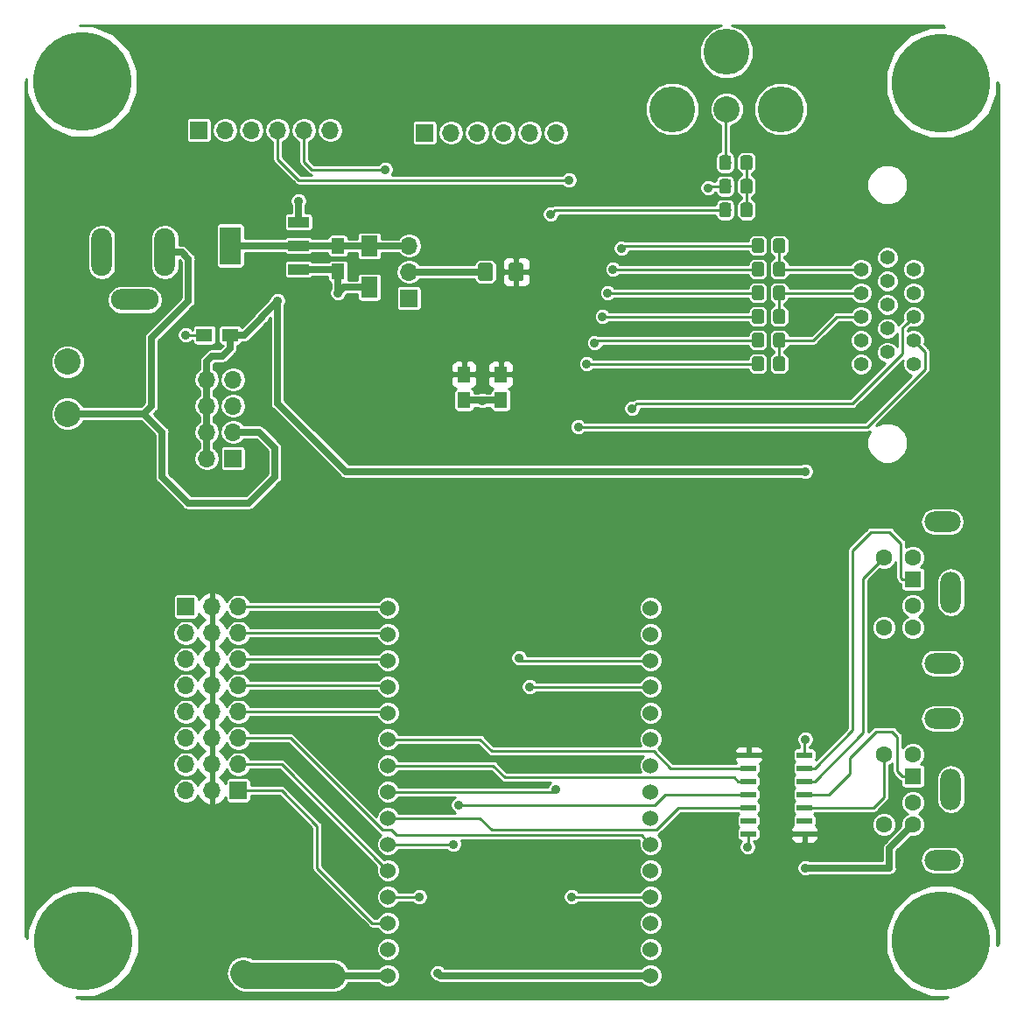
<source format=gbr>
G04 #@! TF.GenerationSoftware,KiCad,Pcbnew,(5.0.2)-1*
G04 #@! TF.CreationDate,2019-12-07T16:38:45-05:00*
G04 #@! TF.ProjectId,ESP-32_VGA,4553502d-3332-45f5-9647-412e6b696361,2*
G04 #@! TF.SameCoordinates,Original*
G04 #@! TF.FileFunction,Copper,L1,Top*
G04 #@! TF.FilePolarity,Positive*
%FSLAX46Y46*%
G04 Gerber Fmt 4.6, Leading zero omitted, Abs format (unit mm)*
G04 Created by KiCad (PCBNEW (5.0.2)-1) date 12/7/2019 4:38:45 PM*
%MOMM*%
%LPD*%
G01*
G04 APERTURE LIST*
G04 #@! TA.AperFunction,SMDPad,CuDef*
%ADD10R,1.600000X2.000000*%
G04 #@! TD*
G04 #@! TA.AperFunction,SMDPad,CuDef*
%ADD11R,2.032000X3.657600*%
G04 #@! TD*
G04 #@! TA.AperFunction,SMDPad,CuDef*
%ADD12R,2.032000X1.016000*%
G04 #@! TD*
G04 #@! TA.AperFunction,SMDPad,CuDef*
%ADD13R,1.250000X1.500000*%
G04 #@! TD*
G04 #@! TA.AperFunction,SMDPad,CuDef*
%ADD14R,1.500000X1.250000*%
G04 #@! TD*
G04 #@! TA.AperFunction,ComponentPad*
%ADD15C,2.540000*%
G04 #@! TD*
G04 #@! TA.AperFunction,ComponentPad*
%ADD16C,9.525000*%
G04 #@! TD*
G04 #@! TA.AperFunction,ComponentPad*
%ADD17C,1.524000*%
G04 #@! TD*
G04 #@! TA.AperFunction,Conductor*
%ADD18C,0.150000*%
G04 #@! TD*
G04 #@! TA.AperFunction,SMDPad,CuDef*
%ADD19C,1.425000*%
G04 #@! TD*
G04 #@! TA.AperFunction,ComponentPad*
%ADD20O,2.000000X4.600000*%
G04 #@! TD*
G04 #@! TA.AperFunction,ComponentPad*
%ADD21O,4.600000X2.000000*%
G04 #@! TD*
G04 #@! TA.AperFunction,SMDPad,CuDef*
%ADD22C,1.150000*%
G04 #@! TD*
G04 #@! TA.AperFunction,ComponentPad*
%ADD23R,1.700000X1.700000*%
G04 #@! TD*
G04 #@! TA.AperFunction,ComponentPad*
%ADD24O,1.700000X1.700000*%
G04 #@! TD*
G04 #@! TA.AperFunction,ComponentPad*
%ADD25C,1.397000*%
G04 #@! TD*
G04 #@! TA.AperFunction,SMDPad,CuDef*
%ADD26R,1.500000X0.600000*%
G04 #@! TD*
G04 #@! TA.AperFunction,ComponentPad*
%ADD27O,3.500000X2.000000*%
G04 #@! TD*
G04 #@! TA.AperFunction,ComponentPad*
%ADD28R,1.600000X1.600000*%
G04 #@! TD*
G04 #@! TA.AperFunction,ComponentPad*
%ADD29C,1.600000*%
G04 #@! TD*
G04 #@! TA.AperFunction,ComponentPad*
%ADD30O,2.000000X4.000000*%
G04 #@! TD*
G04 #@! TA.AperFunction,ComponentPad*
%ADD31C,4.445000*%
G04 #@! TD*
G04 #@! TA.AperFunction,ViaPad*
%ADD32C,0.889000*%
G04 #@! TD*
G04 #@! TA.AperFunction,Conductor*
%ADD33C,0.635000*%
G04 #@! TD*
G04 #@! TA.AperFunction,Conductor*
%ADD34C,0.254000*%
G04 #@! TD*
G04 #@! TA.AperFunction,Conductor*
%ADD35C,2.540000*%
G04 #@! TD*
G04 APERTURE END LIST*
D10*
G04 #@! TO.P,C3,2*
G04 #@! TO.N,GND*
X43688000Y-35782000D03*
G04 #@! TO.P,C3,1*
G04 #@! TO.N,/VO3*
X43688000Y-31782000D03*
G04 #@! TD*
D11*
G04 #@! TO.P,U2,4*
G04 #@! TO.N,/VO3*
X30226000Y-31750000D03*
D12*
G04 #@! TO.P,U2,2*
X36830000Y-31750000D03*
G04 #@! TO.P,U2,3*
G04 #@! TO.N,+5V*
X36830000Y-29464000D03*
G04 #@! TO.P,U2,1*
G04 #@! TO.N,GND*
X36830000Y-34036000D03*
G04 #@! TD*
D13*
G04 #@! TO.P,C2,2*
G04 #@! TO.N,GND*
X40640000Y-34270000D03*
G04 #@! TO.P,C2,1*
G04 #@! TO.N,/VO3*
X40640000Y-31770000D03*
G04 #@! TD*
G04 #@! TO.P,C4,2*
G04 #@! TO.N,GND*
X56388000Y-46716000D03*
G04 #@! TO.P,C4,1*
G04 #@! TO.N,+3V3*
X56388000Y-44216000D03*
G04 #@! TD*
G04 #@! TO.P,C5,1*
G04 #@! TO.N,+3V3*
X52832000Y-44216000D03*
G04 #@! TO.P,C5,2*
G04 #@! TO.N,GND*
X52832000Y-46716000D03*
G04 #@! TD*
D14*
G04 #@! TO.P,C6,2*
G04 #@! TO.N,GND*
X27706000Y-40386000D03*
G04 #@! TO.P,C6,1*
G04 #@! TO.N,+5V*
X30206000Y-40386000D03*
G04 #@! TD*
D15*
G04 #@! TO.P,J15,2*
G04 #@! TO.N,GND*
X14478000Y-43006000D03*
G04 #@! TO.P,J15,1*
G04 #@! TO.N,/DCIN*
X14478000Y-48006000D03*
G04 #@! TD*
D16*
G04 #@! TO.P,MTG1,1*
G04 #@! TO.N,N/C*
X15875000Y-15875000D03*
G04 #@! TD*
G04 #@! TO.P,MTG2,1*
G04 #@! TO.N,N/C*
X99000000Y-99000000D03*
G04 #@! TD*
G04 #@! TO.P,MTG3,1*
G04 #@! TO.N,N/C*
X16000000Y-99000000D03*
G04 #@! TD*
G04 #@! TO.P,MTG?1,1*
G04 #@! TO.N,N/C*
X99000000Y-16000000D03*
G04 #@! TD*
D17*
G04 #@! TO.P,U1,1*
G04 #@! TO.N,/ESP3V*
X70866000Y-102362000D03*
G04 #@! TO.P,U1,2*
G04 #@! TO.N,GND*
X70866000Y-99822000D03*
G04 #@! TO.P,U1,3*
G04 #@! TO.N,/VSYNC*
X70866000Y-97282000D03*
G04 #@! TO.P,U1,4*
G04 #@! TO.N,/TX2*
X70866000Y-94742000D03*
G04 #@! TO.P,U1,5*
G04 #@! TO.N,/BLULO*
X70866000Y-92202000D03*
G04 #@! TO.P,U1,6*
G04 #@! TO.N,/GPXX*
X70866000Y-89662000D03*
G04 #@! TO.P,U1,7*
G04 #@! TO.N,N/C*
X70866000Y-87122000D03*
G04 #@! TO.P,U1,8*
G04 #@! TO.N,/BLUHI*
X70866000Y-84582000D03*
G04 #@! TO.P,U1,9*
G04 #@! TO.N,/GRNLO*
X70866000Y-82042000D03*
G04 #@! TO.P,U1,10*
G04 #@! TO.N,/GRNHI*
X70866000Y-79502000D03*
G04 #@! TO.P,U1,11*
G04 #@! TO.N,/REDLO*
X70866000Y-76962000D03*
G04 #@! TO.P,U1,12*
G04 #@! TO.N,/RX0*
X70866000Y-74422000D03*
G04 #@! TO.P,U1,13*
G04 #@! TO.N,/TX0*
X70866000Y-71882000D03*
G04 #@! TO.P,U1,14*
G04 #@! TO.N,/REDHI*
X70866000Y-69342000D03*
G04 #@! TO.P,U1,15*
G04 #@! TO.N,/HSYNC*
X70866000Y-66802000D03*
G04 #@! TO.P,U1,16*
G04 #@! TO.N,/EN*
X45466000Y-66802000D03*
G04 #@! TO.P,U1,17*
G04 #@! TO.N,/VP*
X45466000Y-69342000D03*
G04 #@! TO.P,U1,18*
G04 #@! TO.N,/VN*
X45466000Y-71882000D03*
G04 #@! TO.P,U1,19*
G04 #@! TO.N,/GP34*
X45466000Y-74422000D03*
G04 #@! TO.P,U1,20*
G04 #@! TO.N,/GP35*
X45466000Y-76962000D03*
G04 #@! TO.P,U1,21*
G04 #@! TO.N,/KBDAT*
X45466000Y-79502000D03*
G04 #@! TO.P,U1,22*
G04 #@! TO.N,/KBCLK*
X45466000Y-82042000D03*
G04 #@! TO.P,U1,23*
G04 #@! TO.N,/AUDIO*
X45466000Y-84582000D03*
G04 #@! TO.P,U1,24*
G04 #@! TO.N,/MSECLK*
X45466000Y-87122000D03*
G04 #@! TO.P,U1,25*
G04 #@! TO.N,/MSEDAT*
X45466000Y-89662000D03*
G04 #@! TO.P,U1,26*
G04 #@! TO.N,/GP14*
X45466000Y-92202000D03*
G04 #@! TO.P,U1,27*
G04 #@! TO.N,/RX2*
X45466000Y-94742000D03*
G04 #@! TO.P,U1,28*
G04 #@! TO.N,/GP13*
X45466000Y-97282000D03*
G04 #@! TO.P,U1,29*
G04 #@! TO.N,GND*
X45466000Y-99822000D03*
G04 #@! TO.P,U1,30*
G04 #@! TO.N,/VUSB*
X45466000Y-102362000D03*
G04 #@! TD*
D18*
G04 #@! TO.N,+3V3*
G04 #@! TO.C,F1*
G36*
X58362504Y-33416204D02*
X58386773Y-33419804D01*
X58410571Y-33425765D01*
X58433671Y-33434030D01*
X58455849Y-33444520D01*
X58476893Y-33457133D01*
X58496598Y-33471747D01*
X58514777Y-33488223D01*
X58531253Y-33506402D01*
X58545867Y-33526107D01*
X58558480Y-33547151D01*
X58568970Y-33569329D01*
X58577235Y-33592429D01*
X58583196Y-33616227D01*
X58586796Y-33640496D01*
X58588000Y-33665000D01*
X58588000Y-34915000D01*
X58586796Y-34939504D01*
X58583196Y-34963773D01*
X58577235Y-34987571D01*
X58568970Y-35010671D01*
X58558480Y-35032849D01*
X58545867Y-35053893D01*
X58531253Y-35073598D01*
X58514777Y-35091777D01*
X58496598Y-35108253D01*
X58476893Y-35122867D01*
X58455849Y-35135480D01*
X58433671Y-35145970D01*
X58410571Y-35154235D01*
X58386773Y-35160196D01*
X58362504Y-35163796D01*
X58338000Y-35165000D01*
X57413000Y-35165000D01*
X57388496Y-35163796D01*
X57364227Y-35160196D01*
X57340429Y-35154235D01*
X57317329Y-35145970D01*
X57295151Y-35135480D01*
X57274107Y-35122867D01*
X57254402Y-35108253D01*
X57236223Y-35091777D01*
X57219747Y-35073598D01*
X57205133Y-35053893D01*
X57192520Y-35032849D01*
X57182030Y-35010671D01*
X57173765Y-34987571D01*
X57167804Y-34963773D01*
X57164204Y-34939504D01*
X57163000Y-34915000D01*
X57163000Y-33665000D01*
X57164204Y-33640496D01*
X57167804Y-33616227D01*
X57173765Y-33592429D01*
X57182030Y-33569329D01*
X57192520Y-33547151D01*
X57205133Y-33526107D01*
X57219747Y-33506402D01*
X57236223Y-33488223D01*
X57254402Y-33471747D01*
X57274107Y-33457133D01*
X57295151Y-33444520D01*
X57317329Y-33434030D01*
X57340429Y-33425765D01*
X57364227Y-33419804D01*
X57388496Y-33416204D01*
X57413000Y-33415000D01*
X58338000Y-33415000D01*
X58362504Y-33416204D01*
X58362504Y-33416204D01*
G37*
D19*
G04 #@! TD*
G04 #@! TO.P,F1,1*
G04 #@! TO.N,+3V3*
X57875500Y-34290000D03*
D18*
G04 #@! TO.N,Net-(F1-Pad2)*
G04 #@! TO.C,F1*
G36*
X55387504Y-33416204D02*
X55411773Y-33419804D01*
X55435571Y-33425765D01*
X55458671Y-33434030D01*
X55480849Y-33444520D01*
X55501893Y-33457133D01*
X55521598Y-33471747D01*
X55539777Y-33488223D01*
X55556253Y-33506402D01*
X55570867Y-33526107D01*
X55583480Y-33547151D01*
X55593970Y-33569329D01*
X55602235Y-33592429D01*
X55608196Y-33616227D01*
X55611796Y-33640496D01*
X55613000Y-33665000D01*
X55613000Y-34915000D01*
X55611796Y-34939504D01*
X55608196Y-34963773D01*
X55602235Y-34987571D01*
X55593970Y-35010671D01*
X55583480Y-35032849D01*
X55570867Y-35053893D01*
X55556253Y-35073598D01*
X55539777Y-35091777D01*
X55521598Y-35108253D01*
X55501893Y-35122867D01*
X55480849Y-35135480D01*
X55458671Y-35145970D01*
X55435571Y-35154235D01*
X55411773Y-35160196D01*
X55387504Y-35163796D01*
X55363000Y-35165000D01*
X54438000Y-35165000D01*
X54413496Y-35163796D01*
X54389227Y-35160196D01*
X54365429Y-35154235D01*
X54342329Y-35145970D01*
X54320151Y-35135480D01*
X54299107Y-35122867D01*
X54279402Y-35108253D01*
X54261223Y-35091777D01*
X54244747Y-35073598D01*
X54230133Y-35053893D01*
X54217520Y-35032849D01*
X54207030Y-35010671D01*
X54198765Y-34987571D01*
X54192804Y-34963773D01*
X54189204Y-34939504D01*
X54188000Y-34915000D01*
X54188000Y-33665000D01*
X54189204Y-33640496D01*
X54192804Y-33616227D01*
X54198765Y-33592429D01*
X54207030Y-33569329D01*
X54217520Y-33547151D01*
X54230133Y-33526107D01*
X54244747Y-33506402D01*
X54261223Y-33488223D01*
X54279402Y-33471747D01*
X54299107Y-33457133D01*
X54320151Y-33444520D01*
X54342329Y-33434030D01*
X54365429Y-33425765D01*
X54389227Y-33419804D01*
X54413496Y-33416204D01*
X54438000Y-33415000D01*
X55363000Y-33415000D01*
X55387504Y-33416204D01*
X55387504Y-33416204D01*
G37*
D19*
G04 #@! TD*
G04 #@! TO.P,F1,2*
G04 #@! TO.N,Net-(F1-Pad2)*
X54900500Y-34290000D03*
D20*
G04 #@! TO.P,J1,2*
G04 #@! TO.N,GND*
X17780000Y-32385000D03*
G04 #@! TO.P,J1,1*
G04 #@! TO.N,/DCIN*
X23880000Y-32385000D03*
D21*
G04 #@! TO.P,J1,3*
G04 #@! TO.N,GND*
X20980000Y-36985000D03*
G04 #@! TD*
D18*
G04 #@! TO.N,Net-(C1-Pad1)*
G04 #@! TO.C,C7*
G36*
X80498651Y-23025770D02*
X80522919Y-23029370D01*
X80546718Y-23035331D01*
X80569817Y-23043596D01*
X80591996Y-23054086D01*
X80613039Y-23066698D01*
X80632745Y-23081313D01*
X80650923Y-23097789D01*
X80667399Y-23115967D01*
X80682014Y-23135673D01*
X80694626Y-23156716D01*
X80705116Y-23178895D01*
X80713381Y-23201994D01*
X80719342Y-23225793D01*
X80722942Y-23250061D01*
X80724146Y-23274565D01*
X80724146Y-24174567D01*
X80722942Y-24199071D01*
X80719342Y-24223339D01*
X80713381Y-24247138D01*
X80705116Y-24270237D01*
X80694626Y-24292416D01*
X80682014Y-24313459D01*
X80667399Y-24333165D01*
X80650923Y-24351343D01*
X80632745Y-24367819D01*
X80613039Y-24382434D01*
X80591996Y-24395046D01*
X80569817Y-24405536D01*
X80546718Y-24413801D01*
X80522919Y-24419762D01*
X80498651Y-24423362D01*
X80474147Y-24424566D01*
X79824145Y-24424566D01*
X79799641Y-24423362D01*
X79775373Y-24419762D01*
X79751574Y-24413801D01*
X79728475Y-24405536D01*
X79706296Y-24395046D01*
X79685253Y-24382434D01*
X79665547Y-24367819D01*
X79647369Y-24351343D01*
X79630893Y-24333165D01*
X79616278Y-24313459D01*
X79603666Y-24292416D01*
X79593176Y-24270237D01*
X79584911Y-24247138D01*
X79578950Y-24223339D01*
X79575350Y-24199071D01*
X79574146Y-24174567D01*
X79574146Y-23274565D01*
X79575350Y-23250061D01*
X79578950Y-23225793D01*
X79584911Y-23201994D01*
X79593176Y-23178895D01*
X79603666Y-23156716D01*
X79616278Y-23135673D01*
X79630893Y-23115967D01*
X79647369Y-23097789D01*
X79665547Y-23081313D01*
X79685253Y-23066698D01*
X79706296Y-23054086D01*
X79728475Y-23043596D01*
X79751574Y-23035331D01*
X79775373Y-23029370D01*
X79799641Y-23025770D01*
X79824145Y-23024566D01*
X80474147Y-23024566D01*
X80498651Y-23025770D01*
X80498651Y-23025770D01*
G37*
D22*
G04 #@! TD*
G04 #@! TO.P,C7,1*
G04 #@! TO.N,Net-(C1-Pad1)*
X80149146Y-23724566D03*
D18*
G04 #@! TO.N,Net-(C7-Pad2)*
G04 #@! TO.C,C7*
G36*
X78448651Y-23025770D02*
X78472919Y-23029370D01*
X78496718Y-23035331D01*
X78519817Y-23043596D01*
X78541996Y-23054086D01*
X78563039Y-23066698D01*
X78582745Y-23081313D01*
X78600923Y-23097789D01*
X78617399Y-23115967D01*
X78632014Y-23135673D01*
X78644626Y-23156716D01*
X78655116Y-23178895D01*
X78663381Y-23201994D01*
X78669342Y-23225793D01*
X78672942Y-23250061D01*
X78674146Y-23274565D01*
X78674146Y-24174567D01*
X78672942Y-24199071D01*
X78669342Y-24223339D01*
X78663381Y-24247138D01*
X78655116Y-24270237D01*
X78644626Y-24292416D01*
X78632014Y-24313459D01*
X78617399Y-24333165D01*
X78600923Y-24351343D01*
X78582745Y-24367819D01*
X78563039Y-24382434D01*
X78541996Y-24395046D01*
X78519817Y-24405536D01*
X78496718Y-24413801D01*
X78472919Y-24419762D01*
X78448651Y-24423362D01*
X78424147Y-24424566D01*
X77774145Y-24424566D01*
X77749641Y-24423362D01*
X77725373Y-24419762D01*
X77701574Y-24413801D01*
X77678475Y-24405536D01*
X77656296Y-24395046D01*
X77635253Y-24382434D01*
X77615547Y-24367819D01*
X77597369Y-24351343D01*
X77580893Y-24333165D01*
X77566278Y-24313459D01*
X77553666Y-24292416D01*
X77543176Y-24270237D01*
X77534911Y-24247138D01*
X77528950Y-24223339D01*
X77525350Y-24199071D01*
X77524146Y-24174567D01*
X77524146Y-23274565D01*
X77525350Y-23250061D01*
X77528950Y-23225793D01*
X77534911Y-23201994D01*
X77543176Y-23178895D01*
X77553666Y-23156716D01*
X77566278Y-23135673D01*
X77580893Y-23115967D01*
X77597369Y-23097789D01*
X77615547Y-23081313D01*
X77635253Y-23066698D01*
X77656296Y-23054086D01*
X77678475Y-23043596D01*
X77701574Y-23035331D01*
X77725373Y-23029370D01*
X77749641Y-23025770D01*
X77774145Y-23024566D01*
X78424147Y-23024566D01*
X78448651Y-23025770D01*
X78448651Y-23025770D01*
G37*
D22*
G04 #@! TD*
G04 #@! TO.P,C7,2*
G04 #@! TO.N,Net-(C7-Pad2)*
X78099146Y-23724566D03*
D23*
G04 #@! TO.P,H1,1*
G04 #@! TO.N,/ESP3V*
X47498000Y-36830000D03*
D24*
G04 #@! TO.P,H1,2*
G04 #@! TO.N,Net-(F1-Pad2)*
X47498000Y-34290000D03*
G04 #@! TO.P,H1,3*
G04 #@! TO.N,/VO3*
X47498000Y-31750000D03*
G04 #@! TD*
D23*
G04 #@! TO.P,H2,1*
G04 #@! TO.N,/VUSB*
X30480000Y-52324000D03*
D24*
G04 #@! TO.P,H2,2*
G04 #@! TO.N,+5V*
X27940000Y-52324000D03*
G04 #@! TO.P,H2,3*
G04 #@! TO.N,/DCIN*
X30480000Y-49784000D03*
G04 #@! TO.P,H2,4*
G04 #@! TO.N,+5V*
X27940000Y-49784000D03*
G04 #@! TO.P,H2,5*
G04 #@! TO.N,/FTDI5V0*
X30480000Y-47244000D03*
G04 #@! TO.P,H2,6*
G04 #@! TO.N,+5V*
X27940000Y-47244000D03*
G04 #@! TO.P,H2,7*
G04 #@! TO.N,/FTDI5V2*
X30480000Y-44704000D03*
G04 #@! TO.P,H2,8*
G04 #@! TO.N,+5V*
X27940000Y-44704000D03*
G04 #@! TD*
D25*
G04 #@! TO.P,P3,3*
G04 #@! TO.N,Net-(P3-Pad3)*
X91239340Y-38620700D03*
G04 #@! TO.P,P3,2*
G04 #@! TO.N,Net-(P3-Pad2)*
X91239340Y-36334700D03*
G04 #@! TO.P,P3,1*
G04 #@! TO.N,Net-(P3-Pad1)*
X91239340Y-34043620D03*
G04 #@! TO.P,P3,4*
G04 #@! TO.N,N/C*
X91239340Y-40914320D03*
G04 #@! TO.P,P3,5*
G04 #@! TO.N,GND*
X91239340Y-43202860D03*
G04 #@! TO.P,P3,9*
G04 #@! TO.N,N/C*
X93779340Y-39768780D03*
G04 #@! TO.P,P3,8*
G04 #@! TO.N,GND*
X93779340Y-37480240D03*
G04 #@! TO.P,P3,7*
X93779340Y-35189160D03*
G04 #@! TO.P,P3,6*
X93779340Y-32898080D03*
G04 #@! TO.P,P3,10*
X93779340Y-42059860D03*
G04 #@! TO.P,P3,11*
G04 #@! TO.N,N/C*
X96319340Y-34043620D03*
G04 #@! TO.P,P3,12*
X96319340Y-36334700D03*
G04 #@! TO.P,P3,13*
G04 #@! TO.N,/HSYNC*
X96316800Y-38623240D03*
G04 #@! TO.P,P3,14*
G04 #@! TO.N,/VSYNC*
X96319340Y-40914320D03*
G04 #@! TO.P,P3,15*
G04 #@! TO.N,N/C*
X96319340Y-43202860D03*
G04 #@! TD*
D23*
G04 #@! TO.P,P4,1*
G04 #@! TO.N,/GP13*
X30988000Y-84455000D03*
D24*
G04 #@! TO.P,P4,2*
G04 #@! TO.N,/GP14*
X30988000Y-81915000D03*
G04 #@! TO.P,P4,3*
G04 #@! TO.N,/GPXX*
X30988000Y-79375000D03*
G04 #@! TO.P,P4,4*
G04 #@! TO.N,/GP35*
X30988000Y-76835000D03*
G04 #@! TO.P,P4,5*
G04 #@! TO.N,/GP34*
X30988000Y-74295000D03*
G04 #@! TO.P,P4,6*
G04 #@! TO.N,/VN*
X30988000Y-71755000D03*
G04 #@! TO.P,P4,7*
G04 #@! TO.N,/VP*
X30988000Y-69215000D03*
G04 #@! TO.P,P4,8*
G04 #@! TO.N,/EN*
X30988000Y-66675000D03*
G04 #@! TD*
D18*
G04 #@! TO.N,Net-(P3-Pad1)*
G04 #@! TO.C,R1*
G36*
X83670505Y-31051204D02*
X83694773Y-31054804D01*
X83718572Y-31060765D01*
X83741671Y-31069030D01*
X83763850Y-31079520D01*
X83784893Y-31092132D01*
X83804599Y-31106747D01*
X83822777Y-31123223D01*
X83839253Y-31141401D01*
X83853868Y-31161107D01*
X83866480Y-31182150D01*
X83876970Y-31204329D01*
X83885235Y-31227428D01*
X83891196Y-31251227D01*
X83894796Y-31275495D01*
X83896000Y-31299999D01*
X83896000Y-32200001D01*
X83894796Y-32224505D01*
X83891196Y-32248773D01*
X83885235Y-32272572D01*
X83876970Y-32295671D01*
X83866480Y-32317850D01*
X83853868Y-32338893D01*
X83839253Y-32358599D01*
X83822777Y-32376777D01*
X83804599Y-32393253D01*
X83784893Y-32407868D01*
X83763850Y-32420480D01*
X83741671Y-32430970D01*
X83718572Y-32439235D01*
X83694773Y-32445196D01*
X83670505Y-32448796D01*
X83646001Y-32450000D01*
X82995999Y-32450000D01*
X82971495Y-32448796D01*
X82947227Y-32445196D01*
X82923428Y-32439235D01*
X82900329Y-32430970D01*
X82878150Y-32420480D01*
X82857107Y-32407868D01*
X82837401Y-32393253D01*
X82819223Y-32376777D01*
X82802747Y-32358599D01*
X82788132Y-32338893D01*
X82775520Y-32317850D01*
X82765030Y-32295671D01*
X82756765Y-32272572D01*
X82750804Y-32248773D01*
X82747204Y-32224505D01*
X82746000Y-32200001D01*
X82746000Y-31299999D01*
X82747204Y-31275495D01*
X82750804Y-31251227D01*
X82756765Y-31227428D01*
X82765030Y-31204329D01*
X82775520Y-31182150D01*
X82788132Y-31161107D01*
X82802747Y-31141401D01*
X82819223Y-31123223D01*
X82837401Y-31106747D01*
X82857107Y-31092132D01*
X82878150Y-31079520D01*
X82900329Y-31069030D01*
X82923428Y-31060765D01*
X82947227Y-31054804D01*
X82971495Y-31051204D01*
X82995999Y-31050000D01*
X83646001Y-31050000D01*
X83670505Y-31051204D01*
X83670505Y-31051204D01*
G37*
D22*
G04 #@! TD*
G04 #@! TO.P,R1,1*
G04 #@! TO.N,Net-(P3-Pad1)*
X83321000Y-31750000D03*
D18*
G04 #@! TO.N,/REDHI*
G04 #@! TO.C,R1*
G36*
X81620505Y-31051204D02*
X81644773Y-31054804D01*
X81668572Y-31060765D01*
X81691671Y-31069030D01*
X81713850Y-31079520D01*
X81734893Y-31092132D01*
X81754599Y-31106747D01*
X81772777Y-31123223D01*
X81789253Y-31141401D01*
X81803868Y-31161107D01*
X81816480Y-31182150D01*
X81826970Y-31204329D01*
X81835235Y-31227428D01*
X81841196Y-31251227D01*
X81844796Y-31275495D01*
X81846000Y-31299999D01*
X81846000Y-32200001D01*
X81844796Y-32224505D01*
X81841196Y-32248773D01*
X81835235Y-32272572D01*
X81826970Y-32295671D01*
X81816480Y-32317850D01*
X81803868Y-32338893D01*
X81789253Y-32358599D01*
X81772777Y-32376777D01*
X81754599Y-32393253D01*
X81734893Y-32407868D01*
X81713850Y-32420480D01*
X81691671Y-32430970D01*
X81668572Y-32439235D01*
X81644773Y-32445196D01*
X81620505Y-32448796D01*
X81596001Y-32450000D01*
X80945999Y-32450000D01*
X80921495Y-32448796D01*
X80897227Y-32445196D01*
X80873428Y-32439235D01*
X80850329Y-32430970D01*
X80828150Y-32420480D01*
X80807107Y-32407868D01*
X80787401Y-32393253D01*
X80769223Y-32376777D01*
X80752747Y-32358599D01*
X80738132Y-32338893D01*
X80725520Y-32317850D01*
X80715030Y-32295671D01*
X80706765Y-32272572D01*
X80700804Y-32248773D01*
X80697204Y-32224505D01*
X80696000Y-32200001D01*
X80696000Y-31299999D01*
X80697204Y-31275495D01*
X80700804Y-31251227D01*
X80706765Y-31227428D01*
X80715030Y-31204329D01*
X80725520Y-31182150D01*
X80738132Y-31161107D01*
X80752747Y-31141401D01*
X80769223Y-31123223D01*
X80787401Y-31106747D01*
X80807107Y-31092132D01*
X80828150Y-31079520D01*
X80850329Y-31069030D01*
X80873428Y-31060765D01*
X80897227Y-31054804D01*
X80921495Y-31051204D01*
X80945999Y-31050000D01*
X81596001Y-31050000D01*
X81620505Y-31051204D01*
X81620505Y-31051204D01*
G37*
D22*
G04 #@! TD*
G04 #@! TO.P,R1,2*
G04 #@! TO.N,/REDHI*
X81271000Y-31750000D03*
D18*
G04 #@! TO.N,/REDLO*
G04 #@! TO.C,R2*
G36*
X81620505Y-33337204D02*
X81644773Y-33340804D01*
X81668572Y-33346765D01*
X81691671Y-33355030D01*
X81713850Y-33365520D01*
X81734893Y-33378132D01*
X81754599Y-33392747D01*
X81772777Y-33409223D01*
X81789253Y-33427401D01*
X81803868Y-33447107D01*
X81816480Y-33468150D01*
X81826970Y-33490329D01*
X81835235Y-33513428D01*
X81841196Y-33537227D01*
X81844796Y-33561495D01*
X81846000Y-33585999D01*
X81846000Y-34486001D01*
X81844796Y-34510505D01*
X81841196Y-34534773D01*
X81835235Y-34558572D01*
X81826970Y-34581671D01*
X81816480Y-34603850D01*
X81803868Y-34624893D01*
X81789253Y-34644599D01*
X81772777Y-34662777D01*
X81754599Y-34679253D01*
X81734893Y-34693868D01*
X81713850Y-34706480D01*
X81691671Y-34716970D01*
X81668572Y-34725235D01*
X81644773Y-34731196D01*
X81620505Y-34734796D01*
X81596001Y-34736000D01*
X80945999Y-34736000D01*
X80921495Y-34734796D01*
X80897227Y-34731196D01*
X80873428Y-34725235D01*
X80850329Y-34716970D01*
X80828150Y-34706480D01*
X80807107Y-34693868D01*
X80787401Y-34679253D01*
X80769223Y-34662777D01*
X80752747Y-34644599D01*
X80738132Y-34624893D01*
X80725520Y-34603850D01*
X80715030Y-34581671D01*
X80706765Y-34558572D01*
X80700804Y-34534773D01*
X80697204Y-34510505D01*
X80696000Y-34486001D01*
X80696000Y-33585999D01*
X80697204Y-33561495D01*
X80700804Y-33537227D01*
X80706765Y-33513428D01*
X80715030Y-33490329D01*
X80725520Y-33468150D01*
X80738132Y-33447107D01*
X80752747Y-33427401D01*
X80769223Y-33409223D01*
X80787401Y-33392747D01*
X80807107Y-33378132D01*
X80828150Y-33365520D01*
X80850329Y-33355030D01*
X80873428Y-33346765D01*
X80897227Y-33340804D01*
X80921495Y-33337204D01*
X80945999Y-33336000D01*
X81596001Y-33336000D01*
X81620505Y-33337204D01*
X81620505Y-33337204D01*
G37*
D22*
G04 #@! TD*
G04 #@! TO.P,R2,2*
G04 #@! TO.N,/REDLO*
X81271000Y-34036000D03*
D18*
G04 #@! TO.N,Net-(P3-Pad1)*
G04 #@! TO.C,R2*
G36*
X83670505Y-33337204D02*
X83694773Y-33340804D01*
X83718572Y-33346765D01*
X83741671Y-33355030D01*
X83763850Y-33365520D01*
X83784893Y-33378132D01*
X83804599Y-33392747D01*
X83822777Y-33409223D01*
X83839253Y-33427401D01*
X83853868Y-33447107D01*
X83866480Y-33468150D01*
X83876970Y-33490329D01*
X83885235Y-33513428D01*
X83891196Y-33537227D01*
X83894796Y-33561495D01*
X83896000Y-33585999D01*
X83896000Y-34486001D01*
X83894796Y-34510505D01*
X83891196Y-34534773D01*
X83885235Y-34558572D01*
X83876970Y-34581671D01*
X83866480Y-34603850D01*
X83853868Y-34624893D01*
X83839253Y-34644599D01*
X83822777Y-34662777D01*
X83804599Y-34679253D01*
X83784893Y-34693868D01*
X83763850Y-34706480D01*
X83741671Y-34716970D01*
X83718572Y-34725235D01*
X83694773Y-34731196D01*
X83670505Y-34734796D01*
X83646001Y-34736000D01*
X82995999Y-34736000D01*
X82971495Y-34734796D01*
X82947227Y-34731196D01*
X82923428Y-34725235D01*
X82900329Y-34716970D01*
X82878150Y-34706480D01*
X82857107Y-34693868D01*
X82837401Y-34679253D01*
X82819223Y-34662777D01*
X82802747Y-34644599D01*
X82788132Y-34624893D01*
X82775520Y-34603850D01*
X82765030Y-34581671D01*
X82756765Y-34558572D01*
X82750804Y-34534773D01*
X82747204Y-34510505D01*
X82746000Y-34486001D01*
X82746000Y-33585999D01*
X82747204Y-33561495D01*
X82750804Y-33537227D01*
X82756765Y-33513428D01*
X82765030Y-33490329D01*
X82775520Y-33468150D01*
X82788132Y-33447107D01*
X82802747Y-33427401D01*
X82819223Y-33409223D01*
X82837401Y-33392747D01*
X82857107Y-33378132D01*
X82878150Y-33365520D01*
X82900329Y-33355030D01*
X82923428Y-33346765D01*
X82947227Y-33340804D01*
X82971495Y-33337204D01*
X82995999Y-33336000D01*
X83646001Y-33336000D01*
X83670505Y-33337204D01*
X83670505Y-33337204D01*
G37*
D22*
G04 #@! TD*
G04 #@! TO.P,R2,1*
G04 #@! TO.N,Net-(P3-Pad1)*
X83321000Y-34036000D03*
D18*
G04 #@! TO.N,Net-(P3-Pad2)*
G04 #@! TO.C,R3*
G36*
X83670505Y-35623204D02*
X83694773Y-35626804D01*
X83718572Y-35632765D01*
X83741671Y-35641030D01*
X83763850Y-35651520D01*
X83784893Y-35664132D01*
X83804599Y-35678747D01*
X83822777Y-35695223D01*
X83839253Y-35713401D01*
X83853868Y-35733107D01*
X83866480Y-35754150D01*
X83876970Y-35776329D01*
X83885235Y-35799428D01*
X83891196Y-35823227D01*
X83894796Y-35847495D01*
X83896000Y-35871999D01*
X83896000Y-36772001D01*
X83894796Y-36796505D01*
X83891196Y-36820773D01*
X83885235Y-36844572D01*
X83876970Y-36867671D01*
X83866480Y-36889850D01*
X83853868Y-36910893D01*
X83839253Y-36930599D01*
X83822777Y-36948777D01*
X83804599Y-36965253D01*
X83784893Y-36979868D01*
X83763850Y-36992480D01*
X83741671Y-37002970D01*
X83718572Y-37011235D01*
X83694773Y-37017196D01*
X83670505Y-37020796D01*
X83646001Y-37022000D01*
X82995999Y-37022000D01*
X82971495Y-37020796D01*
X82947227Y-37017196D01*
X82923428Y-37011235D01*
X82900329Y-37002970D01*
X82878150Y-36992480D01*
X82857107Y-36979868D01*
X82837401Y-36965253D01*
X82819223Y-36948777D01*
X82802747Y-36930599D01*
X82788132Y-36910893D01*
X82775520Y-36889850D01*
X82765030Y-36867671D01*
X82756765Y-36844572D01*
X82750804Y-36820773D01*
X82747204Y-36796505D01*
X82746000Y-36772001D01*
X82746000Y-35871999D01*
X82747204Y-35847495D01*
X82750804Y-35823227D01*
X82756765Y-35799428D01*
X82765030Y-35776329D01*
X82775520Y-35754150D01*
X82788132Y-35733107D01*
X82802747Y-35713401D01*
X82819223Y-35695223D01*
X82837401Y-35678747D01*
X82857107Y-35664132D01*
X82878150Y-35651520D01*
X82900329Y-35641030D01*
X82923428Y-35632765D01*
X82947227Y-35626804D01*
X82971495Y-35623204D01*
X82995999Y-35622000D01*
X83646001Y-35622000D01*
X83670505Y-35623204D01*
X83670505Y-35623204D01*
G37*
D22*
G04 #@! TD*
G04 #@! TO.P,R3,1*
G04 #@! TO.N,Net-(P3-Pad2)*
X83321000Y-36322000D03*
D18*
G04 #@! TO.N,/GRNHI*
G04 #@! TO.C,R3*
G36*
X81620505Y-35623204D02*
X81644773Y-35626804D01*
X81668572Y-35632765D01*
X81691671Y-35641030D01*
X81713850Y-35651520D01*
X81734893Y-35664132D01*
X81754599Y-35678747D01*
X81772777Y-35695223D01*
X81789253Y-35713401D01*
X81803868Y-35733107D01*
X81816480Y-35754150D01*
X81826970Y-35776329D01*
X81835235Y-35799428D01*
X81841196Y-35823227D01*
X81844796Y-35847495D01*
X81846000Y-35871999D01*
X81846000Y-36772001D01*
X81844796Y-36796505D01*
X81841196Y-36820773D01*
X81835235Y-36844572D01*
X81826970Y-36867671D01*
X81816480Y-36889850D01*
X81803868Y-36910893D01*
X81789253Y-36930599D01*
X81772777Y-36948777D01*
X81754599Y-36965253D01*
X81734893Y-36979868D01*
X81713850Y-36992480D01*
X81691671Y-37002970D01*
X81668572Y-37011235D01*
X81644773Y-37017196D01*
X81620505Y-37020796D01*
X81596001Y-37022000D01*
X80945999Y-37022000D01*
X80921495Y-37020796D01*
X80897227Y-37017196D01*
X80873428Y-37011235D01*
X80850329Y-37002970D01*
X80828150Y-36992480D01*
X80807107Y-36979868D01*
X80787401Y-36965253D01*
X80769223Y-36948777D01*
X80752747Y-36930599D01*
X80738132Y-36910893D01*
X80725520Y-36889850D01*
X80715030Y-36867671D01*
X80706765Y-36844572D01*
X80700804Y-36820773D01*
X80697204Y-36796505D01*
X80696000Y-36772001D01*
X80696000Y-35871999D01*
X80697204Y-35847495D01*
X80700804Y-35823227D01*
X80706765Y-35799428D01*
X80715030Y-35776329D01*
X80725520Y-35754150D01*
X80738132Y-35733107D01*
X80752747Y-35713401D01*
X80769223Y-35695223D01*
X80787401Y-35678747D01*
X80807107Y-35664132D01*
X80828150Y-35651520D01*
X80850329Y-35641030D01*
X80873428Y-35632765D01*
X80897227Y-35626804D01*
X80921495Y-35623204D01*
X80945999Y-35622000D01*
X81596001Y-35622000D01*
X81620505Y-35623204D01*
X81620505Y-35623204D01*
G37*
D22*
G04 #@! TD*
G04 #@! TO.P,R3,2*
G04 #@! TO.N,/GRNHI*
X81271000Y-36322000D03*
D18*
G04 #@! TO.N,/GRNLO*
G04 #@! TO.C,R4*
G36*
X81620505Y-37909204D02*
X81644773Y-37912804D01*
X81668572Y-37918765D01*
X81691671Y-37927030D01*
X81713850Y-37937520D01*
X81734893Y-37950132D01*
X81754599Y-37964747D01*
X81772777Y-37981223D01*
X81789253Y-37999401D01*
X81803868Y-38019107D01*
X81816480Y-38040150D01*
X81826970Y-38062329D01*
X81835235Y-38085428D01*
X81841196Y-38109227D01*
X81844796Y-38133495D01*
X81846000Y-38157999D01*
X81846000Y-39058001D01*
X81844796Y-39082505D01*
X81841196Y-39106773D01*
X81835235Y-39130572D01*
X81826970Y-39153671D01*
X81816480Y-39175850D01*
X81803868Y-39196893D01*
X81789253Y-39216599D01*
X81772777Y-39234777D01*
X81754599Y-39251253D01*
X81734893Y-39265868D01*
X81713850Y-39278480D01*
X81691671Y-39288970D01*
X81668572Y-39297235D01*
X81644773Y-39303196D01*
X81620505Y-39306796D01*
X81596001Y-39308000D01*
X80945999Y-39308000D01*
X80921495Y-39306796D01*
X80897227Y-39303196D01*
X80873428Y-39297235D01*
X80850329Y-39288970D01*
X80828150Y-39278480D01*
X80807107Y-39265868D01*
X80787401Y-39251253D01*
X80769223Y-39234777D01*
X80752747Y-39216599D01*
X80738132Y-39196893D01*
X80725520Y-39175850D01*
X80715030Y-39153671D01*
X80706765Y-39130572D01*
X80700804Y-39106773D01*
X80697204Y-39082505D01*
X80696000Y-39058001D01*
X80696000Y-38157999D01*
X80697204Y-38133495D01*
X80700804Y-38109227D01*
X80706765Y-38085428D01*
X80715030Y-38062329D01*
X80725520Y-38040150D01*
X80738132Y-38019107D01*
X80752747Y-37999401D01*
X80769223Y-37981223D01*
X80787401Y-37964747D01*
X80807107Y-37950132D01*
X80828150Y-37937520D01*
X80850329Y-37927030D01*
X80873428Y-37918765D01*
X80897227Y-37912804D01*
X80921495Y-37909204D01*
X80945999Y-37908000D01*
X81596001Y-37908000D01*
X81620505Y-37909204D01*
X81620505Y-37909204D01*
G37*
D22*
G04 #@! TD*
G04 #@! TO.P,R4,2*
G04 #@! TO.N,/GRNLO*
X81271000Y-38608000D03*
D18*
G04 #@! TO.N,Net-(P3-Pad2)*
G04 #@! TO.C,R4*
G36*
X83670505Y-37909204D02*
X83694773Y-37912804D01*
X83718572Y-37918765D01*
X83741671Y-37927030D01*
X83763850Y-37937520D01*
X83784893Y-37950132D01*
X83804599Y-37964747D01*
X83822777Y-37981223D01*
X83839253Y-37999401D01*
X83853868Y-38019107D01*
X83866480Y-38040150D01*
X83876970Y-38062329D01*
X83885235Y-38085428D01*
X83891196Y-38109227D01*
X83894796Y-38133495D01*
X83896000Y-38157999D01*
X83896000Y-39058001D01*
X83894796Y-39082505D01*
X83891196Y-39106773D01*
X83885235Y-39130572D01*
X83876970Y-39153671D01*
X83866480Y-39175850D01*
X83853868Y-39196893D01*
X83839253Y-39216599D01*
X83822777Y-39234777D01*
X83804599Y-39251253D01*
X83784893Y-39265868D01*
X83763850Y-39278480D01*
X83741671Y-39288970D01*
X83718572Y-39297235D01*
X83694773Y-39303196D01*
X83670505Y-39306796D01*
X83646001Y-39308000D01*
X82995999Y-39308000D01*
X82971495Y-39306796D01*
X82947227Y-39303196D01*
X82923428Y-39297235D01*
X82900329Y-39288970D01*
X82878150Y-39278480D01*
X82857107Y-39265868D01*
X82837401Y-39251253D01*
X82819223Y-39234777D01*
X82802747Y-39216599D01*
X82788132Y-39196893D01*
X82775520Y-39175850D01*
X82765030Y-39153671D01*
X82756765Y-39130572D01*
X82750804Y-39106773D01*
X82747204Y-39082505D01*
X82746000Y-39058001D01*
X82746000Y-38157999D01*
X82747204Y-38133495D01*
X82750804Y-38109227D01*
X82756765Y-38085428D01*
X82765030Y-38062329D01*
X82775520Y-38040150D01*
X82788132Y-38019107D01*
X82802747Y-37999401D01*
X82819223Y-37981223D01*
X82837401Y-37964747D01*
X82857107Y-37950132D01*
X82878150Y-37937520D01*
X82900329Y-37927030D01*
X82923428Y-37918765D01*
X82947227Y-37912804D01*
X82971495Y-37909204D01*
X82995999Y-37908000D01*
X83646001Y-37908000D01*
X83670505Y-37909204D01*
X83670505Y-37909204D01*
G37*
D22*
G04 #@! TD*
G04 #@! TO.P,R4,1*
G04 #@! TO.N,Net-(P3-Pad2)*
X83321000Y-38608000D03*
D18*
G04 #@! TO.N,/BLUHI*
G04 #@! TO.C,R5*
G36*
X81620505Y-40195204D02*
X81644773Y-40198804D01*
X81668572Y-40204765D01*
X81691671Y-40213030D01*
X81713850Y-40223520D01*
X81734893Y-40236132D01*
X81754599Y-40250747D01*
X81772777Y-40267223D01*
X81789253Y-40285401D01*
X81803868Y-40305107D01*
X81816480Y-40326150D01*
X81826970Y-40348329D01*
X81835235Y-40371428D01*
X81841196Y-40395227D01*
X81844796Y-40419495D01*
X81846000Y-40443999D01*
X81846000Y-41344001D01*
X81844796Y-41368505D01*
X81841196Y-41392773D01*
X81835235Y-41416572D01*
X81826970Y-41439671D01*
X81816480Y-41461850D01*
X81803868Y-41482893D01*
X81789253Y-41502599D01*
X81772777Y-41520777D01*
X81754599Y-41537253D01*
X81734893Y-41551868D01*
X81713850Y-41564480D01*
X81691671Y-41574970D01*
X81668572Y-41583235D01*
X81644773Y-41589196D01*
X81620505Y-41592796D01*
X81596001Y-41594000D01*
X80945999Y-41594000D01*
X80921495Y-41592796D01*
X80897227Y-41589196D01*
X80873428Y-41583235D01*
X80850329Y-41574970D01*
X80828150Y-41564480D01*
X80807107Y-41551868D01*
X80787401Y-41537253D01*
X80769223Y-41520777D01*
X80752747Y-41502599D01*
X80738132Y-41482893D01*
X80725520Y-41461850D01*
X80715030Y-41439671D01*
X80706765Y-41416572D01*
X80700804Y-41392773D01*
X80697204Y-41368505D01*
X80696000Y-41344001D01*
X80696000Y-40443999D01*
X80697204Y-40419495D01*
X80700804Y-40395227D01*
X80706765Y-40371428D01*
X80715030Y-40348329D01*
X80725520Y-40326150D01*
X80738132Y-40305107D01*
X80752747Y-40285401D01*
X80769223Y-40267223D01*
X80787401Y-40250747D01*
X80807107Y-40236132D01*
X80828150Y-40223520D01*
X80850329Y-40213030D01*
X80873428Y-40204765D01*
X80897227Y-40198804D01*
X80921495Y-40195204D01*
X80945999Y-40194000D01*
X81596001Y-40194000D01*
X81620505Y-40195204D01*
X81620505Y-40195204D01*
G37*
D22*
G04 #@! TD*
G04 #@! TO.P,R5,2*
G04 #@! TO.N,/BLUHI*
X81271000Y-40894000D03*
D18*
G04 #@! TO.N,Net-(P3-Pad3)*
G04 #@! TO.C,R5*
G36*
X83670505Y-40195204D02*
X83694773Y-40198804D01*
X83718572Y-40204765D01*
X83741671Y-40213030D01*
X83763850Y-40223520D01*
X83784893Y-40236132D01*
X83804599Y-40250747D01*
X83822777Y-40267223D01*
X83839253Y-40285401D01*
X83853868Y-40305107D01*
X83866480Y-40326150D01*
X83876970Y-40348329D01*
X83885235Y-40371428D01*
X83891196Y-40395227D01*
X83894796Y-40419495D01*
X83896000Y-40443999D01*
X83896000Y-41344001D01*
X83894796Y-41368505D01*
X83891196Y-41392773D01*
X83885235Y-41416572D01*
X83876970Y-41439671D01*
X83866480Y-41461850D01*
X83853868Y-41482893D01*
X83839253Y-41502599D01*
X83822777Y-41520777D01*
X83804599Y-41537253D01*
X83784893Y-41551868D01*
X83763850Y-41564480D01*
X83741671Y-41574970D01*
X83718572Y-41583235D01*
X83694773Y-41589196D01*
X83670505Y-41592796D01*
X83646001Y-41594000D01*
X82995999Y-41594000D01*
X82971495Y-41592796D01*
X82947227Y-41589196D01*
X82923428Y-41583235D01*
X82900329Y-41574970D01*
X82878150Y-41564480D01*
X82857107Y-41551868D01*
X82837401Y-41537253D01*
X82819223Y-41520777D01*
X82802747Y-41502599D01*
X82788132Y-41482893D01*
X82775520Y-41461850D01*
X82765030Y-41439671D01*
X82756765Y-41416572D01*
X82750804Y-41392773D01*
X82747204Y-41368505D01*
X82746000Y-41344001D01*
X82746000Y-40443999D01*
X82747204Y-40419495D01*
X82750804Y-40395227D01*
X82756765Y-40371428D01*
X82765030Y-40348329D01*
X82775520Y-40326150D01*
X82788132Y-40305107D01*
X82802747Y-40285401D01*
X82819223Y-40267223D01*
X82837401Y-40250747D01*
X82857107Y-40236132D01*
X82878150Y-40223520D01*
X82900329Y-40213030D01*
X82923428Y-40204765D01*
X82947227Y-40198804D01*
X82971495Y-40195204D01*
X82995999Y-40194000D01*
X83646001Y-40194000D01*
X83670505Y-40195204D01*
X83670505Y-40195204D01*
G37*
D22*
G04 #@! TD*
G04 #@! TO.P,R5,1*
G04 #@! TO.N,Net-(P3-Pad3)*
X83321000Y-40894000D03*
D18*
G04 #@! TO.N,Net-(P3-Pad3)*
G04 #@! TO.C,R6*
G36*
X83670505Y-42481204D02*
X83694773Y-42484804D01*
X83718572Y-42490765D01*
X83741671Y-42499030D01*
X83763850Y-42509520D01*
X83784893Y-42522132D01*
X83804599Y-42536747D01*
X83822777Y-42553223D01*
X83839253Y-42571401D01*
X83853868Y-42591107D01*
X83866480Y-42612150D01*
X83876970Y-42634329D01*
X83885235Y-42657428D01*
X83891196Y-42681227D01*
X83894796Y-42705495D01*
X83896000Y-42729999D01*
X83896000Y-43630001D01*
X83894796Y-43654505D01*
X83891196Y-43678773D01*
X83885235Y-43702572D01*
X83876970Y-43725671D01*
X83866480Y-43747850D01*
X83853868Y-43768893D01*
X83839253Y-43788599D01*
X83822777Y-43806777D01*
X83804599Y-43823253D01*
X83784893Y-43837868D01*
X83763850Y-43850480D01*
X83741671Y-43860970D01*
X83718572Y-43869235D01*
X83694773Y-43875196D01*
X83670505Y-43878796D01*
X83646001Y-43880000D01*
X82995999Y-43880000D01*
X82971495Y-43878796D01*
X82947227Y-43875196D01*
X82923428Y-43869235D01*
X82900329Y-43860970D01*
X82878150Y-43850480D01*
X82857107Y-43837868D01*
X82837401Y-43823253D01*
X82819223Y-43806777D01*
X82802747Y-43788599D01*
X82788132Y-43768893D01*
X82775520Y-43747850D01*
X82765030Y-43725671D01*
X82756765Y-43702572D01*
X82750804Y-43678773D01*
X82747204Y-43654505D01*
X82746000Y-43630001D01*
X82746000Y-42729999D01*
X82747204Y-42705495D01*
X82750804Y-42681227D01*
X82756765Y-42657428D01*
X82765030Y-42634329D01*
X82775520Y-42612150D01*
X82788132Y-42591107D01*
X82802747Y-42571401D01*
X82819223Y-42553223D01*
X82837401Y-42536747D01*
X82857107Y-42522132D01*
X82878150Y-42509520D01*
X82900329Y-42499030D01*
X82923428Y-42490765D01*
X82947227Y-42484804D01*
X82971495Y-42481204D01*
X82995999Y-42480000D01*
X83646001Y-42480000D01*
X83670505Y-42481204D01*
X83670505Y-42481204D01*
G37*
D22*
G04 #@! TD*
G04 #@! TO.P,R6,1*
G04 #@! TO.N,Net-(P3-Pad3)*
X83321000Y-43180000D03*
D18*
G04 #@! TO.N,/BLULO*
G04 #@! TO.C,R6*
G36*
X81620505Y-42481204D02*
X81644773Y-42484804D01*
X81668572Y-42490765D01*
X81691671Y-42499030D01*
X81713850Y-42509520D01*
X81734893Y-42522132D01*
X81754599Y-42536747D01*
X81772777Y-42553223D01*
X81789253Y-42571401D01*
X81803868Y-42591107D01*
X81816480Y-42612150D01*
X81826970Y-42634329D01*
X81835235Y-42657428D01*
X81841196Y-42681227D01*
X81844796Y-42705495D01*
X81846000Y-42729999D01*
X81846000Y-43630001D01*
X81844796Y-43654505D01*
X81841196Y-43678773D01*
X81835235Y-43702572D01*
X81826970Y-43725671D01*
X81816480Y-43747850D01*
X81803868Y-43768893D01*
X81789253Y-43788599D01*
X81772777Y-43806777D01*
X81754599Y-43823253D01*
X81734893Y-43837868D01*
X81713850Y-43850480D01*
X81691671Y-43860970D01*
X81668572Y-43869235D01*
X81644773Y-43875196D01*
X81620505Y-43878796D01*
X81596001Y-43880000D01*
X80945999Y-43880000D01*
X80921495Y-43878796D01*
X80897227Y-43875196D01*
X80873428Y-43869235D01*
X80850329Y-43860970D01*
X80828150Y-43850480D01*
X80807107Y-43837868D01*
X80787401Y-43823253D01*
X80769223Y-43806777D01*
X80752747Y-43788599D01*
X80738132Y-43768893D01*
X80725520Y-43747850D01*
X80715030Y-43725671D01*
X80706765Y-43702572D01*
X80700804Y-43678773D01*
X80697204Y-43654505D01*
X80696000Y-43630001D01*
X80696000Y-42729999D01*
X80697204Y-42705495D01*
X80700804Y-42681227D01*
X80706765Y-42657428D01*
X80715030Y-42634329D01*
X80725520Y-42612150D01*
X80738132Y-42591107D01*
X80752747Y-42571401D01*
X80769223Y-42553223D01*
X80787401Y-42536747D01*
X80807107Y-42522132D01*
X80828150Y-42509520D01*
X80850329Y-42499030D01*
X80873428Y-42490765D01*
X80897227Y-42484804D01*
X80921495Y-42481204D01*
X80945999Y-42480000D01*
X81596001Y-42480000D01*
X81620505Y-42481204D01*
X81620505Y-42481204D01*
G37*
D22*
G04 #@! TD*
G04 #@! TO.P,R6,2*
G04 #@! TO.N,/BLULO*
X81271000Y-43180000D03*
D18*
G04 #@! TO.N,Net-(C1-Pad1)*
G04 #@! TO.C,R11*
G36*
X80498651Y-27597770D02*
X80522919Y-27601370D01*
X80546718Y-27607331D01*
X80569817Y-27615596D01*
X80591996Y-27626086D01*
X80613039Y-27638698D01*
X80632745Y-27653313D01*
X80650923Y-27669789D01*
X80667399Y-27687967D01*
X80682014Y-27707673D01*
X80694626Y-27728716D01*
X80705116Y-27750895D01*
X80713381Y-27773994D01*
X80719342Y-27797793D01*
X80722942Y-27822061D01*
X80724146Y-27846565D01*
X80724146Y-28746567D01*
X80722942Y-28771071D01*
X80719342Y-28795339D01*
X80713381Y-28819138D01*
X80705116Y-28842237D01*
X80694626Y-28864416D01*
X80682014Y-28885459D01*
X80667399Y-28905165D01*
X80650923Y-28923343D01*
X80632745Y-28939819D01*
X80613039Y-28954434D01*
X80591996Y-28967046D01*
X80569817Y-28977536D01*
X80546718Y-28985801D01*
X80522919Y-28991762D01*
X80498651Y-28995362D01*
X80474147Y-28996566D01*
X79824145Y-28996566D01*
X79799641Y-28995362D01*
X79775373Y-28991762D01*
X79751574Y-28985801D01*
X79728475Y-28977536D01*
X79706296Y-28967046D01*
X79685253Y-28954434D01*
X79665547Y-28939819D01*
X79647369Y-28923343D01*
X79630893Y-28905165D01*
X79616278Y-28885459D01*
X79603666Y-28864416D01*
X79593176Y-28842237D01*
X79584911Y-28819138D01*
X79578950Y-28795339D01*
X79575350Y-28771071D01*
X79574146Y-28746567D01*
X79574146Y-27846565D01*
X79575350Y-27822061D01*
X79578950Y-27797793D01*
X79584911Y-27773994D01*
X79593176Y-27750895D01*
X79603666Y-27728716D01*
X79616278Y-27707673D01*
X79630893Y-27687967D01*
X79647369Y-27669789D01*
X79665547Y-27653313D01*
X79685253Y-27638698D01*
X79706296Y-27626086D01*
X79728475Y-27615596D01*
X79751574Y-27607331D01*
X79775373Y-27601370D01*
X79799641Y-27597770D01*
X79824145Y-27596566D01*
X80474147Y-27596566D01*
X80498651Y-27597770D01*
X80498651Y-27597770D01*
G37*
D22*
G04 #@! TD*
G04 #@! TO.P,R11,1*
G04 #@! TO.N,Net-(C1-Pad1)*
X80149146Y-28296566D03*
D18*
G04 #@! TO.N,/AUDIO*
G04 #@! TO.C,R11*
G36*
X78448651Y-27597770D02*
X78472919Y-27601370D01*
X78496718Y-27607331D01*
X78519817Y-27615596D01*
X78541996Y-27626086D01*
X78563039Y-27638698D01*
X78582745Y-27653313D01*
X78600923Y-27669789D01*
X78617399Y-27687967D01*
X78632014Y-27707673D01*
X78644626Y-27728716D01*
X78655116Y-27750895D01*
X78663381Y-27773994D01*
X78669342Y-27797793D01*
X78672942Y-27822061D01*
X78674146Y-27846565D01*
X78674146Y-28746567D01*
X78672942Y-28771071D01*
X78669342Y-28795339D01*
X78663381Y-28819138D01*
X78655116Y-28842237D01*
X78644626Y-28864416D01*
X78632014Y-28885459D01*
X78617399Y-28905165D01*
X78600923Y-28923343D01*
X78582745Y-28939819D01*
X78563039Y-28954434D01*
X78541996Y-28967046D01*
X78519817Y-28977536D01*
X78496718Y-28985801D01*
X78472919Y-28991762D01*
X78448651Y-28995362D01*
X78424147Y-28996566D01*
X77774145Y-28996566D01*
X77749641Y-28995362D01*
X77725373Y-28991762D01*
X77701574Y-28985801D01*
X77678475Y-28977536D01*
X77656296Y-28967046D01*
X77635253Y-28954434D01*
X77615547Y-28939819D01*
X77597369Y-28923343D01*
X77580893Y-28905165D01*
X77566278Y-28885459D01*
X77553666Y-28864416D01*
X77543176Y-28842237D01*
X77534911Y-28819138D01*
X77528950Y-28795339D01*
X77525350Y-28771071D01*
X77524146Y-28746567D01*
X77524146Y-27846565D01*
X77525350Y-27822061D01*
X77528950Y-27797793D01*
X77534911Y-27773994D01*
X77543176Y-27750895D01*
X77553666Y-27728716D01*
X77566278Y-27707673D01*
X77580893Y-27687967D01*
X77597369Y-27669789D01*
X77615547Y-27653313D01*
X77635253Y-27638698D01*
X77656296Y-27626086D01*
X77678475Y-27615596D01*
X77701574Y-27607331D01*
X77725373Y-27601370D01*
X77749641Y-27597770D01*
X77774145Y-27596566D01*
X78424147Y-27596566D01*
X78448651Y-27597770D01*
X78448651Y-27597770D01*
G37*
D22*
G04 #@! TD*
G04 #@! TO.P,R11,2*
G04 #@! TO.N,/AUDIO*
X78099146Y-28296566D03*
D18*
G04 #@! TO.N,Net-(C1-Pad1)*
G04 #@! TO.C,R12*
G36*
X80498651Y-25311770D02*
X80522919Y-25315370D01*
X80546718Y-25321331D01*
X80569817Y-25329596D01*
X80591996Y-25340086D01*
X80613039Y-25352698D01*
X80632745Y-25367313D01*
X80650923Y-25383789D01*
X80667399Y-25401967D01*
X80682014Y-25421673D01*
X80694626Y-25442716D01*
X80705116Y-25464895D01*
X80713381Y-25487994D01*
X80719342Y-25511793D01*
X80722942Y-25536061D01*
X80724146Y-25560565D01*
X80724146Y-26460567D01*
X80722942Y-26485071D01*
X80719342Y-26509339D01*
X80713381Y-26533138D01*
X80705116Y-26556237D01*
X80694626Y-26578416D01*
X80682014Y-26599459D01*
X80667399Y-26619165D01*
X80650923Y-26637343D01*
X80632745Y-26653819D01*
X80613039Y-26668434D01*
X80591996Y-26681046D01*
X80569817Y-26691536D01*
X80546718Y-26699801D01*
X80522919Y-26705762D01*
X80498651Y-26709362D01*
X80474147Y-26710566D01*
X79824145Y-26710566D01*
X79799641Y-26709362D01*
X79775373Y-26705762D01*
X79751574Y-26699801D01*
X79728475Y-26691536D01*
X79706296Y-26681046D01*
X79685253Y-26668434D01*
X79665547Y-26653819D01*
X79647369Y-26637343D01*
X79630893Y-26619165D01*
X79616278Y-26599459D01*
X79603666Y-26578416D01*
X79593176Y-26556237D01*
X79584911Y-26533138D01*
X79578950Y-26509339D01*
X79575350Y-26485071D01*
X79574146Y-26460567D01*
X79574146Y-25560565D01*
X79575350Y-25536061D01*
X79578950Y-25511793D01*
X79584911Y-25487994D01*
X79593176Y-25464895D01*
X79603666Y-25442716D01*
X79616278Y-25421673D01*
X79630893Y-25401967D01*
X79647369Y-25383789D01*
X79665547Y-25367313D01*
X79685253Y-25352698D01*
X79706296Y-25340086D01*
X79728475Y-25329596D01*
X79751574Y-25321331D01*
X79775373Y-25315370D01*
X79799641Y-25311770D01*
X79824145Y-25310566D01*
X80474147Y-25310566D01*
X80498651Y-25311770D01*
X80498651Y-25311770D01*
G37*
D22*
G04 #@! TD*
G04 #@! TO.P,R12,2*
G04 #@! TO.N,Net-(C1-Pad1)*
X80149146Y-26010566D03*
D18*
G04 #@! TO.N,GND*
G04 #@! TO.C,R12*
G36*
X78448651Y-25311770D02*
X78472919Y-25315370D01*
X78496718Y-25321331D01*
X78519817Y-25329596D01*
X78541996Y-25340086D01*
X78563039Y-25352698D01*
X78582745Y-25367313D01*
X78600923Y-25383789D01*
X78617399Y-25401967D01*
X78632014Y-25421673D01*
X78644626Y-25442716D01*
X78655116Y-25464895D01*
X78663381Y-25487994D01*
X78669342Y-25511793D01*
X78672942Y-25536061D01*
X78674146Y-25560565D01*
X78674146Y-26460567D01*
X78672942Y-26485071D01*
X78669342Y-26509339D01*
X78663381Y-26533138D01*
X78655116Y-26556237D01*
X78644626Y-26578416D01*
X78632014Y-26599459D01*
X78617399Y-26619165D01*
X78600923Y-26637343D01*
X78582745Y-26653819D01*
X78563039Y-26668434D01*
X78541996Y-26681046D01*
X78519817Y-26691536D01*
X78496718Y-26699801D01*
X78472919Y-26705762D01*
X78448651Y-26709362D01*
X78424147Y-26710566D01*
X77774145Y-26710566D01*
X77749641Y-26709362D01*
X77725373Y-26705762D01*
X77701574Y-26699801D01*
X77678475Y-26691536D01*
X77656296Y-26681046D01*
X77635253Y-26668434D01*
X77615547Y-26653819D01*
X77597369Y-26637343D01*
X77580893Y-26619165D01*
X77566278Y-26599459D01*
X77553666Y-26578416D01*
X77543176Y-26556237D01*
X77534911Y-26533138D01*
X77528950Y-26509339D01*
X77525350Y-26485071D01*
X77524146Y-26460567D01*
X77524146Y-25560565D01*
X77525350Y-25536061D01*
X77528950Y-25511793D01*
X77534911Y-25487994D01*
X77543176Y-25464895D01*
X77553666Y-25442716D01*
X77566278Y-25421673D01*
X77580893Y-25401967D01*
X77597369Y-25383789D01*
X77615547Y-25367313D01*
X77635253Y-25352698D01*
X77656296Y-25340086D01*
X77678475Y-25329596D01*
X77701574Y-25321331D01*
X77725373Y-25315370D01*
X77749641Y-25311770D01*
X77774145Y-25310566D01*
X78424147Y-25310566D01*
X78448651Y-25311770D01*
X78448651Y-25311770D01*
G37*
D22*
G04 #@! TD*
G04 #@! TO.P,R12,1*
G04 #@! TO.N,GND*
X78099146Y-26010566D03*
D26*
G04 #@! TO.P,U3,1*
G04 #@! TO.N,+3V3*
X80358000Y-81026000D03*
G04 #@! TO.P,U3,2*
G04 #@! TO.N,/KBDAT*
X80358000Y-82296000D03*
G04 #@! TO.P,U3,3*
G04 #@! TO.N,/KBCLK*
X80358000Y-83566000D03*
G04 #@! TO.P,U3,4*
G04 #@! TO.N,/MSEDAT*
X80358000Y-84836000D03*
G04 #@! TO.P,U3,5*
G04 #@! TO.N,/MSECLK*
X80358000Y-86106000D03*
G04 #@! TO.P,U3,6*
G04 #@! TO.N,N/C*
X80358000Y-87376000D03*
G04 #@! TO.P,U3,7*
G04 #@! TO.N,GND*
X80358000Y-88646000D03*
G04 #@! TO.P,U3,8*
G04 #@! TO.N,+3V3*
X85758000Y-88646000D03*
G04 #@! TO.P,U3,9*
G04 #@! TO.N,N/C*
X85758000Y-87376000D03*
G04 #@! TO.P,U3,10*
G04 #@! TO.N,Net-(J4-Pad5)*
X85758000Y-86106000D03*
G04 #@! TO.P,U3,11*
G04 #@! TO.N,Net-(J4-Pad1)*
X85758000Y-84836000D03*
G04 #@! TO.P,U3,12*
G04 #@! TO.N,Net-(J3-Pad5)*
X85758000Y-83566000D03*
G04 #@! TO.P,U3,13*
G04 #@! TO.N,Net-(J3-Pad1)*
X85758000Y-82296000D03*
G04 #@! TO.P,U3,14*
G04 #@! TO.N,+5V*
X85758000Y-81026000D03*
G04 #@! TD*
D27*
G04 #@! TO.P,J3,7*
G04 #@! TO.N,N/C*
X99116000Y-72158000D03*
X99116000Y-58458000D03*
D28*
G04 #@! TO.P,J3,1*
G04 #@! TO.N,Net-(J3-Pad1)*
X96266000Y-64008000D03*
D29*
G04 #@! TO.P,J3,2*
G04 #@! TO.N,N/C*
X96266000Y-66608000D03*
G04 #@! TO.P,J3,3*
G04 #@! TO.N,GND*
X96266000Y-61908000D03*
G04 #@! TO.P,J3,4*
G04 #@! TO.N,+5V*
X96266000Y-68708000D03*
G04 #@! TO.P,J3,5*
G04 #@! TO.N,Net-(J3-Pad5)*
X93466000Y-61908000D03*
G04 #@! TO.P,J3,6*
G04 #@! TO.N,N/C*
X93466000Y-68708000D03*
D30*
G04 #@! TO.P,J3,7*
X99916000Y-65308000D03*
G04 #@! TD*
G04 #@! TO.P,J4,7*
G04 #@! TO.N,N/C*
X99916000Y-84358000D03*
D29*
G04 #@! TO.P,J4,6*
X93466000Y-87758000D03*
G04 #@! TO.P,J4,5*
G04 #@! TO.N,Net-(J4-Pad5)*
X93466000Y-80958000D03*
G04 #@! TO.P,J4,4*
G04 #@! TO.N,+5V*
X96266000Y-87758000D03*
G04 #@! TO.P,J4,3*
G04 #@! TO.N,GND*
X96266000Y-80958000D03*
G04 #@! TO.P,J4,2*
G04 #@! TO.N,N/C*
X96266000Y-85658000D03*
D28*
G04 #@! TO.P,J4,1*
G04 #@! TO.N,Net-(J4-Pad1)*
X96266000Y-83058000D03*
D27*
G04 #@! TO.P,J4,7*
G04 #@! TO.N,N/C*
X99116000Y-77508000D03*
X99116000Y-91208000D03*
G04 #@! TD*
D23*
G04 #@! TO.P,P2,1*
G04 #@! TO.N,GND*
X25908000Y-66675000D03*
D24*
G04 #@! TO.P,P2,2*
G04 #@! TO.N,+3V3*
X28448000Y-66675000D03*
G04 #@! TO.P,P2,3*
G04 #@! TO.N,GND*
X25908000Y-69215000D03*
G04 #@! TO.P,P2,4*
G04 #@! TO.N,+3V3*
X28448000Y-69215000D03*
G04 #@! TO.P,P2,5*
G04 #@! TO.N,GND*
X25908000Y-71755000D03*
G04 #@! TO.P,P2,6*
G04 #@! TO.N,+3V3*
X28448000Y-71755000D03*
G04 #@! TO.P,P2,7*
G04 #@! TO.N,GND*
X25908000Y-74295000D03*
G04 #@! TO.P,P2,8*
G04 #@! TO.N,+3V3*
X28448000Y-74295000D03*
G04 #@! TO.P,P2,9*
G04 #@! TO.N,GND*
X25908000Y-76835000D03*
G04 #@! TO.P,P2,10*
G04 #@! TO.N,+3V3*
X28448000Y-76835000D03*
G04 #@! TO.P,P2,11*
G04 #@! TO.N,GND*
X25908000Y-79375000D03*
G04 #@! TO.P,P2,12*
G04 #@! TO.N,+3V3*
X28448000Y-79375000D03*
G04 #@! TO.P,P2,13*
G04 #@! TO.N,GND*
X25908000Y-81915000D03*
G04 #@! TO.P,P2,14*
G04 #@! TO.N,+3V3*
X28448000Y-81915000D03*
G04 #@! TO.P,P2,15*
G04 #@! TO.N,GND*
X25908000Y-84455000D03*
G04 #@! TO.P,P2,16*
G04 #@! TO.N,+3V3*
X28448000Y-84455000D03*
G04 #@! TD*
D31*
G04 #@! TO.P,J5,1*
G04 #@! TO.N,GND*
X78232000Y-13030200D03*
G04 #@! TO.P,J5,2*
X72986900Y-18542000D03*
G04 #@! TO.P,J5,3*
X83477100Y-18542000D03*
D15*
G04 #@! TO.P,J5,4*
G04 #@! TO.N,Net-(C7-Pad2)*
X78232000Y-18542000D03*
G04 #@! TD*
D24*
G04 #@! TO.P,J2,6*
G04 #@! TO.N,N/C*
X61722000Y-20828000D03*
G04 #@! TO.P,J2,5*
G04 #@! TO.N,/RX0*
X59182000Y-20828000D03*
G04 #@! TO.P,J2,4*
G04 #@! TO.N,/TX0*
X56642000Y-20828000D03*
G04 #@! TO.P,J2,3*
G04 #@! TO.N,/FTDI5V0*
X54102000Y-20828000D03*
G04 #@! TO.P,J2,2*
G04 #@! TO.N,N/C*
X51562000Y-20828000D03*
D23*
G04 #@! TO.P,J2,1*
G04 #@! TO.N,GND*
X49022000Y-20828000D03*
G04 #@! TD*
G04 #@! TO.P,J6,1*
G04 #@! TO.N,GND*
X27178000Y-20574000D03*
D24*
G04 #@! TO.P,J6,2*
G04 #@! TO.N,N/C*
X29718000Y-20574000D03*
G04 #@! TO.P,J6,3*
G04 #@! TO.N,/FTDI5V2*
X32258000Y-20574000D03*
G04 #@! TO.P,J6,4*
G04 #@! TO.N,/TX2*
X34798000Y-20574000D03*
G04 #@! TO.P,J6,5*
G04 #@! TO.N,/RX2*
X37338000Y-20574000D03*
G04 #@! TO.P,J6,6*
G04 #@! TO.N,N/C*
X39878000Y-20574000D03*
G04 #@! TD*
D32*
G04 #@! TO.N,+5V*
X85852000Y-53594000D03*
X85852000Y-91948000D03*
X85852000Y-79502000D03*
X34798000Y-37084000D03*
X36830000Y-27432000D03*
G04 #@! TO.N,GND*
X76454000Y-26162000D03*
X80264000Y-89916000D03*
X25908000Y-40386000D03*
X40640000Y-36322000D03*
X54610000Y-46736000D03*
G04 #@! TO.N,/TX0*
X58166000Y-71628000D03*
G04 #@! TO.N,/RX0*
X59182000Y-74422000D03*
G04 #@! TO.N,/TX2*
X63246000Y-94742000D03*
X62992000Y-25400000D03*
G04 #@! TO.N,/VUSB*
X31496000Y-102108000D03*
G04 #@! TO.N,/ESP3V*
X50292000Y-102108000D03*
G04 #@! TO.N,/HSYNC*
X69088000Y-47498000D03*
G04 #@! TO.N,/VSYNC*
X63881000Y-49276000D03*
G04 #@! TO.N,/REDHI*
X68072000Y-32004000D03*
G04 #@! TO.N,/REDLO*
X67246500Y-34036000D03*
G04 #@! TO.N,/GRNHI*
X66738500Y-36322000D03*
G04 #@! TO.N,/GRNLO*
X66230500Y-38608000D03*
G04 #@! TO.N,/BLUHI*
X65468500Y-41148000D03*
G04 #@! TO.N,/BLULO*
X64706500Y-43180000D03*
G04 #@! TO.N,/AUDIO*
X61722000Y-84328000D03*
X61214000Y-28702000D03*
G04 #@! TO.N,/MSEDAT*
X52324000Y-85852000D03*
X51816000Y-89662000D03*
G04 #@! TO.N,/RX2*
X45212000Y-24384000D03*
X48514000Y-94742000D03*
G04 #@! TD*
D33*
G04 #@! TO.N,+5V*
X85852000Y-91948000D02*
X93980000Y-91948000D01*
X93980000Y-90044000D02*
X96266000Y-87758000D01*
X93980000Y-91948000D02*
X93980000Y-90044000D01*
D34*
X85758000Y-79596000D02*
X85852000Y-79502000D01*
X85758000Y-81026000D02*
X85758000Y-79596000D01*
D33*
X30226000Y-40406000D02*
X30206000Y-40386000D01*
X31591000Y-40386000D02*
X33274000Y-38703000D01*
X30206000Y-40386000D02*
X31591000Y-40386000D01*
X33274000Y-38703000D02*
X33274000Y-38608000D01*
X33274000Y-38608000D02*
X34798000Y-37084000D01*
X36830000Y-27432000D02*
X36830000Y-29464000D01*
X27940000Y-44704000D02*
X27940000Y-42926000D01*
X27940000Y-42926000D02*
X28448000Y-42418000D01*
X28448000Y-42418000D02*
X29464000Y-42418000D01*
X30206000Y-41676000D02*
X30206000Y-40386000D01*
X29464000Y-42418000D02*
X30206000Y-41676000D01*
X27940000Y-52324000D02*
X27940000Y-49784000D01*
X27940000Y-47244000D02*
X27940000Y-49784000D01*
X27940000Y-44704000D02*
X27940000Y-47244000D01*
X34798000Y-37084000D02*
X34798000Y-46990000D01*
X41402000Y-53594000D02*
X45720000Y-53594000D01*
X34798000Y-46990000D02*
X41402000Y-53594000D01*
X85852000Y-53594000D02*
X45720000Y-53594000D01*
D34*
G04 #@! TO.N,GND*
X78099146Y-26010566D02*
X76605434Y-26010566D01*
X76605434Y-26010566D02*
X76454000Y-26162000D01*
X80358000Y-88646000D02*
X80358000Y-89822000D01*
X80358000Y-89822000D02*
X80264000Y-89916000D01*
X27706000Y-40386000D02*
X25908000Y-40386000D01*
D33*
X43688000Y-35782000D02*
X41180000Y-35782000D01*
X41180000Y-35782000D02*
X40640000Y-36322000D01*
X40640000Y-36322000D02*
X40640000Y-34270000D01*
X40406000Y-34036000D02*
X40640000Y-34270000D01*
X36830000Y-34036000D02*
X40406000Y-34036000D01*
X56388000Y-46716000D02*
X54630000Y-46716000D01*
X54630000Y-46716000D02*
X54610000Y-46736000D01*
X54590000Y-46716000D02*
X54610000Y-46736000D01*
X52832000Y-46716000D02*
X54590000Y-46716000D01*
G04 #@! TO.N,/VO3*
X35179000Y-31750000D02*
X30226000Y-31750000D01*
X36830000Y-31750000D02*
X35179000Y-31750000D01*
X40620000Y-31750000D02*
X40640000Y-31770000D01*
X36830000Y-31750000D02*
X40620000Y-31750000D01*
X43676000Y-31770000D02*
X43688000Y-31782000D01*
X40640000Y-31770000D02*
X43676000Y-31770000D01*
X47466000Y-31782000D02*
X47498000Y-31750000D01*
X43688000Y-31782000D02*
X47466000Y-31782000D01*
G04 #@! TO.N,/DCIN*
X14478000Y-48006000D02*
X21844000Y-48006000D01*
X21844000Y-48006000D02*
X23622000Y-49784000D01*
X23622000Y-49784000D02*
X23622000Y-54102000D01*
X23622000Y-54102000D02*
X26162000Y-56642000D01*
X26162000Y-56642000D02*
X32004000Y-56642000D01*
X32004000Y-56642000D02*
X34544000Y-54102000D01*
X34544000Y-54102000D02*
X34544000Y-51308000D01*
X33020000Y-49784000D02*
X30480000Y-49784000D01*
X34544000Y-51308000D02*
X33020000Y-49784000D01*
X25515000Y-32385000D02*
X26162000Y-33032000D01*
X23880000Y-32385000D02*
X25515000Y-32385000D01*
X26162000Y-33032000D02*
X26162000Y-37084000D01*
X26162000Y-37084000D02*
X22606000Y-40640000D01*
X22606000Y-47244000D02*
X21844000Y-48006000D01*
X22606000Y-40640000D02*
X22606000Y-47244000D01*
D34*
G04 #@! TO.N,/GP13*
X45466000Y-97282000D02*
X43942000Y-97282000D01*
X43942000Y-97282000D02*
X38608000Y-91948000D01*
X38608000Y-91948000D02*
X38608000Y-87884000D01*
X35179000Y-84455000D02*
X30988000Y-84455000D01*
X38608000Y-87884000D02*
X35179000Y-84455000D01*
G04 #@! TO.N,/GP14*
X35179000Y-81915000D02*
X30988000Y-81915000D01*
X45466000Y-92202000D02*
X35179000Y-81915000D01*
G04 #@! TO.N,/GP35*
X45339000Y-76835000D02*
X45466000Y-76962000D01*
X30988000Y-76835000D02*
X45339000Y-76835000D01*
G04 #@! TO.N,/GP34*
X45339000Y-74295000D02*
X45466000Y-74422000D01*
X30988000Y-74295000D02*
X45339000Y-74295000D01*
G04 #@! TO.N,/TX0*
X70866000Y-71882000D02*
X58420000Y-71882000D01*
X58420000Y-71882000D02*
X58166000Y-71628000D01*
G04 #@! TO.N,/RX0*
X59182000Y-74422000D02*
X70866000Y-74422000D01*
G04 #@! TO.N,/TX2*
X70866000Y-94742000D02*
X63246000Y-94742000D01*
X62992000Y-25400000D02*
X36830000Y-25400000D01*
X34798000Y-23368000D02*
X34798000Y-20574000D01*
X36830000Y-25400000D02*
X34798000Y-23368000D01*
G04 #@! TO.N,/EN*
X45339000Y-66675000D02*
X45466000Y-66802000D01*
X30988000Y-66675000D02*
X45339000Y-66675000D01*
G04 #@! TO.N,/VP*
X45339000Y-69215000D02*
X45466000Y-69342000D01*
X30988000Y-69215000D02*
X45339000Y-69215000D01*
G04 #@! TO.N,/VN*
X45339000Y-71755000D02*
X45466000Y-71882000D01*
X30988000Y-71755000D02*
X45339000Y-71755000D01*
D35*
G04 #@! TO.N,/VUSB*
X31750000Y-102362000D02*
X31496000Y-102108000D01*
D33*
X45466000Y-102362000D02*
X40132000Y-102362000D01*
D35*
X40132000Y-102362000D02*
X31750000Y-102362000D01*
D33*
G04 #@! TO.N,Net-(F1-Pad2)*
X48700081Y-34290000D02*
X54900500Y-34290000D01*
X47498000Y-34290000D02*
X48700081Y-34290000D01*
D34*
G04 #@! TO.N,Net-(C1-Pad1)*
X80149146Y-28296566D02*
X80149146Y-26010566D01*
X80149146Y-23724566D02*
X80149146Y-26010566D01*
G04 #@! TO.N,Net-(C7-Pad2)*
X78099146Y-18674854D02*
X78232000Y-18542000D01*
X78099146Y-23724566D02*
X78099146Y-18674854D01*
D33*
G04 #@! TO.N,/ESP3V*
X70866000Y-102362000D02*
X50546000Y-102362000D01*
X50546000Y-102362000D02*
X50292000Y-102108000D01*
D34*
G04 #@! TO.N,Net-(J3-Pad1)*
X95212000Y-64008000D02*
X96266000Y-64008000D01*
X95084999Y-63880999D02*
X95212000Y-64008000D01*
X95084999Y-60540999D02*
X95084999Y-63880999D01*
X85758000Y-82296000D02*
X86762000Y-82296000D01*
X86762000Y-82296000D02*
X90424000Y-78634000D01*
X90424000Y-78634000D02*
X90424000Y-61214000D01*
X90424000Y-61214000D02*
X92202000Y-59436000D01*
X92202000Y-59436000D02*
X93980000Y-59436000D01*
X93980000Y-59436000D02*
X95084999Y-60540999D01*
G04 #@! TO.N,Net-(J3-Pad5)*
X86762000Y-83566000D02*
X91440000Y-78888000D01*
X85758000Y-83566000D02*
X86762000Y-83566000D01*
X91440000Y-63934000D02*
X93466000Y-61908000D01*
X91440000Y-69596000D02*
X91440000Y-63934000D01*
X91440000Y-78888000D02*
X91440000Y-69596000D01*
G04 #@! TO.N,Net-(J4-Pad5)*
X93466000Y-82089370D02*
X93466000Y-80958000D01*
X93466000Y-85096000D02*
X93466000Y-82089370D01*
X92456000Y-86106000D02*
X93466000Y-85096000D01*
X91694000Y-86106000D02*
X92456000Y-86106000D01*
X85758000Y-86106000D02*
X91694000Y-86106000D01*
G04 #@! TO.N,Net-(J4-Pad1)*
X85758000Y-84836000D02*
X88138000Y-84836000D01*
X90170000Y-82804000D02*
X90170000Y-81280000D01*
X88138000Y-84836000D02*
X90170000Y-82804000D01*
X90170000Y-81280000D02*
X92710000Y-78740000D01*
X92710000Y-78740000D02*
X94234000Y-78740000D01*
X94234000Y-78740000D02*
X94742000Y-79248000D01*
X95212000Y-83058000D02*
X96266000Y-83058000D01*
X94742000Y-82588000D02*
X95212000Y-83058000D01*
X94742000Y-79248000D02*
X94742000Y-82588000D01*
G04 #@! TO.N,Net-(P3-Pad3)*
X90251512Y-38620700D02*
X90238812Y-38608000D01*
X91239340Y-38620700D02*
X90251512Y-38620700D01*
X90238812Y-38608000D02*
X88900000Y-38608000D01*
X86614000Y-40894000D02*
X83321000Y-40894000D01*
X88900000Y-38608000D02*
X86614000Y-40894000D01*
X83321000Y-43180000D02*
X83321000Y-40894000D01*
G04 #@! TO.N,Net-(P3-Pad2)*
X83333700Y-36334700D02*
X83321000Y-36322000D01*
X91239340Y-36334700D02*
X83333700Y-36334700D01*
X83321000Y-38608000D02*
X83321000Y-36322000D01*
G04 #@! TO.N,Net-(P3-Pad1)*
X83328620Y-34043620D02*
X83321000Y-34036000D01*
X91239340Y-34043620D02*
X83328620Y-34043620D01*
X83321000Y-31750000D02*
X83321000Y-34036000D01*
G04 #@! TO.N,/HSYNC*
X95618301Y-39321739D02*
X96316800Y-38623240D01*
X95239839Y-39700201D02*
X95618301Y-39321739D01*
X95239839Y-42197023D02*
X95239839Y-39700201D01*
X90383361Y-47053501D02*
X95239839Y-42197023D01*
X69532499Y-47053501D02*
X90383361Y-47053501D01*
X69088000Y-47498000D02*
X69532499Y-47053501D01*
G04 #@! TO.N,/VSYNC*
X97017839Y-41612819D02*
X96319340Y-40914320D01*
X97398841Y-41993821D02*
X97017839Y-41612819D01*
X97398841Y-43721021D02*
X97398841Y-41993821D01*
X91843862Y-49276000D02*
X97398841Y-43721021D01*
X63881000Y-49276000D02*
X91843862Y-49276000D01*
G04 #@! TO.N,/GPXX*
X69977011Y-88773011D02*
X70866000Y-89662000D01*
X46268653Y-88773011D02*
X69977011Y-88773011D01*
X45760643Y-88265001D02*
X46268653Y-88773011D01*
X44917359Y-88265001D02*
X45760643Y-88265001D01*
X36027358Y-79375000D02*
X44917359Y-88265001D01*
X30988000Y-79375000D02*
X36027358Y-79375000D01*
G04 #@! TO.N,/REDHI*
X68326000Y-31750000D02*
X68072000Y-32004000D01*
X81271000Y-31750000D02*
X68326000Y-31750000D01*
G04 #@! TO.N,/REDLO*
X67246500Y-34036000D02*
X81271000Y-34036000D01*
G04 #@! TO.N,/GRNHI*
X66738500Y-36322000D02*
X81271000Y-36322000D01*
G04 #@! TO.N,/GRNLO*
X66230500Y-38608000D02*
X81271000Y-38608000D01*
G04 #@! TO.N,/BLUHI*
X65722500Y-40894000D02*
X65468500Y-41148000D01*
X81271000Y-40894000D02*
X65722500Y-40894000D01*
G04 #@! TO.N,/BLULO*
X64706500Y-43180000D02*
X81271000Y-43180000D01*
G04 #@! TO.N,/AUDIO*
X45466000Y-84582000D02*
X61468000Y-84582000D01*
X61468000Y-84582000D02*
X61722000Y-84328000D01*
X61619434Y-28296566D02*
X61214000Y-28702000D01*
X78099146Y-28296566D02*
X61619434Y-28296566D01*
G04 #@! TO.N,/KBDAT*
X71160643Y-80645001D02*
X55499001Y-80645001D01*
X80358000Y-82296000D02*
X72811642Y-82296000D01*
X72811642Y-82296000D02*
X71160643Y-80645001D01*
X54356000Y-79502000D02*
X45466000Y-79502000D01*
X55499001Y-80645001D02*
X54356000Y-79502000D01*
G04 #@! TO.N,/KBCLK*
X78973001Y-83185001D02*
X56769001Y-83185001D01*
X80358000Y-83566000D02*
X79354000Y-83566000D01*
X79354000Y-83566000D02*
X78973001Y-83185001D01*
X55626000Y-82042000D02*
X45466000Y-82042000D01*
X56769001Y-83185001D02*
X55626000Y-82042000D01*
G04 #@! TO.N,/MSECLK*
X71414641Y-88265001D02*
X55499001Y-88265001D01*
X80358000Y-86106000D02*
X73573642Y-86106000D01*
X73573642Y-86106000D02*
X71414641Y-88265001D01*
X54356000Y-87122000D02*
X45466000Y-87122000D01*
X55499001Y-88265001D02*
X54356000Y-87122000D01*
G04 #@! TO.N,/MSEDAT*
X72303642Y-84836000D02*
X71287642Y-85852000D01*
X80358000Y-84836000D02*
X72303642Y-84836000D01*
X71287642Y-85852000D02*
X52324000Y-85852000D01*
X51816000Y-89662000D02*
X45466000Y-89662000D01*
G04 #@! TO.N,/RX2*
X37338000Y-20574000D02*
X37338000Y-23622000D01*
X37338000Y-23622000D02*
X38100000Y-24384000D01*
X38100000Y-24384000D02*
X45212000Y-24384000D01*
X48514000Y-94742000D02*
X45466000Y-94742000D01*
G04 #@! TD*
G04 #@! TO.N,+3V3*
G36*
X76757235Y-10823059D02*
X76024859Y-11555435D01*
X75628500Y-12512332D01*
X75628500Y-13548068D01*
X76024859Y-14504965D01*
X76757235Y-15237341D01*
X77714132Y-15633700D01*
X78749868Y-15633700D01*
X79706765Y-15237341D01*
X80439141Y-14504965D01*
X80835500Y-13548068D01*
X80835500Y-12512332D01*
X80439141Y-11555435D01*
X79706765Y-10823059D01*
X78760249Y-10431000D01*
X98982310Y-10431000D01*
X99146945Y-10444536D01*
X99298591Y-10602500D01*
X97926371Y-10602500D01*
X95942562Y-11424221D01*
X94424221Y-12942562D01*
X93602500Y-14926371D01*
X93602500Y-17073629D01*
X94424221Y-19057438D01*
X95942562Y-20575779D01*
X97926371Y-21397500D01*
X100073629Y-21397500D01*
X102057438Y-20575779D01*
X103575779Y-19057438D01*
X104397500Y-17073629D01*
X104397500Y-15913865D01*
X104569000Y-16092511D01*
X104569001Y-98982297D01*
X104547271Y-99246600D01*
X104397500Y-99402883D01*
X104397500Y-97926371D01*
X103575779Y-95942562D01*
X102057438Y-94424221D01*
X100073629Y-93602500D01*
X97926371Y-93602500D01*
X95942562Y-94424221D01*
X94424221Y-95942562D01*
X93602500Y-97926371D01*
X93602500Y-100073629D01*
X94424221Y-102057438D01*
X95942562Y-103575779D01*
X97926371Y-104397500D01*
X99610992Y-104397500D01*
X99468260Y-104546438D01*
X98989833Y-104569000D01*
X16017690Y-104569000D01*
X15383937Y-104516896D01*
X15285126Y-104397500D01*
X17073629Y-104397500D01*
X19057438Y-103575779D01*
X20525217Y-102108000D01*
X29812655Y-102108000D01*
X29940793Y-102752188D01*
X30213585Y-103160451D01*
X30467582Y-103414448D01*
X30559695Y-103552305D01*
X31105812Y-103917208D01*
X31587391Y-104013000D01*
X31749999Y-104045345D01*
X31912607Y-104013000D01*
X40294609Y-104013000D01*
X40776188Y-103917208D01*
X41322305Y-103552305D01*
X41650918Y-103060500D01*
X44548053Y-103060500D01*
X44818542Y-103330989D01*
X45238643Y-103505000D01*
X45693357Y-103505000D01*
X46113458Y-103330989D01*
X46434989Y-103009458D01*
X46609000Y-102589357D01*
X46609000Y-102134643D01*
X46529950Y-101943798D01*
X49466500Y-101943798D01*
X49466500Y-102272202D01*
X49592174Y-102575608D01*
X49824392Y-102807826D01*
X50127798Y-102933500D01*
X50144045Y-102933500D01*
X50273459Y-103019972D01*
X50477206Y-103060500D01*
X50477210Y-103060500D01*
X50545999Y-103074183D01*
X50614788Y-103060500D01*
X69948053Y-103060500D01*
X70218542Y-103330989D01*
X70638643Y-103505000D01*
X71093357Y-103505000D01*
X71513458Y-103330989D01*
X71834989Y-103009458D01*
X72009000Y-102589357D01*
X72009000Y-102134643D01*
X71834989Y-101714542D01*
X71513458Y-101393011D01*
X71093357Y-101219000D01*
X70638643Y-101219000D01*
X70218542Y-101393011D01*
X69948053Y-101663500D01*
X51001398Y-101663500D01*
X50991826Y-101640392D01*
X50759608Y-101408174D01*
X50456202Y-101282500D01*
X50127798Y-101282500D01*
X49824392Y-101408174D01*
X49592174Y-101640392D01*
X49466500Y-101943798D01*
X46529950Y-101943798D01*
X46434989Y-101714542D01*
X46113458Y-101393011D01*
X45693357Y-101219000D01*
X45238643Y-101219000D01*
X44818542Y-101393011D01*
X44548053Y-101663500D01*
X41650918Y-101663500D01*
X41322305Y-101171695D01*
X40776188Y-100806792D01*
X40294609Y-100711000D01*
X32376962Y-100711000D01*
X32140188Y-100552793D01*
X31496000Y-100424655D01*
X30851812Y-100552793D01*
X30305696Y-100917696D01*
X29940793Y-101463812D01*
X29812655Y-102108000D01*
X20525217Y-102108000D01*
X20575779Y-102057438D01*
X21397500Y-100073629D01*
X21397500Y-99594643D01*
X44323000Y-99594643D01*
X44323000Y-100049357D01*
X44497011Y-100469458D01*
X44818542Y-100790989D01*
X45238643Y-100965000D01*
X45693357Y-100965000D01*
X46113458Y-100790989D01*
X46434989Y-100469458D01*
X46609000Y-100049357D01*
X46609000Y-99594643D01*
X69723000Y-99594643D01*
X69723000Y-100049357D01*
X69897011Y-100469458D01*
X70218542Y-100790989D01*
X70638643Y-100965000D01*
X71093357Y-100965000D01*
X71513458Y-100790989D01*
X71834989Y-100469458D01*
X72009000Y-100049357D01*
X72009000Y-99594643D01*
X71834989Y-99174542D01*
X71513458Y-98853011D01*
X71093357Y-98679000D01*
X70638643Y-98679000D01*
X70218542Y-98853011D01*
X69897011Y-99174542D01*
X69723000Y-99594643D01*
X46609000Y-99594643D01*
X46434989Y-99174542D01*
X46113458Y-98853011D01*
X45693357Y-98679000D01*
X45238643Y-98679000D01*
X44818542Y-98853011D01*
X44497011Y-99174542D01*
X44323000Y-99594643D01*
X21397500Y-99594643D01*
X21397500Y-97926371D01*
X20575779Y-95942562D01*
X19057438Y-94424221D01*
X17073629Y-93602500D01*
X14926371Y-93602500D01*
X12942562Y-94424221D01*
X11424221Y-95942562D01*
X10602500Y-97926371D01*
X10602500Y-98739327D01*
X10431000Y-98532097D01*
X10431000Y-69215000D01*
X24652884Y-69215000D01*
X24748424Y-69695312D01*
X25020499Y-70102501D01*
X25427688Y-70374576D01*
X25786761Y-70446000D01*
X26029239Y-70446000D01*
X26388312Y-70374576D01*
X26795501Y-70102501D01*
X27061445Y-69704488D01*
X27176355Y-69981924D01*
X27566642Y-70410183D01*
X27725954Y-70485000D01*
X27566642Y-70559817D01*
X27176355Y-70988076D01*
X27061445Y-71265512D01*
X26795501Y-70867499D01*
X26388312Y-70595424D01*
X26029239Y-70524000D01*
X25786761Y-70524000D01*
X25427688Y-70595424D01*
X25020499Y-70867499D01*
X24748424Y-71274688D01*
X24652884Y-71755000D01*
X24748424Y-72235312D01*
X25020499Y-72642501D01*
X25427688Y-72914576D01*
X25786761Y-72986000D01*
X26029239Y-72986000D01*
X26388312Y-72914576D01*
X26795501Y-72642501D01*
X27061445Y-72244488D01*
X27176355Y-72521924D01*
X27566642Y-72950183D01*
X27725954Y-73025000D01*
X27566642Y-73099817D01*
X27176355Y-73528076D01*
X27061445Y-73805512D01*
X26795501Y-73407499D01*
X26388312Y-73135424D01*
X26029239Y-73064000D01*
X25786761Y-73064000D01*
X25427688Y-73135424D01*
X25020499Y-73407499D01*
X24748424Y-73814688D01*
X24652884Y-74295000D01*
X24748424Y-74775312D01*
X25020499Y-75182501D01*
X25427688Y-75454576D01*
X25786761Y-75526000D01*
X26029239Y-75526000D01*
X26388312Y-75454576D01*
X26795501Y-75182501D01*
X27061445Y-74784488D01*
X27176355Y-75061924D01*
X27566642Y-75490183D01*
X27725954Y-75565000D01*
X27566642Y-75639817D01*
X27176355Y-76068076D01*
X27061445Y-76345512D01*
X26795501Y-75947499D01*
X26388312Y-75675424D01*
X26029239Y-75604000D01*
X25786761Y-75604000D01*
X25427688Y-75675424D01*
X25020499Y-75947499D01*
X24748424Y-76354688D01*
X24652884Y-76835000D01*
X24748424Y-77315312D01*
X25020499Y-77722501D01*
X25427688Y-77994576D01*
X25786761Y-78066000D01*
X26029239Y-78066000D01*
X26388312Y-77994576D01*
X26795501Y-77722501D01*
X27061445Y-77324488D01*
X27176355Y-77601924D01*
X27566642Y-78030183D01*
X27725954Y-78105000D01*
X27566642Y-78179817D01*
X27176355Y-78608076D01*
X27061445Y-78885512D01*
X26795501Y-78487499D01*
X26388312Y-78215424D01*
X26029239Y-78144000D01*
X25786761Y-78144000D01*
X25427688Y-78215424D01*
X25020499Y-78487499D01*
X24748424Y-78894688D01*
X24652884Y-79375000D01*
X24748424Y-79855312D01*
X25020499Y-80262501D01*
X25427688Y-80534576D01*
X25786761Y-80606000D01*
X26029239Y-80606000D01*
X26388312Y-80534576D01*
X26795501Y-80262501D01*
X27061445Y-79864488D01*
X27176355Y-80141924D01*
X27566642Y-80570183D01*
X27725954Y-80645000D01*
X27566642Y-80719817D01*
X27176355Y-81148076D01*
X27061445Y-81425512D01*
X26795501Y-81027499D01*
X26388312Y-80755424D01*
X26029239Y-80684000D01*
X25786761Y-80684000D01*
X25427688Y-80755424D01*
X25020499Y-81027499D01*
X24748424Y-81434688D01*
X24652884Y-81915000D01*
X24748424Y-82395312D01*
X25020499Y-82802501D01*
X25427688Y-83074576D01*
X25786761Y-83146000D01*
X26029239Y-83146000D01*
X26388312Y-83074576D01*
X26795501Y-82802501D01*
X27061445Y-82404488D01*
X27176355Y-82681924D01*
X27566642Y-83110183D01*
X27725954Y-83185000D01*
X27566642Y-83259817D01*
X27176355Y-83688076D01*
X27061445Y-83965512D01*
X26795501Y-83567499D01*
X26388312Y-83295424D01*
X26029239Y-83224000D01*
X25786761Y-83224000D01*
X25427688Y-83295424D01*
X25020499Y-83567499D01*
X24748424Y-83974688D01*
X24652884Y-84455000D01*
X24748424Y-84935312D01*
X25020499Y-85342501D01*
X25427688Y-85614576D01*
X25786761Y-85686000D01*
X26029239Y-85686000D01*
X26388312Y-85614576D01*
X26795501Y-85342501D01*
X27061445Y-84944488D01*
X27176355Y-85221924D01*
X27566642Y-85650183D01*
X28091108Y-85896486D01*
X28321000Y-85775819D01*
X28321000Y-84582000D01*
X28301000Y-84582000D01*
X28301000Y-84328000D01*
X28321000Y-84328000D01*
X28321000Y-82042000D01*
X28301000Y-82042000D01*
X28301000Y-81788000D01*
X28321000Y-81788000D01*
X28321000Y-79502000D01*
X28301000Y-79502000D01*
X28301000Y-79248000D01*
X28321000Y-79248000D01*
X28321000Y-76962000D01*
X28301000Y-76962000D01*
X28301000Y-76708000D01*
X28321000Y-76708000D01*
X28321000Y-74422000D01*
X28301000Y-74422000D01*
X28301000Y-74168000D01*
X28321000Y-74168000D01*
X28321000Y-71882000D01*
X28301000Y-71882000D01*
X28301000Y-71628000D01*
X28321000Y-71628000D01*
X28321000Y-69342000D01*
X28301000Y-69342000D01*
X28301000Y-69088000D01*
X28321000Y-69088000D01*
X28321000Y-66802000D01*
X28301000Y-66802000D01*
X28301000Y-66548000D01*
X28321000Y-66548000D01*
X28321000Y-65354181D01*
X28575000Y-65354181D01*
X28575000Y-66548000D01*
X28595000Y-66548000D01*
X28595000Y-66802000D01*
X28575000Y-66802000D01*
X28575000Y-69088000D01*
X28595000Y-69088000D01*
X28595000Y-69342000D01*
X28575000Y-69342000D01*
X28575000Y-71628000D01*
X28595000Y-71628000D01*
X28595000Y-71882000D01*
X28575000Y-71882000D01*
X28575000Y-74168000D01*
X28595000Y-74168000D01*
X28595000Y-74422000D01*
X28575000Y-74422000D01*
X28575000Y-76708000D01*
X28595000Y-76708000D01*
X28595000Y-76962000D01*
X28575000Y-76962000D01*
X28575000Y-79248000D01*
X28595000Y-79248000D01*
X28595000Y-79502000D01*
X28575000Y-79502000D01*
X28575000Y-81788000D01*
X28595000Y-81788000D01*
X28595000Y-82042000D01*
X28575000Y-82042000D01*
X28575000Y-84328000D01*
X28595000Y-84328000D01*
X28595000Y-84582000D01*
X28575000Y-84582000D01*
X28575000Y-85775819D01*
X28804892Y-85896486D01*
X29329358Y-85650183D01*
X29719645Y-85221924D01*
X29749536Y-85149756D01*
X29749536Y-85305000D01*
X29779106Y-85453659D01*
X29863314Y-85579686D01*
X29989341Y-85663894D01*
X30138000Y-85693464D01*
X31838000Y-85693464D01*
X31986659Y-85663894D01*
X32112686Y-85579686D01*
X32196894Y-85453659D01*
X32226464Y-85305000D01*
X32226464Y-84963000D01*
X34968580Y-84963000D01*
X38100001Y-88094421D01*
X38100000Y-91897972D01*
X38090049Y-91948000D01*
X38100000Y-91998028D01*
X38100000Y-91998031D01*
X38129475Y-92146211D01*
X38241753Y-92314247D01*
X38284168Y-92342588D01*
X43547414Y-97605835D01*
X43575753Y-97648247D01*
X43618165Y-97676586D01*
X43618167Y-97676588D01*
X43743788Y-97760525D01*
X43891968Y-97790000D01*
X43891971Y-97790000D01*
X43941999Y-97799951D01*
X43992027Y-97790000D01*
X44439246Y-97790000D01*
X44497011Y-97929458D01*
X44818542Y-98250989D01*
X45238643Y-98425000D01*
X45693357Y-98425000D01*
X46113458Y-98250989D01*
X46434989Y-97929458D01*
X46609000Y-97509357D01*
X46609000Y-97054643D01*
X69723000Y-97054643D01*
X69723000Y-97509357D01*
X69897011Y-97929458D01*
X70218542Y-98250989D01*
X70638643Y-98425000D01*
X71093357Y-98425000D01*
X71513458Y-98250989D01*
X71834989Y-97929458D01*
X72009000Y-97509357D01*
X72009000Y-97054643D01*
X71834989Y-96634542D01*
X71513458Y-96313011D01*
X71093357Y-96139000D01*
X70638643Y-96139000D01*
X70218542Y-96313011D01*
X69897011Y-96634542D01*
X69723000Y-97054643D01*
X46609000Y-97054643D01*
X46434989Y-96634542D01*
X46113458Y-96313011D01*
X45693357Y-96139000D01*
X45238643Y-96139000D01*
X44818542Y-96313011D01*
X44497011Y-96634542D01*
X44439246Y-96774000D01*
X44152421Y-96774000D01*
X41893064Y-94514643D01*
X44323000Y-94514643D01*
X44323000Y-94969357D01*
X44497011Y-95389458D01*
X44818542Y-95710989D01*
X45238643Y-95885000D01*
X45693357Y-95885000D01*
X46113458Y-95710989D01*
X46434989Y-95389458D01*
X46492754Y-95250000D01*
X47854566Y-95250000D01*
X48046392Y-95441826D01*
X48349798Y-95567500D01*
X48678202Y-95567500D01*
X48981608Y-95441826D01*
X49213826Y-95209608D01*
X49339500Y-94906202D01*
X49339500Y-94577798D01*
X62420500Y-94577798D01*
X62420500Y-94906202D01*
X62546174Y-95209608D01*
X62778392Y-95441826D01*
X63081798Y-95567500D01*
X63410202Y-95567500D01*
X63713608Y-95441826D01*
X63905434Y-95250000D01*
X69839246Y-95250000D01*
X69897011Y-95389458D01*
X70218542Y-95710989D01*
X70638643Y-95885000D01*
X71093357Y-95885000D01*
X71513458Y-95710989D01*
X71834989Y-95389458D01*
X72009000Y-94969357D01*
X72009000Y-94514643D01*
X71834989Y-94094542D01*
X71513458Y-93773011D01*
X71093357Y-93599000D01*
X70638643Y-93599000D01*
X70218542Y-93773011D01*
X69897011Y-94094542D01*
X69839246Y-94234000D01*
X63905434Y-94234000D01*
X63713608Y-94042174D01*
X63410202Y-93916500D01*
X63081798Y-93916500D01*
X62778392Y-94042174D01*
X62546174Y-94274392D01*
X62420500Y-94577798D01*
X49339500Y-94577798D01*
X49213826Y-94274392D01*
X48981608Y-94042174D01*
X48678202Y-93916500D01*
X48349798Y-93916500D01*
X48046392Y-94042174D01*
X47854566Y-94234000D01*
X46492754Y-94234000D01*
X46434989Y-94094542D01*
X46113458Y-93773011D01*
X45693357Y-93599000D01*
X45238643Y-93599000D01*
X44818542Y-93773011D01*
X44497011Y-94094542D01*
X44323000Y-94514643D01*
X41893064Y-94514643D01*
X39116000Y-91737580D01*
X39116000Y-87934027D01*
X39125951Y-87883999D01*
X39116000Y-87833971D01*
X39116000Y-87833968D01*
X39086525Y-87685788D01*
X38974247Y-87517753D01*
X38931832Y-87489412D01*
X35573588Y-84131168D01*
X35545247Y-84088753D01*
X35377212Y-83976475D01*
X35229032Y-83947000D01*
X35229028Y-83947000D01*
X35179000Y-83937049D01*
X35128972Y-83947000D01*
X32226464Y-83947000D01*
X32226464Y-83605000D01*
X32196894Y-83456341D01*
X32112686Y-83330314D01*
X31986659Y-83246106D01*
X31838000Y-83216536D01*
X30138000Y-83216536D01*
X29989341Y-83246106D01*
X29863314Y-83330314D01*
X29779106Y-83456341D01*
X29749536Y-83605000D01*
X29749536Y-83760244D01*
X29719645Y-83688076D01*
X29329358Y-83259817D01*
X29170046Y-83185000D01*
X29329358Y-83110183D01*
X29719645Y-82681924D01*
X29834555Y-82404488D01*
X30100499Y-82802501D01*
X30507688Y-83074576D01*
X30866761Y-83146000D01*
X31109239Y-83146000D01*
X31468312Y-83074576D01*
X31875501Y-82802501D01*
X32129075Y-82423000D01*
X34968580Y-82423000D01*
X44380765Y-91835186D01*
X44323000Y-91974643D01*
X44323000Y-92429357D01*
X44497011Y-92849458D01*
X44818542Y-93170989D01*
X45238643Y-93345000D01*
X45693357Y-93345000D01*
X46113458Y-93170989D01*
X46434989Y-92849458D01*
X46609000Y-92429357D01*
X46609000Y-91974643D01*
X69723000Y-91974643D01*
X69723000Y-92429357D01*
X69897011Y-92849458D01*
X70218542Y-93170989D01*
X70638643Y-93345000D01*
X71093357Y-93345000D01*
X71513458Y-93170989D01*
X71834989Y-92849458D01*
X72009000Y-92429357D01*
X72009000Y-91974643D01*
X71929950Y-91783798D01*
X85026500Y-91783798D01*
X85026500Y-92112202D01*
X85152174Y-92415608D01*
X85384392Y-92647826D01*
X85687798Y-92773500D01*
X86016202Y-92773500D01*
X86319608Y-92647826D01*
X86320934Y-92646500D01*
X93911206Y-92646500D01*
X93980000Y-92660184D01*
X94048794Y-92646500D01*
X94252541Y-92605972D01*
X94483590Y-92451590D01*
X94637972Y-92220541D01*
X94692184Y-91948000D01*
X94678500Y-91879206D01*
X94678500Y-91208000D01*
X96957945Y-91208000D01*
X97065127Y-91746839D01*
X97370355Y-92203645D01*
X97827161Y-92508873D01*
X98229986Y-92589000D01*
X100002014Y-92589000D01*
X100404839Y-92508873D01*
X100861645Y-92203645D01*
X101166873Y-91746839D01*
X101274055Y-91208000D01*
X101166873Y-90669161D01*
X100861645Y-90212355D01*
X100404839Y-89907127D01*
X100002014Y-89827000D01*
X98229986Y-89827000D01*
X97827161Y-89907127D01*
X97370355Y-90212355D01*
X97065127Y-90669161D01*
X96957945Y-91208000D01*
X94678500Y-91208000D01*
X94678500Y-90333327D01*
X96072828Y-88939000D01*
X96500915Y-88939000D01*
X96934983Y-88759203D01*
X97267203Y-88426983D01*
X97447000Y-87992915D01*
X97447000Y-87523085D01*
X97267203Y-87089017D01*
X96934983Y-86756797D01*
X96817177Y-86708000D01*
X96934983Y-86659203D01*
X97267203Y-86326983D01*
X97447000Y-85892915D01*
X97447000Y-85423085D01*
X97267203Y-84989017D01*
X96934983Y-84656797D01*
X96500915Y-84477000D01*
X96031085Y-84477000D01*
X95597017Y-84656797D01*
X95264797Y-84989017D01*
X95085000Y-85423085D01*
X95085000Y-85892915D01*
X95264797Y-86326983D01*
X95597017Y-86659203D01*
X95714823Y-86708000D01*
X95597017Y-86756797D01*
X95264797Y-87089017D01*
X95085000Y-87523085D01*
X95085000Y-87951172D01*
X93534731Y-89501442D01*
X93476411Y-89540410D01*
X93437442Y-89598731D01*
X93322028Y-89771460D01*
X93267817Y-90044000D01*
X93281501Y-90112795D01*
X93281500Y-91249500D01*
X86320934Y-91249500D01*
X86319608Y-91248174D01*
X86016202Y-91122500D01*
X85687798Y-91122500D01*
X85384392Y-91248174D01*
X85152174Y-91480392D01*
X85026500Y-91783798D01*
X71929950Y-91783798D01*
X71834989Y-91554542D01*
X71513458Y-91233011D01*
X71093357Y-91059000D01*
X70638643Y-91059000D01*
X70218542Y-91233011D01*
X69897011Y-91554542D01*
X69723000Y-91974643D01*
X46609000Y-91974643D01*
X46434989Y-91554542D01*
X46113458Y-91233011D01*
X45693357Y-91059000D01*
X45238643Y-91059000D01*
X45099186Y-91116765D01*
X35573588Y-81591168D01*
X35545247Y-81548753D01*
X35377212Y-81436475D01*
X35229032Y-81407000D01*
X35229028Y-81407000D01*
X35179000Y-81397049D01*
X35128972Y-81407000D01*
X32129075Y-81407000D01*
X31875501Y-81027499D01*
X31468312Y-80755424D01*
X31109239Y-80684000D01*
X30866761Y-80684000D01*
X30507688Y-80755424D01*
X30100499Y-81027499D01*
X29834555Y-81425512D01*
X29719645Y-81148076D01*
X29329358Y-80719817D01*
X29170046Y-80645000D01*
X29329358Y-80570183D01*
X29719645Y-80141924D01*
X29834555Y-79864488D01*
X30100499Y-80262501D01*
X30507688Y-80534576D01*
X30866761Y-80606000D01*
X31109239Y-80606000D01*
X31468312Y-80534576D01*
X31875501Y-80262501D01*
X32129075Y-79883000D01*
X35816938Y-79883000D01*
X44522773Y-88588836D01*
X44551112Y-88631248D01*
X44593524Y-88659587D01*
X44593526Y-88659589D01*
X44643546Y-88693011D01*
X44719147Y-88743526D01*
X44759917Y-88751636D01*
X44497011Y-89014542D01*
X44323000Y-89434643D01*
X44323000Y-89889357D01*
X44497011Y-90309458D01*
X44818542Y-90630989D01*
X45238643Y-90805000D01*
X45693357Y-90805000D01*
X46113458Y-90630989D01*
X46434989Y-90309458D01*
X46492754Y-90170000D01*
X51156566Y-90170000D01*
X51348392Y-90361826D01*
X51651798Y-90487500D01*
X51980202Y-90487500D01*
X52283608Y-90361826D01*
X52515826Y-90129608D01*
X52641500Y-89826202D01*
X52641500Y-89497798D01*
X52551705Y-89281011D01*
X69766591Y-89281011D01*
X69780765Y-89295185D01*
X69723000Y-89434643D01*
X69723000Y-89889357D01*
X69897011Y-90309458D01*
X70218542Y-90630989D01*
X70638643Y-90805000D01*
X71093357Y-90805000D01*
X71513458Y-90630989D01*
X71834989Y-90309458D01*
X72009000Y-89889357D01*
X72009000Y-89434643D01*
X71834989Y-89014542D01*
X71572083Y-88751636D01*
X71612853Y-88743526D01*
X71780888Y-88631248D01*
X71809229Y-88588833D01*
X73784062Y-86614000D01*
X79288756Y-86614000D01*
X79333314Y-86680686D01*
X79423581Y-86741000D01*
X79333314Y-86801314D01*
X79249106Y-86927341D01*
X79219536Y-87076000D01*
X79219536Y-87676000D01*
X79249106Y-87824659D01*
X79333314Y-87950686D01*
X79423581Y-88011000D01*
X79333314Y-88071314D01*
X79249106Y-88197341D01*
X79219536Y-88346000D01*
X79219536Y-88946000D01*
X79249106Y-89094659D01*
X79333314Y-89220686D01*
X79459341Y-89304894D01*
X79608000Y-89334464D01*
X79678102Y-89334464D01*
X79564174Y-89448392D01*
X79438500Y-89751798D01*
X79438500Y-90080202D01*
X79564174Y-90383608D01*
X79796392Y-90615826D01*
X80099798Y-90741500D01*
X80428202Y-90741500D01*
X80731608Y-90615826D01*
X80963826Y-90383608D01*
X81089500Y-90080202D01*
X81089500Y-89751798D01*
X80963826Y-89448392D01*
X80866000Y-89350566D01*
X80866000Y-89334464D01*
X81108000Y-89334464D01*
X81256659Y-89304894D01*
X81382686Y-89220686D01*
X81466894Y-89094659D01*
X81496464Y-88946000D01*
X81496464Y-88931750D01*
X84373000Y-88931750D01*
X84373000Y-89072310D01*
X84469673Y-89305699D01*
X84648302Y-89484327D01*
X84881691Y-89581000D01*
X85472250Y-89581000D01*
X85631000Y-89422250D01*
X85631000Y-88773000D01*
X85885000Y-88773000D01*
X85885000Y-89422250D01*
X86043750Y-89581000D01*
X86634309Y-89581000D01*
X86867698Y-89484327D01*
X87046327Y-89305699D01*
X87143000Y-89072310D01*
X87143000Y-88931750D01*
X86984250Y-88773000D01*
X85885000Y-88773000D01*
X85631000Y-88773000D01*
X84531750Y-88773000D01*
X84373000Y-88931750D01*
X81496464Y-88931750D01*
X81496464Y-88346000D01*
X81471340Y-88219690D01*
X84373000Y-88219690D01*
X84373000Y-88360250D01*
X84531750Y-88519000D01*
X85631000Y-88519000D01*
X85631000Y-88499000D01*
X85885000Y-88499000D01*
X85885000Y-88519000D01*
X86984250Y-88519000D01*
X87143000Y-88360250D01*
X87143000Y-88219690D01*
X87046327Y-87986301D01*
X86869846Y-87809821D01*
X86896464Y-87676000D01*
X86896464Y-87523085D01*
X92285000Y-87523085D01*
X92285000Y-87992915D01*
X92464797Y-88426983D01*
X92797017Y-88759203D01*
X93231085Y-88939000D01*
X93700915Y-88939000D01*
X94134983Y-88759203D01*
X94467203Y-88426983D01*
X94647000Y-87992915D01*
X94647000Y-87523085D01*
X94467203Y-87089017D01*
X94134983Y-86756797D01*
X93700915Y-86577000D01*
X93231085Y-86577000D01*
X92797017Y-86756797D01*
X92464797Y-87089017D01*
X92285000Y-87523085D01*
X86896464Y-87523085D01*
X86896464Y-87076000D01*
X86866894Y-86927341D01*
X86782686Y-86801314D01*
X86692419Y-86741000D01*
X86782686Y-86680686D01*
X86827244Y-86614000D01*
X92405972Y-86614000D01*
X92456000Y-86623951D01*
X92506028Y-86614000D01*
X92506032Y-86614000D01*
X92654212Y-86584525D01*
X92822247Y-86472247D01*
X92850588Y-86429832D01*
X93789835Y-85490585D01*
X93832247Y-85462247D01*
X93860586Y-85419835D01*
X93860588Y-85419833D01*
X93944525Y-85294212D01*
X93946425Y-85284659D01*
X93974000Y-85146032D01*
X93974000Y-85146028D01*
X93983951Y-85096000D01*
X93974000Y-85045972D01*
X93974000Y-82025884D01*
X94134983Y-81959203D01*
X94234001Y-81860185D01*
X94234001Y-82537967D01*
X94224049Y-82588000D01*
X94263475Y-82786211D01*
X94347412Y-82911832D01*
X94347415Y-82911835D01*
X94375754Y-82954247D01*
X94418166Y-82982586D01*
X94817412Y-83381832D01*
X94845753Y-83424247D01*
X95013788Y-83536525D01*
X95077536Y-83549205D01*
X95077536Y-83858000D01*
X95107106Y-84006659D01*
X95191314Y-84132686D01*
X95317341Y-84216894D01*
X95466000Y-84246464D01*
X97066000Y-84246464D01*
X97214659Y-84216894D01*
X97340686Y-84132686D01*
X97424894Y-84006659D01*
X97454464Y-83858000D01*
X97454464Y-83221987D01*
X98535000Y-83221987D01*
X98535001Y-85494014D01*
X98615128Y-85896839D01*
X98920356Y-86353645D01*
X99377162Y-86658873D01*
X99916000Y-86766055D01*
X100454839Y-86658873D01*
X100911645Y-86353645D01*
X101216873Y-85896839D01*
X101297000Y-85494014D01*
X101297000Y-83221986D01*
X101216873Y-82819161D01*
X100911644Y-82362355D01*
X100454838Y-82057127D01*
X99916000Y-81949945D01*
X99377161Y-82057127D01*
X98920355Y-82362356D01*
X98615127Y-82819162D01*
X98535000Y-83221987D01*
X97454464Y-83221987D01*
X97454464Y-82258000D01*
X97424894Y-82109341D01*
X97340686Y-81983314D01*
X97214659Y-81899106D01*
X97066000Y-81869536D01*
X97024650Y-81869536D01*
X97267203Y-81626983D01*
X97447000Y-81192915D01*
X97447000Y-80723085D01*
X97267203Y-80289017D01*
X96934983Y-79956797D01*
X96500915Y-79777000D01*
X96031085Y-79777000D01*
X95597017Y-79956797D01*
X95264797Y-80289017D01*
X95250000Y-80324740D01*
X95250000Y-79298026D01*
X95259951Y-79247999D01*
X95250000Y-79197972D01*
X95250000Y-79197968D01*
X95220525Y-79049788D01*
X95108247Y-78881753D01*
X95065833Y-78853413D01*
X94628588Y-78416168D01*
X94600247Y-78373753D01*
X94432212Y-78261475D01*
X94284032Y-78232000D01*
X94284028Y-78232000D01*
X94234000Y-78222049D01*
X94183972Y-78232000D01*
X92760027Y-78232000D01*
X92709999Y-78222049D01*
X92659971Y-78232000D01*
X92659968Y-78232000D01*
X92511788Y-78261475D01*
X92343753Y-78373753D01*
X92315412Y-78416168D01*
X91948000Y-78783580D01*
X91948000Y-77508000D01*
X96957945Y-77508000D01*
X97065127Y-78046839D01*
X97370355Y-78503645D01*
X97827161Y-78808873D01*
X98229986Y-78889000D01*
X100002014Y-78889000D01*
X100404839Y-78808873D01*
X100861645Y-78503645D01*
X101166873Y-78046839D01*
X101274055Y-77508000D01*
X101166873Y-76969161D01*
X100861645Y-76512355D01*
X100404839Y-76207127D01*
X100002014Y-76127000D01*
X98229986Y-76127000D01*
X97827161Y-76207127D01*
X97370355Y-76512355D01*
X97065127Y-76969161D01*
X96957945Y-77508000D01*
X91948000Y-77508000D01*
X91948000Y-72158000D01*
X96957945Y-72158000D01*
X97065127Y-72696839D01*
X97370355Y-73153645D01*
X97827161Y-73458873D01*
X98229986Y-73539000D01*
X100002014Y-73539000D01*
X100404839Y-73458873D01*
X100861645Y-73153645D01*
X101166873Y-72696839D01*
X101274055Y-72158000D01*
X101166873Y-71619161D01*
X100861645Y-71162355D01*
X100404839Y-70857127D01*
X100002014Y-70777000D01*
X98229986Y-70777000D01*
X97827161Y-70857127D01*
X97370355Y-71162355D01*
X97065127Y-71619161D01*
X96957945Y-72158000D01*
X91948000Y-72158000D01*
X91948000Y-68473085D01*
X92285000Y-68473085D01*
X92285000Y-68942915D01*
X92464797Y-69376983D01*
X92797017Y-69709203D01*
X93231085Y-69889000D01*
X93700915Y-69889000D01*
X94134983Y-69709203D01*
X94467203Y-69376983D01*
X94647000Y-68942915D01*
X94647000Y-68473085D01*
X94467203Y-68039017D01*
X94134983Y-67706797D01*
X93700915Y-67527000D01*
X93231085Y-67527000D01*
X92797017Y-67706797D01*
X92464797Y-68039017D01*
X92285000Y-68473085D01*
X91948000Y-68473085D01*
X91948000Y-66373085D01*
X95085000Y-66373085D01*
X95085000Y-66842915D01*
X95264797Y-67276983D01*
X95597017Y-67609203D01*
X95714823Y-67658000D01*
X95597017Y-67706797D01*
X95264797Y-68039017D01*
X95085000Y-68473085D01*
X95085000Y-68942915D01*
X95264797Y-69376983D01*
X95597017Y-69709203D01*
X96031085Y-69889000D01*
X96500915Y-69889000D01*
X96934983Y-69709203D01*
X97267203Y-69376983D01*
X97447000Y-68942915D01*
X97447000Y-68473085D01*
X97267203Y-68039017D01*
X96934983Y-67706797D01*
X96817177Y-67658000D01*
X96934983Y-67609203D01*
X97267203Y-67276983D01*
X97447000Y-66842915D01*
X97447000Y-66373085D01*
X97267203Y-65939017D01*
X96934983Y-65606797D01*
X96500915Y-65427000D01*
X96031085Y-65427000D01*
X95597017Y-65606797D01*
X95264797Y-65939017D01*
X95085000Y-66373085D01*
X91948000Y-66373085D01*
X91948000Y-64144420D01*
X93070102Y-63022319D01*
X93231085Y-63089000D01*
X93700915Y-63089000D01*
X94134983Y-62909203D01*
X94467203Y-62576983D01*
X94577000Y-62311911D01*
X94577000Y-63830966D01*
X94567048Y-63880999D01*
X94606474Y-64079210D01*
X94690411Y-64204831D01*
X94690414Y-64204834D01*
X94718753Y-64247246D01*
X94761166Y-64275586D01*
X94817411Y-64331830D01*
X94845753Y-64374247D01*
X95013788Y-64486525D01*
X95077536Y-64499205D01*
X95077536Y-64808000D01*
X95107106Y-64956659D01*
X95191314Y-65082686D01*
X95317341Y-65166894D01*
X95466000Y-65196464D01*
X97066000Y-65196464D01*
X97214659Y-65166894D01*
X97340686Y-65082686D01*
X97424894Y-64956659D01*
X97454464Y-64808000D01*
X97454464Y-64171987D01*
X98535000Y-64171987D01*
X98535001Y-66444014D01*
X98615128Y-66846839D01*
X98920356Y-67303645D01*
X99377162Y-67608873D01*
X99916000Y-67716055D01*
X100454839Y-67608873D01*
X100911645Y-67303645D01*
X101216873Y-66846839D01*
X101297000Y-66444014D01*
X101297000Y-64171986D01*
X101216873Y-63769161D01*
X100911644Y-63312355D01*
X100454838Y-63007127D01*
X99916000Y-62899945D01*
X99377161Y-63007127D01*
X98920355Y-63312356D01*
X98615127Y-63769162D01*
X98535000Y-64171987D01*
X97454464Y-64171987D01*
X97454464Y-63208000D01*
X97424894Y-63059341D01*
X97340686Y-62933314D01*
X97214659Y-62849106D01*
X97066000Y-62819536D01*
X97024650Y-62819536D01*
X97267203Y-62576983D01*
X97447000Y-62142915D01*
X97447000Y-61673085D01*
X97267203Y-61239017D01*
X96934983Y-60906797D01*
X96500915Y-60727000D01*
X96031085Y-60727000D01*
X95597017Y-60906797D01*
X95592999Y-60910815D01*
X95592999Y-60591027D01*
X95602950Y-60540999D01*
X95592999Y-60490971D01*
X95592999Y-60490967D01*
X95563524Y-60342787D01*
X95451246Y-60174752D01*
X95408832Y-60146412D01*
X94374588Y-59112168D01*
X94346247Y-59069753D01*
X94178212Y-58957475D01*
X94030032Y-58928000D01*
X94030028Y-58928000D01*
X93980000Y-58918049D01*
X93929972Y-58928000D01*
X92252028Y-58928000D01*
X92202000Y-58918049D01*
X92151972Y-58928000D01*
X92151968Y-58928000D01*
X92003788Y-58957475D01*
X91878167Y-59041412D01*
X91878165Y-59041414D01*
X91835753Y-59069753D01*
X91807414Y-59112165D01*
X90100166Y-60819414D01*
X90057754Y-60847753D01*
X90029415Y-60890165D01*
X90029412Y-60890168D01*
X89945475Y-61015789D01*
X89906049Y-61214000D01*
X89916001Y-61264033D01*
X89916000Y-78423579D01*
X86867384Y-81472196D01*
X86896464Y-81326000D01*
X86896464Y-80726000D01*
X86866894Y-80577341D01*
X86782686Y-80451314D01*
X86656659Y-80367106D01*
X86508000Y-80337536D01*
X86266000Y-80337536D01*
X86266000Y-80224031D01*
X86319608Y-80201826D01*
X86551826Y-79969608D01*
X86677500Y-79666202D01*
X86677500Y-79337798D01*
X86551826Y-79034392D01*
X86319608Y-78802174D01*
X86016202Y-78676500D01*
X85687798Y-78676500D01*
X85384392Y-78802174D01*
X85152174Y-79034392D01*
X85026500Y-79337798D01*
X85026500Y-79666202D01*
X85152174Y-79969608D01*
X85250001Y-80067435D01*
X85250000Y-80337536D01*
X85008000Y-80337536D01*
X84859341Y-80367106D01*
X84733314Y-80451314D01*
X84649106Y-80577341D01*
X84619536Y-80726000D01*
X84619536Y-81326000D01*
X84649106Y-81474659D01*
X84733314Y-81600686D01*
X84823581Y-81661000D01*
X84733314Y-81721314D01*
X84649106Y-81847341D01*
X84619536Y-81996000D01*
X84619536Y-82596000D01*
X84649106Y-82744659D01*
X84733314Y-82870686D01*
X84823581Y-82931000D01*
X84733314Y-82991314D01*
X84649106Y-83117341D01*
X84619536Y-83266000D01*
X84619536Y-83866000D01*
X84649106Y-84014659D01*
X84733314Y-84140686D01*
X84823581Y-84201000D01*
X84733314Y-84261314D01*
X84649106Y-84387341D01*
X84619536Y-84536000D01*
X84619536Y-85136000D01*
X84649106Y-85284659D01*
X84733314Y-85410686D01*
X84823581Y-85471000D01*
X84733314Y-85531314D01*
X84649106Y-85657341D01*
X84619536Y-85806000D01*
X84619536Y-86406000D01*
X84649106Y-86554659D01*
X84733314Y-86680686D01*
X84823581Y-86741000D01*
X84733314Y-86801314D01*
X84649106Y-86927341D01*
X84619536Y-87076000D01*
X84619536Y-87676000D01*
X84646154Y-87809821D01*
X84469673Y-87986301D01*
X84373000Y-88219690D01*
X81471340Y-88219690D01*
X81466894Y-88197341D01*
X81382686Y-88071314D01*
X81292419Y-88011000D01*
X81382686Y-87950686D01*
X81466894Y-87824659D01*
X81496464Y-87676000D01*
X81496464Y-87076000D01*
X81466894Y-86927341D01*
X81382686Y-86801314D01*
X81292419Y-86741000D01*
X81382686Y-86680686D01*
X81466894Y-86554659D01*
X81496464Y-86406000D01*
X81496464Y-85806000D01*
X81466894Y-85657341D01*
X81382686Y-85531314D01*
X81292419Y-85471000D01*
X81382686Y-85410686D01*
X81466894Y-85284659D01*
X81496464Y-85136000D01*
X81496464Y-84536000D01*
X81466894Y-84387341D01*
X81382686Y-84261314D01*
X81292419Y-84201000D01*
X81382686Y-84140686D01*
X81466894Y-84014659D01*
X81496464Y-83866000D01*
X81496464Y-83266000D01*
X81466894Y-83117341D01*
X81382686Y-82991314D01*
X81292419Y-82931000D01*
X81382686Y-82870686D01*
X81466894Y-82744659D01*
X81496464Y-82596000D01*
X81496464Y-81996000D01*
X81469846Y-81862179D01*
X81646327Y-81685699D01*
X81743000Y-81452310D01*
X81743000Y-81311750D01*
X81584250Y-81153000D01*
X80485000Y-81153000D01*
X80485000Y-81173000D01*
X80231000Y-81173000D01*
X80231000Y-81153000D01*
X79131750Y-81153000D01*
X78973000Y-81311750D01*
X78973000Y-81452310D01*
X79069673Y-81685699D01*
X79171975Y-81788000D01*
X73022063Y-81788000D01*
X71833753Y-80599690D01*
X78973000Y-80599690D01*
X78973000Y-80740250D01*
X79131750Y-80899000D01*
X80231000Y-80899000D01*
X80231000Y-80249750D01*
X80485000Y-80249750D01*
X80485000Y-80899000D01*
X81584250Y-80899000D01*
X81743000Y-80740250D01*
X81743000Y-80599690D01*
X81646327Y-80366301D01*
X81467698Y-80187673D01*
X81234309Y-80091000D01*
X80643750Y-80091000D01*
X80485000Y-80249750D01*
X80231000Y-80249750D01*
X80072250Y-80091000D01*
X79481691Y-80091000D01*
X79248302Y-80187673D01*
X79069673Y-80366301D01*
X78973000Y-80599690D01*
X71833753Y-80599690D01*
X71609255Y-80375192D01*
X71834989Y-80149458D01*
X72009000Y-79729357D01*
X72009000Y-79274643D01*
X71834989Y-78854542D01*
X71513458Y-78533011D01*
X71093357Y-78359000D01*
X70638643Y-78359000D01*
X70218542Y-78533011D01*
X69897011Y-78854542D01*
X69723000Y-79274643D01*
X69723000Y-79729357D01*
X69891851Y-80137001D01*
X55709421Y-80137001D01*
X54750588Y-79178168D01*
X54722247Y-79135753D01*
X54554212Y-79023475D01*
X54406032Y-78994000D01*
X54406028Y-78994000D01*
X54356000Y-78984049D01*
X54305972Y-78994000D01*
X46492754Y-78994000D01*
X46434989Y-78854542D01*
X46113458Y-78533011D01*
X45693357Y-78359000D01*
X45238643Y-78359000D01*
X44818542Y-78533011D01*
X44497011Y-78854542D01*
X44323000Y-79274643D01*
X44323000Y-79729357D01*
X44497011Y-80149458D01*
X44818542Y-80470989D01*
X45238643Y-80645000D01*
X45693357Y-80645000D01*
X46113458Y-80470989D01*
X46434989Y-80149458D01*
X46492754Y-80010000D01*
X54145580Y-80010000D01*
X55104413Y-80968833D01*
X55132754Y-81011248D01*
X55300789Y-81123526D01*
X55448969Y-81153001D01*
X55448973Y-81153001D01*
X55499001Y-81162952D01*
X55549029Y-81153001D01*
X70138552Y-81153001D01*
X69897011Y-81394542D01*
X69723000Y-81814643D01*
X69723000Y-82269357D01*
X69891851Y-82677001D01*
X56979421Y-82677001D01*
X56020588Y-81718168D01*
X55992247Y-81675753D01*
X55824212Y-81563475D01*
X55676032Y-81534000D01*
X55676028Y-81534000D01*
X55626000Y-81524049D01*
X55575972Y-81534000D01*
X46492754Y-81534000D01*
X46434989Y-81394542D01*
X46113458Y-81073011D01*
X45693357Y-80899000D01*
X45238643Y-80899000D01*
X44818542Y-81073011D01*
X44497011Y-81394542D01*
X44323000Y-81814643D01*
X44323000Y-82269357D01*
X44497011Y-82689458D01*
X44818542Y-83010989D01*
X45238643Y-83185000D01*
X45693357Y-83185000D01*
X46113458Y-83010989D01*
X46434989Y-82689458D01*
X46492754Y-82550000D01*
X55415580Y-82550000D01*
X56374413Y-83508833D01*
X56402754Y-83551248D01*
X56570789Y-83663526D01*
X56718969Y-83693001D01*
X56718973Y-83693001D01*
X56769001Y-83702952D01*
X56819029Y-83693001D01*
X61189565Y-83693001D01*
X61022174Y-83860392D01*
X60933695Y-84074000D01*
X46492754Y-84074000D01*
X46434989Y-83934542D01*
X46113458Y-83613011D01*
X45693357Y-83439000D01*
X45238643Y-83439000D01*
X44818542Y-83613011D01*
X44497011Y-83934542D01*
X44323000Y-84354643D01*
X44323000Y-84809357D01*
X44497011Y-85229458D01*
X44818542Y-85550989D01*
X45238643Y-85725000D01*
X45693357Y-85725000D01*
X46113458Y-85550989D01*
X46434989Y-85229458D01*
X46492754Y-85090000D01*
X52006494Y-85090000D01*
X51856392Y-85152174D01*
X51624174Y-85384392D01*
X51498500Y-85687798D01*
X51498500Y-86016202D01*
X51624174Y-86319608D01*
X51856392Y-86551826D01*
X52006494Y-86614000D01*
X46492754Y-86614000D01*
X46434989Y-86474542D01*
X46113458Y-86153011D01*
X45693357Y-85979000D01*
X45238643Y-85979000D01*
X44818542Y-86153011D01*
X44497011Y-86474542D01*
X44323000Y-86894643D01*
X44323000Y-86952221D01*
X36421946Y-79051168D01*
X36393605Y-79008753D01*
X36225570Y-78896475D01*
X36077390Y-78867000D01*
X36077386Y-78867000D01*
X36027358Y-78857049D01*
X35977330Y-78867000D01*
X32129075Y-78867000D01*
X31875501Y-78487499D01*
X31468312Y-78215424D01*
X31109239Y-78144000D01*
X30866761Y-78144000D01*
X30507688Y-78215424D01*
X30100499Y-78487499D01*
X29834555Y-78885512D01*
X29719645Y-78608076D01*
X29329358Y-78179817D01*
X29170046Y-78105000D01*
X29329358Y-78030183D01*
X29719645Y-77601924D01*
X29834555Y-77324488D01*
X30100499Y-77722501D01*
X30507688Y-77994576D01*
X30866761Y-78066000D01*
X31109239Y-78066000D01*
X31468312Y-77994576D01*
X31875501Y-77722501D01*
X32129075Y-77343000D01*
X44386641Y-77343000D01*
X44497011Y-77609458D01*
X44818542Y-77930989D01*
X45238643Y-78105000D01*
X45693357Y-78105000D01*
X46113458Y-77930989D01*
X46434989Y-77609458D01*
X46609000Y-77189357D01*
X46609000Y-76734643D01*
X69723000Y-76734643D01*
X69723000Y-77189357D01*
X69897011Y-77609458D01*
X70218542Y-77930989D01*
X70638643Y-78105000D01*
X71093357Y-78105000D01*
X71513458Y-77930989D01*
X71834989Y-77609458D01*
X72009000Y-77189357D01*
X72009000Y-76734643D01*
X71834989Y-76314542D01*
X71513458Y-75993011D01*
X71093357Y-75819000D01*
X70638643Y-75819000D01*
X70218542Y-75993011D01*
X69897011Y-76314542D01*
X69723000Y-76734643D01*
X46609000Y-76734643D01*
X46434989Y-76314542D01*
X46113458Y-75993011D01*
X45693357Y-75819000D01*
X45238643Y-75819000D01*
X44818542Y-75993011D01*
X44497011Y-76314542D01*
X44491851Y-76327000D01*
X32129075Y-76327000D01*
X31875501Y-75947499D01*
X31468312Y-75675424D01*
X31109239Y-75604000D01*
X30866761Y-75604000D01*
X30507688Y-75675424D01*
X30100499Y-75947499D01*
X29834555Y-76345512D01*
X29719645Y-76068076D01*
X29329358Y-75639817D01*
X29170046Y-75565000D01*
X29329358Y-75490183D01*
X29719645Y-75061924D01*
X29834555Y-74784488D01*
X30100499Y-75182501D01*
X30507688Y-75454576D01*
X30866761Y-75526000D01*
X31109239Y-75526000D01*
X31468312Y-75454576D01*
X31875501Y-75182501D01*
X32129075Y-74803000D01*
X44386641Y-74803000D01*
X44497011Y-75069458D01*
X44818542Y-75390989D01*
X45238643Y-75565000D01*
X45693357Y-75565000D01*
X46113458Y-75390989D01*
X46434989Y-75069458D01*
X46609000Y-74649357D01*
X46609000Y-74257798D01*
X58356500Y-74257798D01*
X58356500Y-74586202D01*
X58482174Y-74889608D01*
X58714392Y-75121826D01*
X59017798Y-75247500D01*
X59346202Y-75247500D01*
X59649608Y-75121826D01*
X59841434Y-74930000D01*
X69839246Y-74930000D01*
X69897011Y-75069458D01*
X70218542Y-75390989D01*
X70638643Y-75565000D01*
X71093357Y-75565000D01*
X71513458Y-75390989D01*
X71834989Y-75069458D01*
X72009000Y-74649357D01*
X72009000Y-74194643D01*
X71834989Y-73774542D01*
X71513458Y-73453011D01*
X71093357Y-73279000D01*
X70638643Y-73279000D01*
X70218542Y-73453011D01*
X69897011Y-73774542D01*
X69839246Y-73914000D01*
X59841434Y-73914000D01*
X59649608Y-73722174D01*
X59346202Y-73596500D01*
X59017798Y-73596500D01*
X58714392Y-73722174D01*
X58482174Y-73954392D01*
X58356500Y-74257798D01*
X46609000Y-74257798D01*
X46609000Y-74194643D01*
X46434989Y-73774542D01*
X46113458Y-73453011D01*
X45693357Y-73279000D01*
X45238643Y-73279000D01*
X44818542Y-73453011D01*
X44497011Y-73774542D01*
X44491851Y-73787000D01*
X32129075Y-73787000D01*
X31875501Y-73407499D01*
X31468312Y-73135424D01*
X31109239Y-73064000D01*
X30866761Y-73064000D01*
X30507688Y-73135424D01*
X30100499Y-73407499D01*
X29834555Y-73805512D01*
X29719645Y-73528076D01*
X29329358Y-73099817D01*
X29170046Y-73025000D01*
X29329358Y-72950183D01*
X29719645Y-72521924D01*
X29834555Y-72244488D01*
X30100499Y-72642501D01*
X30507688Y-72914576D01*
X30866761Y-72986000D01*
X31109239Y-72986000D01*
X31468312Y-72914576D01*
X31875501Y-72642501D01*
X32129075Y-72263000D01*
X44386641Y-72263000D01*
X44497011Y-72529458D01*
X44818542Y-72850989D01*
X45238643Y-73025000D01*
X45693357Y-73025000D01*
X46113458Y-72850989D01*
X46434989Y-72529458D01*
X46609000Y-72109357D01*
X46609000Y-71654643D01*
X46529950Y-71463798D01*
X57340500Y-71463798D01*
X57340500Y-71792202D01*
X57466174Y-72095608D01*
X57698392Y-72327826D01*
X58001798Y-72453500D01*
X58330202Y-72453500D01*
X58483506Y-72390000D01*
X69839246Y-72390000D01*
X69897011Y-72529458D01*
X70218542Y-72850989D01*
X70638643Y-73025000D01*
X71093357Y-73025000D01*
X71513458Y-72850989D01*
X71834989Y-72529458D01*
X72009000Y-72109357D01*
X72009000Y-71654643D01*
X71834989Y-71234542D01*
X71513458Y-70913011D01*
X71093357Y-70739000D01*
X70638643Y-70739000D01*
X70218542Y-70913011D01*
X69897011Y-71234542D01*
X69839246Y-71374000D01*
X58954305Y-71374000D01*
X58865826Y-71160392D01*
X58633608Y-70928174D01*
X58330202Y-70802500D01*
X58001798Y-70802500D01*
X57698392Y-70928174D01*
X57466174Y-71160392D01*
X57340500Y-71463798D01*
X46529950Y-71463798D01*
X46434989Y-71234542D01*
X46113458Y-70913011D01*
X45693357Y-70739000D01*
X45238643Y-70739000D01*
X44818542Y-70913011D01*
X44497011Y-71234542D01*
X44491851Y-71247000D01*
X32129075Y-71247000D01*
X31875501Y-70867499D01*
X31468312Y-70595424D01*
X31109239Y-70524000D01*
X30866761Y-70524000D01*
X30507688Y-70595424D01*
X30100499Y-70867499D01*
X29834555Y-71265512D01*
X29719645Y-70988076D01*
X29329358Y-70559817D01*
X29170046Y-70485000D01*
X29329358Y-70410183D01*
X29719645Y-69981924D01*
X29834555Y-69704488D01*
X30100499Y-70102501D01*
X30507688Y-70374576D01*
X30866761Y-70446000D01*
X31109239Y-70446000D01*
X31468312Y-70374576D01*
X31875501Y-70102501D01*
X32129075Y-69723000D01*
X44386641Y-69723000D01*
X44497011Y-69989458D01*
X44818542Y-70310989D01*
X45238643Y-70485000D01*
X45693357Y-70485000D01*
X46113458Y-70310989D01*
X46434989Y-69989458D01*
X46609000Y-69569357D01*
X46609000Y-69114643D01*
X69723000Y-69114643D01*
X69723000Y-69569357D01*
X69897011Y-69989458D01*
X70218542Y-70310989D01*
X70638643Y-70485000D01*
X71093357Y-70485000D01*
X71513458Y-70310989D01*
X71834989Y-69989458D01*
X72009000Y-69569357D01*
X72009000Y-69114643D01*
X71834989Y-68694542D01*
X71513458Y-68373011D01*
X71093357Y-68199000D01*
X70638643Y-68199000D01*
X70218542Y-68373011D01*
X69897011Y-68694542D01*
X69723000Y-69114643D01*
X46609000Y-69114643D01*
X46434989Y-68694542D01*
X46113458Y-68373011D01*
X45693357Y-68199000D01*
X45238643Y-68199000D01*
X44818542Y-68373011D01*
X44497011Y-68694542D01*
X44491851Y-68707000D01*
X32129075Y-68707000D01*
X31875501Y-68327499D01*
X31468312Y-68055424D01*
X31109239Y-67984000D01*
X30866761Y-67984000D01*
X30507688Y-68055424D01*
X30100499Y-68327499D01*
X29834555Y-68725512D01*
X29719645Y-68448076D01*
X29329358Y-68019817D01*
X29170046Y-67945000D01*
X29329358Y-67870183D01*
X29719645Y-67441924D01*
X29834555Y-67164488D01*
X30100499Y-67562501D01*
X30507688Y-67834576D01*
X30866761Y-67906000D01*
X31109239Y-67906000D01*
X31468312Y-67834576D01*
X31875501Y-67562501D01*
X32129075Y-67183000D01*
X44386641Y-67183000D01*
X44497011Y-67449458D01*
X44818542Y-67770989D01*
X45238643Y-67945000D01*
X45693357Y-67945000D01*
X46113458Y-67770989D01*
X46434989Y-67449458D01*
X46609000Y-67029357D01*
X46609000Y-66574643D01*
X69723000Y-66574643D01*
X69723000Y-67029357D01*
X69897011Y-67449458D01*
X70218542Y-67770989D01*
X70638643Y-67945000D01*
X71093357Y-67945000D01*
X71513458Y-67770989D01*
X71834989Y-67449458D01*
X72009000Y-67029357D01*
X72009000Y-66574643D01*
X71834989Y-66154542D01*
X71513458Y-65833011D01*
X71093357Y-65659000D01*
X70638643Y-65659000D01*
X70218542Y-65833011D01*
X69897011Y-66154542D01*
X69723000Y-66574643D01*
X46609000Y-66574643D01*
X46434989Y-66154542D01*
X46113458Y-65833011D01*
X45693357Y-65659000D01*
X45238643Y-65659000D01*
X44818542Y-65833011D01*
X44497011Y-66154542D01*
X44491851Y-66167000D01*
X32129075Y-66167000D01*
X31875501Y-65787499D01*
X31468312Y-65515424D01*
X31109239Y-65444000D01*
X30866761Y-65444000D01*
X30507688Y-65515424D01*
X30100499Y-65787499D01*
X29834555Y-66185512D01*
X29719645Y-65908076D01*
X29329358Y-65479817D01*
X28804892Y-65233514D01*
X28575000Y-65354181D01*
X28321000Y-65354181D01*
X28091108Y-65233514D01*
X27566642Y-65479817D01*
X27176355Y-65908076D01*
X27146464Y-65980244D01*
X27146464Y-65825000D01*
X27116894Y-65676341D01*
X27032686Y-65550314D01*
X26906659Y-65466106D01*
X26758000Y-65436536D01*
X25058000Y-65436536D01*
X24909341Y-65466106D01*
X24783314Y-65550314D01*
X24699106Y-65676341D01*
X24669536Y-65825000D01*
X24669536Y-67525000D01*
X24699106Y-67673659D01*
X24783314Y-67799686D01*
X24909341Y-67883894D01*
X25058000Y-67913464D01*
X26758000Y-67913464D01*
X26906659Y-67883894D01*
X27032686Y-67799686D01*
X27116894Y-67673659D01*
X27146464Y-67525000D01*
X27146464Y-67369756D01*
X27176355Y-67441924D01*
X27566642Y-67870183D01*
X27725954Y-67945000D01*
X27566642Y-68019817D01*
X27176355Y-68448076D01*
X27061445Y-68725512D01*
X26795501Y-68327499D01*
X26388312Y-68055424D01*
X26029239Y-67984000D01*
X25786761Y-67984000D01*
X25427688Y-68055424D01*
X25020499Y-68327499D01*
X24748424Y-68734688D01*
X24652884Y-69215000D01*
X10431000Y-69215000D01*
X10431000Y-58458000D01*
X96957945Y-58458000D01*
X97065127Y-58996839D01*
X97370355Y-59453645D01*
X97827161Y-59758873D01*
X98229986Y-59839000D01*
X100002014Y-59839000D01*
X100404839Y-59758873D01*
X100861645Y-59453645D01*
X101166873Y-58996839D01*
X101274055Y-58458000D01*
X101166873Y-57919161D01*
X100861645Y-57462355D01*
X100404839Y-57157127D01*
X100002014Y-57077000D01*
X98229986Y-57077000D01*
X97827161Y-57157127D01*
X97370355Y-57462355D01*
X97065127Y-57919161D01*
X96957945Y-58458000D01*
X10431000Y-58458000D01*
X10431000Y-47677596D01*
X12827000Y-47677596D01*
X12827000Y-48334404D01*
X13078350Y-48941216D01*
X13542784Y-49405650D01*
X14149596Y-49657000D01*
X14806404Y-49657000D01*
X15413216Y-49405650D01*
X15877650Y-48941216D01*
X15975701Y-48704500D01*
X21554673Y-48704500D01*
X22923500Y-50073328D01*
X22923501Y-54033205D01*
X22909817Y-54102000D01*
X22964028Y-54374540D01*
X23079442Y-54547269D01*
X23118411Y-54605590D01*
X23176731Y-54644558D01*
X25619441Y-57087269D01*
X25658410Y-57145590D01*
X25889459Y-57299972D01*
X26093206Y-57340500D01*
X26093210Y-57340500D01*
X26161999Y-57354183D01*
X26230788Y-57340500D01*
X31935210Y-57340500D01*
X32004000Y-57354183D01*
X32072790Y-57340500D01*
X32072794Y-57340500D01*
X32276541Y-57299972D01*
X32507590Y-57145590D01*
X32546560Y-57087267D01*
X34989271Y-54644557D01*
X35047589Y-54605590D01*
X35086556Y-54547272D01*
X35086558Y-54547270D01*
X35201971Y-54374542D01*
X35201972Y-54374541D01*
X35242500Y-54170794D01*
X35242500Y-54170790D01*
X35256183Y-54102001D01*
X35242500Y-54033212D01*
X35242500Y-51376788D01*
X35256183Y-51307999D01*
X35242500Y-51239210D01*
X35242500Y-51239206D01*
X35201972Y-51035459D01*
X35047590Y-50804410D01*
X34989269Y-50765441D01*
X33562560Y-49338733D01*
X33523590Y-49280410D01*
X33292541Y-49126028D01*
X33088794Y-49085500D01*
X33088790Y-49085500D01*
X33020000Y-49071817D01*
X32951210Y-49085500D01*
X31493787Y-49085500D01*
X31367501Y-48896499D01*
X30960312Y-48624424D01*
X30601239Y-48553000D01*
X30358761Y-48553000D01*
X29999688Y-48624424D01*
X29592499Y-48896499D01*
X29320424Y-49303688D01*
X29224884Y-49784000D01*
X29320424Y-50264312D01*
X29592499Y-50671501D01*
X29999688Y-50943576D01*
X30358761Y-51015000D01*
X30601239Y-51015000D01*
X30960312Y-50943576D01*
X31367501Y-50671501D01*
X31493787Y-50482500D01*
X32730673Y-50482500D01*
X33845501Y-51597329D01*
X33845500Y-53812672D01*
X31714673Y-55943500D01*
X26451328Y-55943500D01*
X24320500Y-53812673D01*
X24320500Y-49852794D01*
X24334184Y-49784000D01*
X24279972Y-49511459D01*
X24164558Y-49338730D01*
X24164556Y-49338728D01*
X24125589Y-49280410D01*
X24067271Y-49241443D01*
X22831827Y-48006000D01*
X23051269Y-47786559D01*
X23109590Y-47747590D01*
X23263972Y-47516541D01*
X23304500Y-47312794D01*
X23304500Y-47312790D01*
X23318183Y-47244000D01*
X23304500Y-47175210D01*
X23304500Y-44704000D01*
X26684884Y-44704000D01*
X26780424Y-45184312D01*
X27052499Y-45591501D01*
X27241500Y-45717788D01*
X27241501Y-46230212D01*
X27052499Y-46356499D01*
X26780424Y-46763688D01*
X26684884Y-47244000D01*
X26780424Y-47724312D01*
X27052499Y-48131501D01*
X27241500Y-48257788D01*
X27241501Y-48770212D01*
X27052499Y-48896499D01*
X26780424Y-49303688D01*
X26684884Y-49784000D01*
X26780424Y-50264312D01*
X27052499Y-50671501D01*
X27241501Y-50797788D01*
X27241500Y-51310212D01*
X27052499Y-51436499D01*
X26780424Y-51843688D01*
X26684884Y-52324000D01*
X26780424Y-52804312D01*
X27052499Y-53211501D01*
X27459688Y-53483576D01*
X27818761Y-53555000D01*
X28061239Y-53555000D01*
X28420312Y-53483576D01*
X28827501Y-53211501D01*
X29099576Y-52804312D01*
X29195116Y-52324000D01*
X29099576Y-51843688D01*
X28852559Y-51474000D01*
X29241536Y-51474000D01*
X29241536Y-53174000D01*
X29271106Y-53322659D01*
X29355314Y-53448686D01*
X29481341Y-53532894D01*
X29630000Y-53562464D01*
X31330000Y-53562464D01*
X31478659Y-53532894D01*
X31604686Y-53448686D01*
X31688894Y-53322659D01*
X31718464Y-53174000D01*
X31718464Y-51474000D01*
X31688894Y-51325341D01*
X31604686Y-51199314D01*
X31478659Y-51115106D01*
X31330000Y-51085536D01*
X29630000Y-51085536D01*
X29481341Y-51115106D01*
X29355314Y-51199314D01*
X29271106Y-51325341D01*
X29241536Y-51474000D01*
X28852559Y-51474000D01*
X28827501Y-51436499D01*
X28638500Y-51310213D01*
X28638500Y-50797787D01*
X28827501Y-50671501D01*
X29099576Y-50264312D01*
X29195116Y-49784000D01*
X29099576Y-49303688D01*
X28827501Y-48896499D01*
X28638500Y-48770213D01*
X28638500Y-48257787D01*
X28827501Y-48131501D01*
X29099576Y-47724312D01*
X29195116Y-47244000D01*
X29224884Y-47244000D01*
X29320424Y-47724312D01*
X29592499Y-48131501D01*
X29999688Y-48403576D01*
X30358761Y-48475000D01*
X30601239Y-48475000D01*
X30960312Y-48403576D01*
X31367501Y-48131501D01*
X31639576Y-47724312D01*
X31735116Y-47244000D01*
X31639576Y-46763688D01*
X31367501Y-46356499D01*
X30960312Y-46084424D01*
X30601239Y-46013000D01*
X30358761Y-46013000D01*
X29999688Y-46084424D01*
X29592499Y-46356499D01*
X29320424Y-46763688D01*
X29224884Y-47244000D01*
X29195116Y-47244000D01*
X29099576Y-46763688D01*
X28827501Y-46356499D01*
X28638500Y-46230213D01*
X28638500Y-45717787D01*
X28827501Y-45591501D01*
X29099576Y-45184312D01*
X29195116Y-44704000D01*
X29224884Y-44704000D01*
X29320424Y-45184312D01*
X29592499Y-45591501D01*
X29999688Y-45863576D01*
X30358761Y-45935000D01*
X30601239Y-45935000D01*
X30960312Y-45863576D01*
X31367501Y-45591501D01*
X31639576Y-45184312D01*
X31735116Y-44704000D01*
X31639576Y-44223688D01*
X31367501Y-43816499D01*
X30960312Y-43544424D01*
X30601239Y-43473000D01*
X30358761Y-43473000D01*
X29999688Y-43544424D01*
X29592499Y-43816499D01*
X29320424Y-44223688D01*
X29224884Y-44704000D01*
X29195116Y-44704000D01*
X29099576Y-44223688D01*
X28827501Y-43816499D01*
X28638500Y-43690213D01*
X28638500Y-43215327D01*
X28737328Y-43116500D01*
X29395210Y-43116500D01*
X29464000Y-43130183D01*
X29532790Y-43116500D01*
X29532794Y-43116500D01*
X29736541Y-43075972D01*
X29967590Y-42921590D01*
X30006560Y-42863267D01*
X30651271Y-42218557D01*
X30709589Y-42179590D01*
X30748556Y-42121272D01*
X30748558Y-42121270D01*
X30847295Y-41973500D01*
X30863972Y-41948541D01*
X30904500Y-41744794D01*
X30904500Y-41744790D01*
X30918183Y-41676001D01*
X30904500Y-41607212D01*
X30904500Y-41399464D01*
X30956000Y-41399464D01*
X31104659Y-41369894D01*
X31230686Y-41285686D01*
X31314894Y-41159659D01*
X31329844Y-41084500D01*
X31522210Y-41084500D01*
X31591000Y-41098183D01*
X31659790Y-41084500D01*
X31659794Y-41084500D01*
X31863541Y-41043972D01*
X32094590Y-40889590D01*
X32133560Y-40831267D01*
X33719271Y-39245557D01*
X33777589Y-39206590D01*
X33816556Y-39148272D01*
X33816558Y-39148270D01*
X33917027Y-38997907D01*
X33931972Y-38975541D01*
X33941330Y-38928498D01*
X34099500Y-38770327D01*
X34099501Y-46921205D01*
X34085817Y-46990000D01*
X34140028Y-47262540D01*
X34227848Y-47393971D01*
X34294411Y-47493590D01*
X34352731Y-47532559D01*
X40859441Y-54039269D01*
X40898410Y-54097590D01*
X41129459Y-54251972D01*
X41333206Y-54292500D01*
X41333210Y-54292500D01*
X41401999Y-54306183D01*
X41470788Y-54292500D01*
X85383066Y-54292500D01*
X85384392Y-54293826D01*
X85687798Y-54419500D01*
X86016202Y-54419500D01*
X86319608Y-54293826D01*
X86551826Y-54061608D01*
X86677500Y-53758202D01*
X86677500Y-53429798D01*
X86551826Y-53126392D01*
X86319608Y-52894174D01*
X86016202Y-52768500D01*
X85687798Y-52768500D01*
X85384392Y-52894174D01*
X85383066Y-52895500D01*
X41691328Y-52895500D01*
X37907626Y-49111798D01*
X63055500Y-49111798D01*
X63055500Y-49440202D01*
X63181174Y-49743608D01*
X63413392Y-49975826D01*
X63716798Y-50101500D01*
X64045202Y-50101500D01*
X64348608Y-49975826D01*
X64540434Y-49784000D01*
X91793834Y-49784000D01*
X91843862Y-49793951D01*
X91893890Y-49784000D01*
X91893894Y-49784000D01*
X92042074Y-49754525D01*
X92130809Y-49695234D01*
X92099929Y-49726114D01*
X91798340Y-50454215D01*
X91798340Y-51242305D01*
X92099929Y-51970406D01*
X92657194Y-52527671D01*
X93385295Y-52829260D01*
X94173385Y-52829260D01*
X94901486Y-52527671D01*
X95458751Y-51970406D01*
X95760340Y-51242305D01*
X95760340Y-50454215D01*
X95458751Y-49726114D01*
X94901486Y-49168849D01*
X94173385Y-48867260D01*
X93385295Y-48867260D01*
X92678087Y-49160195D01*
X97722677Y-44115606D01*
X97765088Y-44087268D01*
X97793427Y-44044856D01*
X97793429Y-44044854D01*
X97862677Y-43941216D01*
X97877366Y-43919233D01*
X97906841Y-43771053D01*
X97906841Y-43771049D01*
X97916792Y-43721021D01*
X97906841Y-43670993D01*
X97906841Y-42043848D01*
X97916792Y-41993820D01*
X97906841Y-41943792D01*
X97906841Y-41943789D01*
X97877366Y-41795609D01*
X97853592Y-41760029D01*
X97793429Y-41669988D01*
X97793427Y-41669986D01*
X97765088Y-41627574D01*
X97722676Y-41599235D01*
X97412429Y-41288989D01*
X97412427Y-41288986D01*
X97355974Y-41232533D01*
X97398840Y-41129046D01*
X97398840Y-40699594D01*
X97234496Y-40302832D01*
X96930828Y-39999164D01*
X96534066Y-39834820D01*
X96104614Y-39834820D01*
X95747839Y-39982601D01*
X95747839Y-39910621D01*
X95998587Y-39659874D01*
X96102074Y-39702740D01*
X96531526Y-39702740D01*
X96928288Y-39538396D01*
X97231956Y-39234728D01*
X97396300Y-38837966D01*
X97396300Y-38408514D01*
X97231956Y-38011752D01*
X96928288Y-37708084D01*
X96531526Y-37543740D01*
X96102074Y-37543740D01*
X95705312Y-37708084D01*
X95401644Y-38011752D01*
X95237300Y-38408514D01*
X95237300Y-38837966D01*
X95280166Y-38941453D01*
X94916004Y-39305615D01*
X94873593Y-39333954D01*
X94845254Y-39376366D01*
X94845251Y-39376369D01*
X94808206Y-39431812D01*
X94694496Y-39157292D01*
X94390828Y-38853624D01*
X93994066Y-38689280D01*
X93564614Y-38689280D01*
X93167852Y-38853624D01*
X92864184Y-39157292D01*
X92699840Y-39554054D01*
X92699840Y-39983506D01*
X92864184Y-40380268D01*
X93167852Y-40683936D01*
X93564614Y-40848280D01*
X93994066Y-40848280D01*
X94390828Y-40683936D01*
X94694496Y-40380268D01*
X94731840Y-40290112D01*
X94731839Y-41538527D01*
X94694496Y-41448372D01*
X94390828Y-41144704D01*
X93994066Y-40980360D01*
X93564614Y-40980360D01*
X93167852Y-41144704D01*
X92864184Y-41448372D01*
X92699840Y-41845134D01*
X92699840Y-42274586D01*
X92864184Y-42671348D01*
X93167852Y-42975016D01*
X93564614Y-43139360D01*
X93579081Y-43139360D01*
X90172941Y-46545501D01*
X69582527Y-46545501D01*
X69532499Y-46535550D01*
X69482471Y-46545501D01*
X69482467Y-46545501D01*
X69334287Y-46574976D01*
X69188333Y-46672500D01*
X68923798Y-46672500D01*
X68620392Y-46798174D01*
X68388174Y-47030392D01*
X68262500Y-47333798D01*
X68262500Y-47662202D01*
X68388174Y-47965608D01*
X68620392Y-48197826D01*
X68923798Y-48323500D01*
X69252202Y-48323500D01*
X69555608Y-48197826D01*
X69787826Y-47965608D01*
X69913500Y-47662202D01*
X69913500Y-47561501D01*
X90333333Y-47561501D01*
X90383361Y-47571452D01*
X90433389Y-47561501D01*
X90433393Y-47561501D01*
X90581573Y-47532026D01*
X90749608Y-47419748D01*
X90777949Y-47377333D01*
X95291240Y-42864043D01*
X95239840Y-42988134D01*
X95239840Y-43417586D01*
X95404184Y-43814348D01*
X95707852Y-44118016D01*
X96104614Y-44282360D01*
X96119081Y-44282360D01*
X91633442Y-48768000D01*
X64540434Y-48768000D01*
X64348608Y-48576174D01*
X64045202Y-48450500D01*
X63716798Y-48450500D01*
X63413392Y-48576174D01*
X63181174Y-48808392D01*
X63055500Y-49111798D01*
X37907626Y-49111798D01*
X35496500Y-46700673D01*
X35496500Y-44501750D01*
X51572000Y-44501750D01*
X51572000Y-45092309D01*
X51668673Y-45325698D01*
X51847301Y-45504327D01*
X52080690Y-45601000D01*
X52089038Y-45601000D01*
X52058341Y-45607106D01*
X51932314Y-45691314D01*
X51848106Y-45817341D01*
X51818536Y-45966000D01*
X51818536Y-47466000D01*
X51848106Y-47614659D01*
X51932314Y-47740686D01*
X52058341Y-47824894D01*
X52207000Y-47854464D01*
X53457000Y-47854464D01*
X53605659Y-47824894D01*
X53731686Y-47740686D01*
X53815894Y-47614659D01*
X53845464Y-47466000D01*
X53845464Y-47414500D01*
X54121066Y-47414500D01*
X54142392Y-47435826D01*
X54445798Y-47561500D01*
X54774202Y-47561500D01*
X55077608Y-47435826D01*
X55098934Y-47414500D01*
X55374536Y-47414500D01*
X55374536Y-47466000D01*
X55404106Y-47614659D01*
X55488314Y-47740686D01*
X55614341Y-47824894D01*
X55763000Y-47854464D01*
X57013000Y-47854464D01*
X57161659Y-47824894D01*
X57287686Y-47740686D01*
X57371894Y-47614659D01*
X57401464Y-47466000D01*
X57401464Y-45966000D01*
X57371894Y-45817341D01*
X57287686Y-45691314D01*
X57161659Y-45607106D01*
X57130962Y-45601000D01*
X57139310Y-45601000D01*
X57372699Y-45504327D01*
X57551327Y-45325698D01*
X57648000Y-45092309D01*
X57648000Y-44501750D01*
X57489250Y-44343000D01*
X56515000Y-44343000D01*
X56515000Y-44363000D01*
X56261000Y-44363000D01*
X56261000Y-44343000D01*
X55286750Y-44343000D01*
X55128000Y-44501750D01*
X55128000Y-45092309D01*
X55224673Y-45325698D01*
X55403301Y-45504327D01*
X55636690Y-45601000D01*
X55645038Y-45601000D01*
X55614341Y-45607106D01*
X55488314Y-45691314D01*
X55404106Y-45817341D01*
X55374536Y-45966000D01*
X55374536Y-46017500D01*
X55032525Y-46017500D01*
X54774202Y-45910500D01*
X54445798Y-45910500D01*
X54187475Y-46017500D01*
X53845464Y-46017500D01*
X53845464Y-45966000D01*
X53815894Y-45817341D01*
X53731686Y-45691314D01*
X53605659Y-45607106D01*
X53574962Y-45601000D01*
X53583310Y-45601000D01*
X53816699Y-45504327D01*
X53995327Y-45325698D01*
X54092000Y-45092309D01*
X54092000Y-44501750D01*
X53933250Y-44343000D01*
X52959000Y-44343000D01*
X52959000Y-44363000D01*
X52705000Y-44363000D01*
X52705000Y-44343000D01*
X51730750Y-44343000D01*
X51572000Y-44501750D01*
X35496500Y-44501750D01*
X35496500Y-43339691D01*
X51572000Y-43339691D01*
X51572000Y-43930250D01*
X51730750Y-44089000D01*
X52705000Y-44089000D01*
X52705000Y-42989750D01*
X52959000Y-42989750D01*
X52959000Y-44089000D01*
X53933250Y-44089000D01*
X54092000Y-43930250D01*
X54092000Y-43339691D01*
X55128000Y-43339691D01*
X55128000Y-43930250D01*
X55286750Y-44089000D01*
X56261000Y-44089000D01*
X56261000Y-42989750D01*
X56515000Y-42989750D01*
X56515000Y-44089000D01*
X57489250Y-44089000D01*
X57648000Y-43930250D01*
X57648000Y-43339691D01*
X57551327Y-43106302D01*
X57460824Y-43015798D01*
X63881000Y-43015798D01*
X63881000Y-43344202D01*
X64006674Y-43647608D01*
X64238892Y-43879826D01*
X64542298Y-44005500D01*
X64870702Y-44005500D01*
X65174108Y-43879826D01*
X65365934Y-43688000D01*
X80319073Y-43688000D01*
X80356136Y-43874330D01*
X80494537Y-44081463D01*
X80701670Y-44219864D01*
X80945999Y-44268464D01*
X81596001Y-44268464D01*
X81840330Y-44219864D01*
X82047463Y-44081463D01*
X82185864Y-43874330D01*
X82234464Y-43630001D01*
X82234464Y-42729999D01*
X82185864Y-42485670D01*
X82047463Y-42278537D01*
X81840330Y-42140136D01*
X81596001Y-42091536D01*
X80945999Y-42091536D01*
X80701670Y-42140136D01*
X80494537Y-42278537D01*
X80356136Y-42485670D01*
X80319073Y-42672000D01*
X65365934Y-42672000D01*
X65174108Y-42480174D01*
X64870702Y-42354500D01*
X64542298Y-42354500D01*
X64238892Y-42480174D01*
X64006674Y-42712392D01*
X63881000Y-43015798D01*
X57460824Y-43015798D01*
X57372699Y-42927673D01*
X57139310Y-42831000D01*
X56673750Y-42831000D01*
X56515000Y-42989750D01*
X56261000Y-42989750D01*
X56102250Y-42831000D01*
X55636690Y-42831000D01*
X55403301Y-42927673D01*
X55224673Y-43106302D01*
X55128000Y-43339691D01*
X54092000Y-43339691D01*
X53995327Y-43106302D01*
X53816699Y-42927673D01*
X53583310Y-42831000D01*
X53117750Y-42831000D01*
X52959000Y-42989750D01*
X52705000Y-42989750D01*
X52546250Y-42831000D01*
X52080690Y-42831000D01*
X51847301Y-42927673D01*
X51668673Y-43106302D01*
X51572000Y-43339691D01*
X35496500Y-43339691D01*
X35496500Y-40983798D01*
X64643000Y-40983798D01*
X64643000Y-41312202D01*
X64768674Y-41615608D01*
X65000892Y-41847826D01*
X65304298Y-41973500D01*
X65632702Y-41973500D01*
X65936108Y-41847826D01*
X66168326Y-41615608D01*
X66256805Y-41402000D01*
X80319073Y-41402000D01*
X80356136Y-41588330D01*
X80494537Y-41795463D01*
X80701670Y-41933864D01*
X80945999Y-41982464D01*
X81596001Y-41982464D01*
X81840330Y-41933864D01*
X82047463Y-41795463D01*
X82185864Y-41588330D01*
X82234464Y-41344001D01*
X82234464Y-40443999D01*
X82357536Y-40443999D01*
X82357536Y-41344001D01*
X82406136Y-41588330D01*
X82544537Y-41795463D01*
X82751670Y-41933864D01*
X82813001Y-41946063D01*
X82813000Y-42127937D01*
X82751670Y-42140136D01*
X82544537Y-42278537D01*
X82406136Y-42485670D01*
X82357536Y-42729999D01*
X82357536Y-43630001D01*
X82406136Y-43874330D01*
X82544537Y-44081463D01*
X82751670Y-44219864D01*
X82995999Y-44268464D01*
X83646001Y-44268464D01*
X83890330Y-44219864D01*
X84097463Y-44081463D01*
X84235864Y-43874330D01*
X84284464Y-43630001D01*
X84284464Y-42988134D01*
X90159840Y-42988134D01*
X90159840Y-43417586D01*
X90324184Y-43814348D01*
X90627852Y-44118016D01*
X91024614Y-44282360D01*
X91454066Y-44282360D01*
X91850828Y-44118016D01*
X92154496Y-43814348D01*
X92318840Y-43417586D01*
X92318840Y-42988134D01*
X92154496Y-42591372D01*
X91850828Y-42287704D01*
X91454066Y-42123360D01*
X91024614Y-42123360D01*
X90627852Y-42287704D01*
X90324184Y-42591372D01*
X90159840Y-42988134D01*
X84284464Y-42988134D01*
X84284464Y-42729999D01*
X84235864Y-42485670D01*
X84097463Y-42278537D01*
X83890330Y-42140136D01*
X83829000Y-42127937D01*
X83829000Y-41946063D01*
X83890330Y-41933864D01*
X84097463Y-41795463D01*
X84235864Y-41588330D01*
X84272927Y-41402000D01*
X86563972Y-41402000D01*
X86614000Y-41411951D01*
X86664028Y-41402000D01*
X86664032Y-41402000D01*
X86812212Y-41372525D01*
X86980247Y-41260247D01*
X87008588Y-41217832D01*
X87526826Y-40699594D01*
X90159840Y-40699594D01*
X90159840Y-41129046D01*
X90324184Y-41525808D01*
X90627852Y-41829476D01*
X91024614Y-41993820D01*
X91454066Y-41993820D01*
X91850828Y-41829476D01*
X92154496Y-41525808D01*
X92318840Y-41129046D01*
X92318840Y-40699594D01*
X92154496Y-40302832D01*
X91850828Y-39999164D01*
X91454066Y-39834820D01*
X91024614Y-39834820D01*
X90627852Y-39999164D01*
X90324184Y-40302832D01*
X90159840Y-40699594D01*
X87526826Y-40699594D01*
X89110421Y-39116000D01*
X90137633Y-39116000D01*
X90201480Y-39128700D01*
X90201484Y-39128700D01*
X90251512Y-39138651D01*
X90282857Y-39132416D01*
X90324184Y-39232188D01*
X90627852Y-39535856D01*
X91024614Y-39700200D01*
X91454066Y-39700200D01*
X91850828Y-39535856D01*
X92154496Y-39232188D01*
X92318840Y-38835426D01*
X92318840Y-38405974D01*
X92154496Y-38009212D01*
X91850828Y-37705544D01*
X91454066Y-37541200D01*
X91024614Y-37541200D01*
X90627852Y-37705544D01*
X90324184Y-38009212D01*
X90286751Y-38099584D01*
X90238812Y-38090049D01*
X90188784Y-38100000D01*
X88950027Y-38100000D01*
X88899999Y-38090049D01*
X88849971Y-38100000D01*
X88849968Y-38100000D01*
X88701788Y-38129475D01*
X88576167Y-38213412D01*
X88576165Y-38213414D01*
X88533753Y-38241753D01*
X88505414Y-38284165D01*
X86403580Y-40386000D01*
X84272927Y-40386000D01*
X84235864Y-40199670D01*
X84097463Y-39992537D01*
X83890330Y-39854136D01*
X83646001Y-39805536D01*
X82995999Y-39805536D01*
X82751670Y-39854136D01*
X82544537Y-39992537D01*
X82406136Y-40199670D01*
X82357536Y-40443999D01*
X82234464Y-40443999D01*
X82185864Y-40199670D01*
X82047463Y-39992537D01*
X81840330Y-39854136D01*
X81596001Y-39805536D01*
X80945999Y-39805536D01*
X80701670Y-39854136D01*
X80494537Y-39992537D01*
X80356136Y-40199670D01*
X80319073Y-40386000D01*
X65786006Y-40386000D01*
X65632702Y-40322500D01*
X65304298Y-40322500D01*
X65000892Y-40448174D01*
X64768674Y-40680392D01*
X64643000Y-40983798D01*
X35496500Y-40983798D01*
X35496500Y-38443798D01*
X65405000Y-38443798D01*
X65405000Y-38772202D01*
X65530674Y-39075608D01*
X65762892Y-39307826D01*
X66066298Y-39433500D01*
X66394702Y-39433500D01*
X66698108Y-39307826D01*
X66889934Y-39116000D01*
X80319073Y-39116000D01*
X80356136Y-39302330D01*
X80494537Y-39509463D01*
X80701670Y-39647864D01*
X80945999Y-39696464D01*
X81596001Y-39696464D01*
X81840330Y-39647864D01*
X82047463Y-39509463D01*
X82185864Y-39302330D01*
X82234464Y-39058001D01*
X82234464Y-38157999D01*
X82185864Y-37913670D01*
X82047463Y-37706537D01*
X81840330Y-37568136D01*
X81596001Y-37519536D01*
X80945999Y-37519536D01*
X80701670Y-37568136D01*
X80494537Y-37706537D01*
X80356136Y-37913670D01*
X80319073Y-38100000D01*
X66889934Y-38100000D01*
X66698108Y-37908174D01*
X66394702Y-37782500D01*
X66066298Y-37782500D01*
X65762892Y-37908174D01*
X65530674Y-38140392D01*
X65405000Y-38443798D01*
X35496500Y-38443798D01*
X35496500Y-37552934D01*
X35497826Y-37551608D01*
X35623500Y-37248202D01*
X35623500Y-36919798D01*
X35497826Y-36616392D01*
X35265608Y-36384174D01*
X34962202Y-36258500D01*
X34633798Y-36258500D01*
X34330392Y-36384174D01*
X34098174Y-36616392D01*
X33972500Y-36919798D01*
X33972500Y-36921672D01*
X32828731Y-38065442D01*
X32770411Y-38104410D01*
X32616028Y-38335459D01*
X32606671Y-38382502D01*
X31325170Y-39664003D01*
X31314894Y-39612341D01*
X31230686Y-39486314D01*
X31104659Y-39402106D01*
X30956000Y-39372536D01*
X29456000Y-39372536D01*
X29307341Y-39402106D01*
X29181314Y-39486314D01*
X29097106Y-39612341D01*
X29067536Y-39761000D01*
X29067536Y-41011000D01*
X29097106Y-41159659D01*
X29181314Y-41285686D01*
X29307341Y-41369894D01*
X29456000Y-41399464D01*
X29494708Y-41399464D01*
X29174673Y-41719500D01*
X28516788Y-41719500D01*
X28447999Y-41705817D01*
X28379210Y-41719500D01*
X28379206Y-41719500D01*
X28175459Y-41760028D01*
X27944410Y-41914410D01*
X27905441Y-41972731D01*
X27494731Y-42383442D01*
X27436411Y-42422410D01*
X27397442Y-42480731D01*
X27282028Y-42653460D01*
X27227817Y-42926000D01*
X27241501Y-42994794D01*
X27241501Y-43690212D01*
X27052499Y-43816499D01*
X26780424Y-44223688D01*
X26684884Y-44704000D01*
X23304500Y-44704000D01*
X23304500Y-40929327D01*
X24012029Y-40221798D01*
X25082500Y-40221798D01*
X25082500Y-40550202D01*
X25208174Y-40853608D01*
X25440392Y-41085826D01*
X25743798Y-41211500D01*
X26072202Y-41211500D01*
X26375608Y-41085826D01*
X26567434Y-40894000D01*
X26567536Y-40894000D01*
X26567536Y-41011000D01*
X26597106Y-41159659D01*
X26681314Y-41285686D01*
X26807341Y-41369894D01*
X26956000Y-41399464D01*
X28456000Y-41399464D01*
X28604659Y-41369894D01*
X28730686Y-41285686D01*
X28814894Y-41159659D01*
X28844464Y-41011000D01*
X28844464Y-39761000D01*
X28814894Y-39612341D01*
X28730686Y-39486314D01*
X28604659Y-39402106D01*
X28456000Y-39372536D01*
X26956000Y-39372536D01*
X26807341Y-39402106D01*
X26681314Y-39486314D01*
X26597106Y-39612341D01*
X26567536Y-39761000D01*
X26567536Y-39878000D01*
X26567434Y-39878000D01*
X26375608Y-39686174D01*
X26072202Y-39560500D01*
X25743798Y-39560500D01*
X25440392Y-39686174D01*
X25208174Y-39918392D01*
X25082500Y-40221798D01*
X24012029Y-40221798D01*
X26607269Y-37626559D01*
X26665590Y-37587590D01*
X26819972Y-37356541D01*
X26860500Y-37152794D01*
X26860500Y-37152790D01*
X26874183Y-37084001D01*
X26860500Y-37015212D01*
X26860500Y-33100788D01*
X26874183Y-33031999D01*
X26860500Y-32963210D01*
X26860500Y-32963206D01*
X26819972Y-32759459D01*
X26738482Y-32637501D01*
X26704558Y-32586730D01*
X26704556Y-32586728D01*
X26665589Y-32528410D01*
X26607271Y-32489443D01*
X26057560Y-31939733D01*
X26018590Y-31881410D01*
X25787541Y-31727028D01*
X25583794Y-31686500D01*
X25583790Y-31686500D01*
X25515000Y-31672817D01*
X25446210Y-31686500D01*
X25261000Y-31686500D01*
X25261000Y-30948986D01*
X25180873Y-30546161D01*
X24875644Y-30089355D01*
X24623983Y-29921200D01*
X28821536Y-29921200D01*
X28821536Y-33578800D01*
X28851106Y-33727459D01*
X28935314Y-33853486D01*
X29061341Y-33937694D01*
X29210000Y-33967264D01*
X31242000Y-33967264D01*
X31390659Y-33937694D01*
X31516686Y-33853486D01*
X31600894Y-33727459D01*
X31630464Y-33578800D01*
X31630464Y-33528000D01*
X35425536Y-33528000D01*
X35425536Y-34544000D01*
X35455106Y-34692659D01*
X35539314Y-34818686D01*
X35665341Y-34902894D01*
X35814000Y-34932464D01*
X37846000Y-34932464D01*
X37994659Y-34902894D01*
X38120686Y-34818686D01*
X38176937Y-34734500D01*
X39626536Y-34734500D01*
X39626536Y-35020000D01*
X39656106Y-35168659D01*
X39740314Y-35294686D01*
X39866341Y-35378894D01*
X39941500Y-35393844D01*
X39941500Y-35853066D01*
X39940174Y-35854392D01*
X39814500Y-36157798D01*
X39814500Y-36486202D01*
X39940174Y-36789608D01*
X40172392Y-37021826D01*
X40475798Y-37147500D01*
X40804202Y-37147500D01*
X41107608Y-37021826D01*
X41339826Y-36789608D01*
X41465500Y-36486202D01*
X41465500Y-36484328D01*
X41469328Y-36480500D01*
X42499536Y-36480500D01*
X42499536Y-36782000D01*
X42529106Y-36930659D01*
X42613314Y-37056686D01*
X42739341Y-37140894D01*
X42888000Y-37170464D01*
X44488000Y-37170464D01*
X44636659Y-37140894D01*
X44762686Y-37056686D01*
X44846894Y-36930659D01*
X44876464Y-36782000D01*
X44876464Y-35980000D01*
X46259536Y-35980000D01*
X46259536Y-37680000D01*
X46289106Y-37828659D01*
X46373314Y-37954686D01*
X46499341Y-38038894D01*
X46648000Y-38068464D01*
X48348000Y-38068464D01*
X48496659Y-38038894D01*
X48622686Y-37954686D01*
X48706894Y-37828659D01*
X48736464Y-37680000D01*
X48736464Y-36157798D01*
X65913000Y-36157798D01*
X65913000Y-36486202D01*
X66038674Y-36789608D01*
X66270892Y-37021826D01*
X66574298Y-37147500D01*
X66902702Y-37147500D01*
X67206108Y-37021826D01*
X67397934Y-36830000D01*
X80319073Y-36830000D01*
X80356136Y-37016330D01*
X80494537Y-37223463D01*
X80701670Y-37361864D01*
X80945999Y-37410464D01*
X81596001Y-37410464D01*
X81840330Y-37361864D01*
X82047463Y-37223463D01*
X82185864Y-37016330D01*
X82234464Y-36772001D01*
X82234464Y-35871999D01*
X82357536Y-35871999D01*
X82357536Y-36772001D01*
X82406136Y-37016330D01*
X82544537Y-37223463D01*
X82751670Y-37361864D01*
X82813001Y-37374063D01*
X82813000Y-37555937D01*
X82751670Y-37568136D01*
X82544537Y-37706537D01*
X82406136Y-37913670D01*
X82357536Y-38157999D01*
X82357536Y-39058001D01*
X82406136Y-39302330D01*
X82544537Y-39509463D01*
X82751670Y-39647864D01*
X82995999Y-39696464D01*
X83646001Y-39696464D01*
X83890330Y-39647864D01*
X84097463Y-39509463D01*
X84235864Y-39302330D01*
X84284464Y-39058001D01*
X84284464Y-38157999D01*
X84235864Y-37913670D01*
X84097463Y-37706537D01*
X83890330Y-37568136D01*
X83829000Y-37555937D01*
X83829000Y-37374063D01*
X83890330Y-37361864D01*
X84097463Y-37223463D01*
X84235864Y-37016330D01*
X84270401Y-36842700D01*
X90281318Y-36842700D01*
X90324184Y-36946188D01*
X90627852Y-37249856D01*
X91024614Y-37414200D01*
X91454066Y-37414200D01*
X91813026Y-37265514D01*
X92699840Y-37265514D01*
X92699840Y-37694966D01*
X92864184Y-38091728D01*
X93167852Y-38395396D01*
X93564614Y-38559740D01*
X93994066Y-38559740D01*
X94390828Y-38395396D01*
X94694496Y-38091728D01*
X94858840Y-37694966D01*
X94858840Y-37265514D01*
X94694496Y-36868752D01*
X94390828Y-36565084D01*
X93994066Y-36400740D01*
X93564614Y-36400740D01*
X93167852Y-36565084D01*
X92864184Y-36868752D01*
X92699840Y-37265514D01*
X91813026Y-37265514D01*
X91850828Y-37249856D01*
X92154496Y-36946188D01*
X92318840Y-36549426D01*
X92318840Y-36119974D01*
X92154496Y-35723212D01*
X91850828Y-35419544D01*
X91454066Y-35255200D01*
X91024614Y-35255200D01*
X90627852Y-35419544D01*
X90324184Y-35723212D01*
X90281318Y-35826700D01*
X84275453Y-35826700D01*
X84235864Y-35627670D01*
X84097463Y-35420537D01*
X83890330Y-35282136D01*
X83646001Y-35233536D01*
X82995999Y-35233536D01*
X82751670Y-35282136D01*
X82544537Y-35420537D01*
X82406136Y-35627670D01*
X82357536Y-35871999D01*
X82234464Y-35871999D01*
X82185864Y-35627670D01*
X82047463Y-35420537D01*
X81840330Y-35282136D01*
X81596001Y-35233536D01*
X80945999Y-35233536D01*
X80701670Y-35282136D01*
X80494537Y-35420537D01*
X80356136Y-35627670D01*
X80319073Y-35814000D01*
X67397934Y-35814000D01*
X67206108Y-35622174D01*
X66902702Y-35496500D01*
X66574298Y-35496500D01*
X66270892Y-35622174D01*
X66038674Y-35854392D01*
X65913000Y-36157798D01*
X48736464Y-36157798D01*
X48736464Y-35980000D01*
X48706894Y-35831341D01*
X48622686Y-35705314D01*
X48496659Y-35621106D01*
X48348000Y-35591536D01*
X46648000Y-35591536D01*
X46499341Y-35621106D01*
X46373314Y-35705314D01*
X46289106Y-35831341D01*
X46259536Y-35980000D01*
X44876464Y-35980000D01*
X44876464Y-34782000D01*
X44846894Y-34633341D01*
X44762686Y-34507314D01*
X44636659Y-34423106D01*
X44488000Y-34393536D01*
X42888000Y-34393536D01*
X42739341Y-34423106D01*
X42613314Y-34507314D01*
X42529106Y-34633341D01*
X42499536Y-34782000D01*
X42499536Y-35083500D01*
X41640833Y-35083500D01*
X41653464Y-35020000D01*
X41653464Y-34290000D01*
X46242884Y-34290000D01*
X46338424Y-34770312D01*
X46610499Y-35177501D01*
X47017688Y-35449576D01*
X47376761Y-35521000D01*
X47619239Y-35521000D01*
X47978312Y-35449576D01*
X48385501Y-35177501D01*
X48511787Y-34988500D01*
X53814156Y-34988500D01*
X53848136Y-35159330D01*
X53986538Y-35366462D01*
X54193670Y-35504864D01*
X54438000Y-35553464D01*
X55363000Y-35553464D01*
X55607330Y-35504864D01*
X55814462Y-35366462D01*
X55952864Y-35159330D01*
X56001464Y-34915000D01*
X56001464Y-34575750D01*
X56528000Y-34575750D01*
X56528000Y-35291310D01*
X56624673Y-35524699D01*
X56803302Y-35703327D01*
X57036691Y-35800000D01*
X57589750Y-35800000D01*
X57748500Y-35641250D01*
X57748500Y-34417000D01*
X58002500Y-34417000D01*
X58002500Y-35641250D01*
X58161250Y-35800000D01*
X58714309Y-35800000D01*
X58947698Y-35703327D01*
X59126327Y-35524699D01*
X59223000Y-35291310D01*
X59223000Y-34575750D01*
X59064250Y-34417000D01*
X58002500Y-34417000D01*
X57748500Y-34417000D01*
X56686750Y-34417000D01*
X56528000Y-34575750D01*
X56001464Y-34575750D01*
X56001464Y-33665000D01*
X55952864Y-33420670D01*
X55864678Y-33288690D01*
X56528000Y-33288690D01*
X56528000Y-34004250D01*
X56686750Y-34163000D01*
X57748500Y-34163000D01*
X57748500Y-32938750D01*
X58002500Y-32938750D01*
X58002500Y-34163000D01*
X59064250Y-34163000D01*
X59223000Y-34004250D01*
X59223000Y-33871798D01*
X66421000Y-33871798D01*
X66421000Y-34200202D01*
X66546674Y-34503608D01*
X66778892Y-34735826D01*
X67082298Y-34861500D01*
X67410702Y-34861500D01*
X67714108Y-34735826D01*
X67905934Y-34544000D01*
X80319073Y-34544000D01*
X80356136Y-34730330D01*
X80494537Y-34937463D01*
X80701670Y-35075864D01*
X80945999Y-35124464D01*
X81596001Y-35124464D01*
X81840330Y-35075864D01*
X82047463Y-34937463D01*
X82185864Y-34730330D01*
X82234464Y-34486001D01*
X82234464Y-33585999D01*
X82185864Y-33341670D01*
X82047463Y-33134537D01*
X81840330Y-32996136D01*
X81596001Y-32947536D01*
X80945999Y-32947536D01*
X80701670Y-32996136D01*
X80494537Y-33134537D01*
X80356136Y-33341670D01*
X80319073Y-33528000D01*
X67905934Y-33528000D01*
X67714108Y-33336174D01*
X67410702Y-33210500D01*
X67082298Y-33210500D01*
X66778892Y-33336174D01*
X66546674Y-33568392D01*
X66421000Y-33871798D01*
X59223000Y-33871798D01*
X59223000Y-33288690D01*
X59126327Y-33055301D01*
X58947698Y-32876673D01*
X58714309Y-32780000D01*
X58161250Y-32780000D01*
X58002500Y-32938750D01*
X57748500Y-32938750D01*
X57589750Y-32780000D01*
X57036691Y-32780000D01*
X56803302Y-32876673D01*
X56624673Y-33055301D01*
X56528000Y-33288690D01*
X55864678Y-33288690D01*
X55814462Y-33213538D01*
X55607330Y-33075136D01*
X55363000Y-33026536D01*
X54438000Y-33026536D01*
X54193670Y-33075136D01*
X53986538Y-33213538D01*
X53848136Y-33420670D01*
X53814156Y-33591500D01*
X48511787Y-33591500D01*
X48385501Y-33402499D01*
X47978312Y-33130424D01*
X47619239Y-33059000D01*
X47376761Y-33059000D01*
X47017688Y-33130424D01*
X46610499Y-33402499D01*
X46338424Y-33809688D01*
X46242884Y-34290000D01*
X41653464Y-34290000D01*
X41653464Y-33520000D01*
X41623894Y-33371341D01*
X41539686Y-33245314D01*
X41413659Y-33161106D01*
X41265000Y-33131536D01*
X40015000Y-33131536D01*
X39866341Y-33161106D01*
X39740314Y-33245314D01*
X39678718Y-33337500D01*
X38176937Y-33337500D01*
X38120686Y-33253314D01*
X37994659Y-33169106D01*
X37846000Y-33139536D01*
X35814000Y-33139536D01*
X35665341Y-33169106D01*
X35539314Y-33253314D01*
X35455106Y-33379341D01*
X35425536Y-33528000D01*
X31630464Y-33528000D01*
X31630464Y-32448500D01*
X35483063Y-32448500D01*
X35539314Y-32532686D01*
X35665341Y-32616894D01*
X35814000Y-32646464D01*
X37846000Y-32646464D01*
X37994659Y-32616894D01*
X38120686Y-32532686D01*
X38176937Y-32448500D01*
X39626536Y-32448500D01*
X39626536Y-32520000D01*
X39656106Y-32668659D01*
X39740314Y-32794686D01*
X39866341Y-32878894D01*
X40015000Y-32908464D01*
X41265000Y-32908464D01*
X41413659Y-32878894D01*
X41539686Y-32794686D01*
X41623894Y-32668659D01*
X41653464Y-32520000D01*
X41653464Y-32468500D01*
X42499536Y-32468500D01*
X42499536Y-32782000D01*
X42529106Y-32930659D01*
X42613314Y-33056686D01*
X42739341Y-33140894D01*
X42888000Y-33170464D01*
X44488000Y-33170464D01*
X44636659Y-33140894D01*
X44762686Y-33056686D01*
X44846894Y-32930659D01*
X44876464Y-32782000D01*
X44876464Y-32480500D01*
X46505594Y-32480500D01*
X46610499Y-32637501D01*
X47017688Y-32909576D01*
X47376761Y-32981000D01*
X47619239Y-32981000D01*
X47978312Y-32909576D01*
X48385501Y-32637501D01*
X48657576Y-32230312D01*
X48735254Y-31839798D01*
X67246500Y-31839798D01*
X67246500Y-32168202D01*
X67372174Y-32471608D01*
X67604392Y-32703826D01*
X67907798Y-32829500D01*
X68236202Y-32829500D01*
X68539608Y-32703826D01*
X68771826Y-32471608D01*
X68860305Y-32258000D01*
X80319073Y-32258000D01*
X80356136Y-32444330D01*
X80494537Y-32651463D01*
X80701670Y-32789864D01*
X80945999Y-32838464D01*
X81596001Y-32838464D01*
X81840330Y-32789864D01*
X82047463Y-32651463D01*
X82185864Y-32444330D01*
X82234464Y-32200001D01*
X82234464Y-31299999D01*
X82357536Y-31299999D01*
X82357536Y-32200001D01*
X82406136Y-32444330D01*
X82544537Y-32651463D01*
X82751670Y-32789864D01*
X82813000Y-32802063D01*
X82813001Y-32983937D01*
X82751670Y-32996136D01*
X82544537Y-33134537D01*
X82406136Y-33341670D01*
X82357536Y-33585999D01*
X82357536Y-34486001D01*
X82406136Y-34730330D01*
X82544537Y-34937463D01*
X82751670Y-35075864D01*
X82995999Y-35124464D01*
X83646001Y-35124464D01*
X83890330Y-35075864D01*
X84097463Y-34937463D01*
X84235864Y-34730330D01*
X84271412Y-34551620D01*
X90281318Y-34551620D01*
X90324184Y-34655108D01*
X90627852Y-34958776D01*
X91024614Y-35123120D01*
X91454066Y-35123120D01*
X91813026Y-34974434D01*
X92699840Y-34974434D01*
X92699840Y-35403886D01*
X92864184Y-35800648D01*
X93167852Y-36104316D01*
X93564614Y-36268660D01*
X93994066Y-36268660D01*
X94353026Y-36119974D01*
X95239840Y-36119974D01*
X95239840Y-36549426D01*
X95404184Y-36946188D01*
X95707852Y-37249856D01*
X96104614Y-37414200D01*
X96534066Y-37414200D01*
X96930828Y-37249856D01*
X97234496Y-36946188D01*
X97398840Y-36549426D01*
X97398840Y-36119974D01*
X97234496Y-35723212D01*
X96930828Y-35419544D01*
X96534066Y-35255200D01*
X96104614Y-35255200D01*
X95707852Y-35419544D01*
X95404184Y-35723212D01*
X95239840Y-36119974D01*
X94353026Y-36119974D01*
X94390828Y-36104316D01*
X94694496Y-35800648D01*
X94858840Y-35403886D01*
X94858840Y-34974434D01*
X94694496Y-34577672D01*
X94390828Y-34274004D01*
X93994066Y-34109660D01*
X93564614Y-34109660D01*
X93167852Y-34274004D01*
X92864184Y-34577672D01*
X92699840Y-34974434D01*
X91813026Y-34974434D01*
X91850828Y-34958776D01*
X92154496Y-34655108D01*
X92318840Y-34258346D01*
X92318840Y-33828894D01*
X92154496Y-33432132D01*
X91850828Y-33128464D01*
X91454066Y-32964120D01*
X91024614Y-32964120D01*
X90627852Y-33128464D01*
X90324184Y-33432132D01*
X90281318Y-33535620D01*
X84274443Y-33535620D01*
X84235864Y-33341670D01*
X84097463Y-33134537D01*
X83890330Y-32996136D01*
X83829000Y-32983937D01*
X83829000Y-32802063D01*
X83890330Y-32789864D01*
X84049734Y-32683354D01*
X92699840Y-32683354D01*
X92699840Y-33112806D01*
X92864184Y-33509568D01*
X93167852Y-33813236D01*
X93564614Y-33977580D01*
X93994066Y-33977580D01*
X94353026Y-33828894D01*
X95239840Y-33828894D01*
X95239840Y-34258346D01*
X95404184Y-34655108D01*
X95707852Y-34958776D01*
X96104614Y-35123120D01*
X96534066Y-35123120D01*
X96930828Y-34958776D01*
X97234496Y-34655108D01*
X97398840Y-34258346D01*
X97398840Y-33828894D01*
X97234496Y-33432132D01*
X96930828Y-33128464D01*
X96534066Y-32964120D01*
X96104614Y-32964120D01*
X95707852Y-33128464D01*
X95404184Y-33432132D01*
X95239840Y-33828894D01*
X94353026Y-33828894D01*
X94390828Y-33813236D01*
X94694496Y-33509568D01*
X94858840Y-33112806D01*
X94858840Y-32683354D01*
X94694496Y-32286592D01*
X94390828Y-31982924D01*
X93994066Y-31818580D01*
X93564614Y-31818580D01*
X93167852Y-31982924D01*
X92864184Y-32286592D01*
X92699840Y-32683354D01*
X84049734Y-32683354D01*
X84097463Y-32651463D01*
X84235864Y-32444330D01*
X84284464Y-32200001D01*
X84284464Y-31299999D01*
X84235864Y-31055670D01*
X84097463Y-30848537D01*
X83890330Y-30710136D01*
X83646001Y-30661536D01*
X82995999Y-30661536D01*
X82751670Y-30710136D01*
X82544537Y-30848537D01*
X82406136Y-31055670D01*
X82357536Y-31299999D01*
X82234464Y-31299999D01*
X82185864Y-31055670D01*
X82047463Y-30848537D01*
X81840330Y-30710136D01*
X81596001Y-30661536D01*
X80945999Y-30661536D01*
X80701670Y-30710136D01*
X80494537Y-30848537D01*
X80356136Y-31055670D01*
X80319073Y-31242000D01*
X68389506Y-31242000D01*
X68236202Y-31178500D01*
X67907798Y-31178500D01*
X67604392Y-31304174D01*
X67372174Y-31536392D01*
X67246500Y-31839798D01*
X48735254Y-31839798D01*
X48753116Y-31750000D01*
X48657576Y-31269688D01*
X48385501Y-30862499D01*
X47978312Y-30590424D01*
X47619239Y-30519000D01*
X47376761Y-30519000D01*
X47017688Y-30590424D01*
X46610499Y-30862499D01*
X46462831Y-31083500D01*
X44876464Y-31083500D01*
X44876464Y-30782000D01*
X44846894Y-30633341D01*
X44762686Y-30507314D01*
X44636659Y-30423106D01*
X44488000Y-30393536D01*
X42888000Y-30393536D01*
X42739341Y-30423106D01*
X42613314Y-30507314D01*
X42529106Y-30633341D01*
X42499536Y-30782000D01*
X42499536Y-31071500D01*
X41653464Y-31071500D01*
X41653464Y-31020000D01*
X41623894Y-30871341D01*
X41539686Y-30745314D01*
X41413659Y-30661106D01*
X41265000Y-30631536D01*
X40015000Y-30631536D01*
X39866341Y-30661106D01*
X39740314Y-30745314D01*
X39656106Y-30871341D01*
X39626536Y-31020000D01*
X39626536Y-31051500D01*
X38176937Y-31051500D01*
X38120686Y-30967314D01*
X37994659Y-30883106D01*
X37846000Y-30853536D01*
X35814000Y-30853536D01*
X35665341Y-30883106D01*
X35539314Y-30967314D01*
X35483063Y-31051500D01*
X31630464Y-31051500D01*
X31630464Y-29921200D01*
X31600894Y-29772541D01*
X31516686Y-29646514D01*
X31390659Y-29562306D01*
X31242000Y-29532736D01*
X29210000Y-29532736D01*
X29061341Y-29562306D01*
X28935314Y-29646514D01*
X28851106Y-29772541D01*
X28821536Y-29921200D01*
X24623983Y-29921200D01*
X24418838Y-29784127D01*
X23880000Y-29676945D01*
X23341161Y-29784127D01*
X22884355Y-30089356D01*
X22579127Y-30546162D01*
X22499000Y-30948987D01*
X22499001Y-33821014D01*
X22579128Y-34223839D01*
X22884356Y-34680645D01*
X23341162Y-34985873D01*
X23880000Y-35093055D01*
X24418839Y-34985873D01*
X24875645Y-34680645D01*
X25180873Y-34223839D01*
X25261000Y-33821014D01*
X25261000Y-33118827D01*
X25463500Y-33321328D01*
X25463501Y-36794671D01*
X22160731Y-40097442D01*
X22102410Y-40136411D01*
X21948028Y-40367460D01*
X21907500Y-40571207D01*
X21907500Y-40571210D01*
X21893817Y-40640000D01*
X21907500Y-40708790D01*
X21907501Y-46954671D01*
X21554673Y-47307500D01*
X15975701Y-47307500D01*
X15877650Y-47070784D01*
X15413216Y-46606350D01*
X14806404Y-46355000D01*
X14149596Y-46355000D01*
X13542784Y-46606350D01*
X13078350Y-47070784D01*
X12827000Y-47677596D01*
X10431000Y-47677596D01*
X10431000Y-42677596D01*
X12827000Y-42677596D01*
X12827000Y-43334404D01*
X13078350Y-43941216D01*
X13542784Y-44405650D01*
X14149596Y-44657000D01*
X14806404Y-44657000D01*
X15413216Y-44405650D01*
X15877650Y-43941216D01*
X16129000Y-43334404D01*
X16129000Y-42677596D01*
X15877650Y-42070784D01*
X15413216Y-41606350D01*
X14806404Y-41355000D01*
X14149596Y-41355000D01*
X13542784Y-41606350D01*
X13078350Y-42070784D01*
X12827000Y-42677596D01*
X10431000Y-42677596D01*
X10431000Y-36985000D01*
X18271945Y-36985000D01*
X18379127Y-37523839D01*
X18684355Y-37980645D01*
X19141161Y-38285873D01*
X19543986Y-38366000D01*
X22416014Y-38366000D01*
X22818839Y-38285873D01*
X23275645Y-37980645D01*
X23580873Y-37523839D01*
X23688055Y-36985000D01*
X23580873Y-36446161D01*
X23275645Y-35989355D01*
X22818839Y-35684127D01*
X22416014Y-35604000D01*
X19543986Y-35604000D01*
X19141161Y-35684127D01*
X18684355Y-35989355D01*
X18379127Y-36446161D01*
X18271945Y-36985000D01*
X10431000Y-36985000D01*
X10431000Y-30948987D01*
X16399000Y-30948987D01*
X16399001Y-33821014D01*
X16479128Y-34223839D01*
X16784356Y-34680645D01*
X17241162Y-34985873D01*
X17780000Y-35093055D01*
X18318839Y-34985873D01*
X18775645Y-34680645D01*
X19080873Y-34223839D01*
X19161000Y-33821014D01*
X19161000Y-30948986D01*
X19080873Y-30546161D01*
X18775644Y-30089355D01*
X18318838Y-29784127D01*
X17780000Y-29676945D01*
X17241161Y-29784127D01*
X16784355Y-30089356D01*
X16479127Y-30546162D01*
X16399000Y-30948987D01*
X10431000Y-30948987D01*
X10431000Y-28956000D01*
X35425536Y-28956000D01*
X35425536Y-29972000D01*
X35455106Y-30120659D01*
X35539314Y-30246686D01*
X35665341Y-30330894D01*
X35814000Y-30360464D01*
X37846000Y-30360464D01*
X37994659Y-30330894D01*
X38120686Y-30246686D01*
X38204894Y-30120659D01*
X38234464Y-29972000D01*
X38234464Y-28956000D01*
X38204894Y-28807341D01*
X38120686Y-28681314D01*
X37994659Y-28597106D01*
X37846000Y-28567536D01*
X37528500Y-28567536D01*
X37528500Y-28537798D01*
X60388500Y-28537798D01*
X60388500Y-28866202D01*
X60514174Y-29169608D01*
X60746392Y-29401826D01*
X61049798Y-29527500D01*
X61378202Y-29527500D01*
X61681608Y-29401826D01*
X61913826Y-29169608D01*
X62039500Y-28866202D01*
X62039500Y-28804566D01*
X77147219Y-28804566D01*
X77184282Y-28990896D01*
X77322683Y-29198029D01*
X77529816Y-29336430D01*
X77774145Y-29385030D01*
X78424147Y-29385030D01*
X78668476Y-29336430D01*
X78875609Y-29198029D01*
X79014010Y-28990896D01*
X79062610Y-28746567D01*
X79062610Y-27846565D01*
X79014010Y-27602236D01*
X78875609Y-27395103D01*
X78668476Y-27256702D01*
X78424147Y-27208102D01*
X77774145Y-27208102D01*
X77529816Y-27256702D01*
X77322683Y-27395103D01*
X77184282Y-27602236D01*
X77147219Y-27788566D01*
X61669461Y-27788566D01*
X61619433Y-27778615D01*
X61569405Y-27788566D01*
X61569402Y-27788566D01*
X61421222Y-27818041D01*
X61333732Y-27876500D01*
X61049798Y-27876500D01*
X60746392Y-28002174D01*
X60514174Y-28234392D01*
X60388500Y-28537798D01*
X37528500Y-28537798D01*
X37528500Y-27900934D01*
X37529826Y-27899608D01*
X37655500Y-27596202D01*
X37655500Y-27267798D01*
X37529826Y-26964392D01*
X37297608Y-26732174D01*
X36994202Y-26606500D01*
X36665798Y-26606500D01*
X36362392Y-26732174D01*
X36130174Y-26964392D01*
X36004500Y-27267798D01*
X36004500Y-27596202D01*
X36130174Y-27899608D01*
X36131500Y-27900934D01*
X36131501Y-28567536D01*
X35814000Y-28567536D01*
X35665341Y-28597106D01*
X35539314Y-28681314D01*
X35455106Y-28807341D01*
X35425536Y-28956000D01*
X10431000Y-28956000D01*
X10431000Y-16017690D01*
X10463346Y-15624260D01*
X10477500Y-15610106D01*
X10477500Y-16948629D01*
X11299221Y-18932438D01*
X12817562Y-20450779D01*
X14801371Y-21272500D01*
X16948629Y-21272500D01*
X18932438Y-20450779D01*
X19659217Y-19724000D01*
X25939536Y-19724000D01*
X25939536Y-21424000D01*
X25969106Y-21572659D01*
X26053314Y-21698686D01*
X26179341Y-21782894D01*
X26328000Y-21812464D01*
X28028000Y-21812464D01*
X28176659Y-21782894D01*
X28302686Y-21698686D01*
X28386894Y-21572659D01*
X28416464Y-21424000D01*
X28416464Y-20574000D01*
X28462884Y-20574000D01*
X28558424Y-21054312D01*
X28830499Y-21461501D01*
X29237688Y-21733576D01*
X29596761Y-21805000D01*
X29839239Y-21805000D01*
X30198312Y-21733576D01*
X30605501Y-21461501D01*
X30877576Y-21054312D01*
X30973116Y-20574000D01*
X31002884Y-20574000D01*
X31098424Y-21054312D01*
X31370499Y-21461501D01*
X31777688Y-21733576D01*
X32136761Y-21805000D01*
X32379239Y-21805000D01*
X32738312Y-21733576D01*
X33145501Y-21461501D01*
X33417576Y-21054312D01*
X33513116Y-20574000D01*
X33542884Y-20574000D01*
X33638424Y-21054312D01*
X33910499Y-21461501D01*
X34290001Y-21715076D01*
X34290000Y-23317972D01*
X34280049Y-23368000D01*
X34290000Y-23418028D01*
X34290000Y-23418031D01*
X34319475Y-23566211D01*
X34431753Y-23734247D01*
X34474168Y-23762588D01*
X36435414Y-25723835D01*
X36463753Y-25766247D01*
X36506165Y-25794586D01*
X36506167Y-25794588D01*
X36615450Y-25867608D01*
X36631788Y-25878525D01*
X36779968Y-25908000D01*
X36779972Y-25908000D01*
X36830000Y-25917951D01*
X36880028Y-25908000D01*
X62332566Y-25908000D01*
X62524392Y-26099826D01*
X62827798Y-26225500D01*
X63156202Y-26225500D01*
X63459608Y-26099826D01*
X63561636Y-25997798D01*
X75628500Y-25997798D01*
X75628500Y-26326202D01*
X75754174Y-26629608D01*
X75986392Y-26861826D01*
X76289798Y-26987500D01*
X76618202Y-26987500D01*
X76921608Y-26861826D01*
X77153826Y-26629608D01*
X77164284Y-26604360D01*
X77184282Y-26704896D01*
X77322683Y-26912029D01*
X77529816Y-27050430D01*
X77774145Y-27099030D01*
X78424147Y-27099030D01*
X78668476Y-27050430D01*
X78875609Y-26912029D01*
X79014010Y-26704896D01*
X79062610Y-26460567D01*
X79062610Y-25560565D01*
X79014010Y-25316236D01*
X78875609Y-25109103D01*
X78668476Y-24970702D01*
X78424147Y-24922102D01*
X77774145Y-24922102D01*
X77529816Y-24970702D01*
X77322683Y-25109103D01*
X77184282Y-25316236D01*
X77147219Y-25502566D01*
X76962000Y-25502566D01*
X76921608Y-25462174D01*
X76618202Y-25336500D01*
X76289798Y-25336500D01*
X75986392Y-25462174D01*
X75754174Y-25694392D01*
X75628500Y-25997798D01*
X63561636Y-25997798D01*
X63691826Y-25867608D01*
X63817500Y-25564202D01*
X63817500Y-25235798D01*
X63691826Y-24932392D01*
X63459608Y-24700174D01*
X63156202Y-24574500D01*
X62827798Y-24574500D01*
X62524392Y-24700174D01*
X62332566Y-24892000D01*
X45871434Y-24892000D01*
X45911826Y-24851608D01*
X46037500Y-24548202D01*
X46037500Y-24219798D01*
X45911826Y-23916392D01*
X45679608Y-23684174D01*
X45376202Y-23558500D01*
X45047798Y-23558500D01*
X44744392Y-23684174D01*
X44552566Y-23876000D01*
X38310421Y-23876000D01*
X37846000Y-23411580D01*
X37846000Y-21715075D01*
X38225501Y-21461501D01*
X38497576Y-21054312D01*
X38593116Y-20574000D01*
X38622884Y-20574000D01*
X38718424Y-21054312D01*
X38990499Y-21461501D01*
X39397688Y-21733576D01*
X39756761Y-21805000D01*
X39999239Y-21805000D01*
X40358312Y-21733576D01*
X40765501Y-21461501D01*
X41037576Y-21054312D01*
X41133116Y-20574000D01*
X41037576Y-20093688D01*
X40960276Y-19978000D01*
X47783536Y-19978000D01*
X47783536Y-21678000D01*
X47813106Y-21826659D01*
X47897314Y-21952686D01*
X48023341Y-22036894D01*
X48172000Y-22066464D01*
X49872000Y-22066464D01*
X50020659Y-22036894D01*
X50146686Y-21952686D01*
X50230894Y-21826659D01*
X50260464Y-21678000D01*
X50260464Y-20828000D01*
X50306884Y-20828000D01*
X50402424Y-21308312D01*
X50674499Y-21715501D01*
X51081688Y-21987576D01*
X51440761Y-22059000D01*
X51683239Y-22059000D01*
X52042312Y-21987576D01*
X52449501Y-21715501D01*
X52721576Y-21308312D01*
X52817116Y-20828000D01*
X52846884Y-20828000D01*
X52942424Y-21308312D01*
X53214499Y-21715501D01*
X53621688Y-21987576D01*
X53980761Y-22059000D01*
X54223239Y-22059000D01*
X54582312Y-21987576D01*
X54989501Y-21715501D01*
X55261576Y-21308312D01*
X55357116Y-20828000D01*
X55386884Y-20828000D01*
X55482424Y-21308312D01*
X55754499Y-21715501D01*
X56161688Y-21987576D01*
X56520761Y-22059000D01*
X56763239Y-22059000D01*
X57122312Y-21987576D01*
X57529501Y-21715501D01*
X57801576Y-21308312D01*
X57897116Y-20828000D01*
X57926884Y-20828000D01*
X58022424Y-21308312D01*
X58294499Y-21715501D01*
X58701688Y-21987576D01*
X59060761Y-22059000D01*
X59303239Y-22059000D01*
X59662312Y-21987576D01*
X60069501Y-21715501D01*
X60341576Y-21308312D01*
X60437116Y-20828000D01*
X60466884Y-20828000D01*
X60562424Y-21308312D01*
X60834499Y-21715501D01*
X61241688Y-21987576D01*
X61600761Y-22059000D01*
X61843239Y-22059000D01*
X62202312Y-21987576D01*
X62609501Y-21715501D01*
X62881576Y-21308312D01*
X62977116Y-20828000D01*
X62881576Y-20347688D01*
X62609501Y-19940499D01*
X62202312Y-19668424D01*
X61843239Y-19597000D01*
X61600761Y-19597000D01*
X61241688Y-19668424D01*
X60834499Y-19940499D01*
X60562424Y-20347688D01*
X60466884Y-20828000D01*
X60437116Y-20828000D01*
X60341576Y-20347688D01*
X60069501Y-19940499D01*
X59662312Y-19668424D01*
X59303239Y-19597000D01*
X59060761Y-19597000D01*
X58701688Y-19668424D01*
X58294499Y-19940499D01*
X58022424Y-20347688D01*
X57926884Y-20828000D01*
X57897116Y-20828000D01*
X57801576Y-20347688D01*
X57529501Y-19940499D01*
X57122312Y-19668424D01*
X56763239Y-19597000D01*
X56520761Y-19597000D01*
X56161688Y-19668424D01*
X55754499Y-19940499D01*
X55482424Y-20347688D01*
X55386884Y-20828000D01*
X55357116Y-20828000D01*
X55261576Y-20347688D01*
X54989501Y-19940499D01*
X54582312Y-19668424D01*
X54223239Y-19597000D01*
X53980761Y-19597000D01*
X53621688Y-19668424D01*
X53214499Y-19940499D01*
X52942424Y-20347688D01*
X52846884Y-20828000D01*
X52817116Y-20828000D01*
X52721576Y-20347688D01*
X52449501Y-19940499D01*
X52042312Y-19668424D01*
X51683239Y-19597000D01*
X51440761Y-19597000D01*
X51081688Y-19668424D01*
X50674499Y-19940499D01*
X50402424Y-20347688D01*
X50306884Y-20828000D01*
X50260464Y-20828000D01*
X50260464Y-19978000D01*
X50230894Y-19829341D01*
X50146686Y-19703314D01*
X50020659Y-19619106D01*
X49872000Y-19589536D01*
X48172000Y-19589536D01*
X48023341Y-19619106D01*
X47897314Y-19703314D01*
X47813106Y-19829341D01*
X47783536Y-19978000D01*
X40960276Y-19978000D01*
X40765501Y-19686499D01*
X40358312Y-19414424D01*
X39999239Y-19343000D01*
X39756761Y-19343000D01*
X39397688Y-19414424D01*
X38990499Y-19686499D01*
X38718424Y-20093688D01*
X38622884Y-20574000D01*
X38593116Y-20574000D01*
X38497576Y-20093688D01*
X38225501Y-19686499D01*
X37818312Y-19414424D01*
X37459239Y-19343000D01*
X37216761Y-19343000D01*
X36857688Y-19414424D01*
X36450499Y-19686499D01*
X36178424Y-20093688D01*
X36082884Y-20574000D01*
X36178424Y-21054312D01*
X36450499Y-21461501D01*
X36830000Y-21715076D01*
X36830001Y-23571967D01*
X36820049Y-23622000D01*
X36859475Y-23820211D01*
X36943412Y-23945832D01*
X36943415Y-23945835D01*
X36971754Y-23988247D01*
X37014166Y-24016586D01*
X37705414Y-24707835D01*
X37733753Y-24750247D01*
X37776165Y-24778586D01*
X37776167Y-24778588D01*
X37885450Y-24851608D01*
X37901788Y-24862525D01*
X38049968Y-24892000D01*
X37040421Y-24892000D01*
X35306000Y-23157580D01*
X35306000Y-21715075D01*
X35685501Y-21461501D01*
X35957576Y-21054312D01*
X36053116Y-20574000D01*
X35957576Y-20093688D01*
X35685501Y-19686499D01*
X35278312Y-19414424D01*
X34919239Y-19343000D01*
X34676761Y-19343000D01*
X34317688Y-19414424D01*
X33910499Y-19686499D01*
X33638424Y-20093688D01*
X33542884Y-20574000D01*
X33513116Y-20574000D01*
X33417576Y-20093688D01*
X33145501Y-19686499D01*
X32738312Y-19414424D01*
X32379239Y-19343000D01*
X32136761Y-19343000D01*
X31777688Y-19414424D01*
X31370499Y-19686499D01*
X31098424Y-20093688D01*
X31002884Y-20574000D01*
X30973116Y-20574000D01*
X30877576Y-20093688D01*
X30605501Y-19686499D01*
X30198312Y-19414424D01*
X29839239Y-19343000D01*
X29596761Y-19343000D01*
X29237688Y-19414424D01*
X28830499Y-19686499D01*
X28558424Y-20093688D01*
X28462884Y-20574000D01*
X28416464Y-20574000D01*
X28416464Y-19724000D01*
X28386894Y-19575341D01*
X28302686Y-19449314D01*
X28176659Y-19365106D01*
X28028000Y-19335536D01*
X26328000Y-19335536D01*
X26179341Y-19365106D01*
X26053314Y-19449314D01*
X25969106Y-19575341D01*
X25939536Y-19724000D01*
X19659217Y-19724000D01*
X20450779Y-18932438D01*
X20827011Y-18024132D01*
X70383400Y-18024132D01*
X70383400Y-19059868D01*
X70779759Y-20016765D01*
X71512135Y-20749141D01*
X72469032Y-21145500D01*
X73504768Y-21145500D01*
X74461665Y-20749141D01*
X75194041Y-20016765D01*
X75590400Y-19059868D01*
X75590400Y-18213596D01*
X76581000Y-18213596D01*
X76581000Y-18870404D01*
X76832350Y-19477216D01*
X77296784Y-19941650D01*
X77591147Y-20063579D01*
X77591146Y-22672503D01*
X77529816Y-22684702D01*
X77322683Y-22823103D01*
X77184282Y-23030236D01*
X77135682Y-23274565D01*
X77135682Y-24174567D01*
X77184282Y-24418896D01*
X77322683Y-24626029D01*
X77529816Y-24764430D01*
X77774145Y-24813030D01*
X78424147Y-24813030D01*
X78668476Y-24764430D01*
X78875609Y-24626029D01*
X79014010Y-24418896D01*
X79062610Y-24174567D01*
X79062610Y-23274565D01*
X79185682Y-23274565D01*
X79185682Y-24174567D01*
X79234282Y-24418896D01*
X79372683Y-24626029D01*
X79579816Y-24764430D01*
X79641146Y-24776629D01*
X79641147Y-24958503D01*
X79579816Y-24970702D01*
X79372683Y-25109103D01*
X79234282Y-25316236D01*
X79185682Y-25560565D01*
X79185682Y-26460567D01*
X79234282Y-26704896D01*
X79372683Y-26912029D01*
X79579816Y-27050430D01*
X79641147Y-27062629D01*
X79641146Y-27244503D01*
X79579816Y-27256702D01*
X79372683Y-27395103D01*
X79234282Y-27602236D01*
X79185682Y-27846565D01*
X79185682Y-28746567D01*
X79234282Y-28990896D01*
X79372683Y-29198029D01*
X79579816Y-29336430D01*
X79824145Y-29385030D01*
X80474147Y-29385030D01*
X80718476Y-29336430D01*
X80925609Y-29198029D01*
X81064010Y-28990896D01*
X81112610Y-28746567D01*
X81112610Y-27846565D01*
X81064010Y-27602236D01*
X80925609Y-27395103D01*
X80718476Y-27256702D01*
X80657146Y-27244503D01*
X80657146Y-27062629D01*
X80718476Y-27050430D01*
X80925609Y-26912029D01*
X81064010Y-26704896D01*
X81112610Y-26460567D01*
X81112610Y-25560565D01*
X81093740Y-25465695D01*
X91798340Y-25465695D01*
X91798340Y-26253785D01*
X92099929Y-26981886D01*
X92657194Y-27539151D01*
X93385295Y-27840740D01*
X94173385Y-27840740D01*
X94901486Y-27539151D01*
X95458751Y-26981886D01*
X95760340Y-26253785D01*
X95760340Y-25465695D01*
X95458751Y-24737594D01*
X94901486Y-24180329D01*
X94173385Y-23878740D01*
X93385295Y-23878740D01*
X92657194Y-24180329D01*
X92099929Y-24737594D01*
X91798340Y-25465695D01*
X81093740Y-25465695D01*
X81064010Y-25316236D01*
X80925609Y-25109103D01*
X80718476Y-24970702D01*
X80657146Y-24958503D01*
X80657146Y-24776629D01*
X80718476Y-24764430D01*
X80925609Y-24626029D01*
X81064010Y-24418896D01*
X81112610Y-24174567D01*
X81112610Y-23274565D01*
X81064010Y-23030236D01*
X80925609Y-22823103D01*
X80718476Y-22684702D01*
X80474147Y-22636102D01*
X79824145Y-22636102D01*
X79579816Y-22684702D01*
X79372683Y-22823103D01*
X79234282Y-23030236D01*
X79185682Y-23274565D01*
X79062610Y-23274565D01*
X79014010Y-23030236D01*
X78875609Y-22823103D01*
X78668476Y-22684702D01*
X78607146Y-22672503D01*
X78607146Y-20173639D01*
X79167216Y-19941650D01*
X79631650Y-19477216D01*
X79883000Y-18870404D01*
X79883000Y-18213596D01*
X79804522Y-18024132D01*
X80873600Y-18024132D01*
X80873600Y-19059868D01*
X81269959Y-20016765D01*
X82002335Y-20749141D01*
X82959232Y-21145500D01*
X83994968Y-21145500D01*
X84951865Y-20749141D01*
X85684241Y-20016765D01*
X86080600Y-19059868D01*
X86080600Y-18024132D01*
X85684241Y-17067235D01*
X84951865Y-16334859D01*
X83994968Y-15938500D01*
X82959232Y-15938500D01*
X82002335Y-16334859D01*
X81269959Y-17067235D01*
X80873600Y-18024132D01*
X79804522Y-18024132D01*
X79631650Y-17606784D01*
X79167216Y-17142350D01*
X78560404Y-16891000D01*
X77903596Y-16891000D01*
X77296784Y-17142350D01*
X76832350Y-17606784D01*
X76581000Y-18213596D01*
X75590400Y-18213596D01*
X75590400Y-18024132D01*
X75194041Y-17067235D01*
X74461665Y-16334859D01*
X73504768Y-15938500D01*
X72469032Y-15938500D01*
X71512135Y-16334859D01*
X70779759Y-17067235D01*
X70383400Y-18024132D01*
X20827011Y-18024132D01*
X21272500Y-16948629D01*
X21272500Y-14801371D01*
X20450779Y-12817562D01*
X18932438Y-11299221D01*
X16948629Y-10477500D01*
X15610106Y-10477500D01*
X15639108Y-10448498D01*
X16010167Y-10431000D01*
X77703751Y-10431000D01*
X76757235Y-10823059D01*
X76757235Y-10823059D01*
G37*
X76757235Y-10823059D02*
X76024859Y-11555435D01*
X75628500Y-12512332D01*
X75628500Y-13548068D01*
X76024859Y-14504965D01*
X76757235Y-15237341D01*
X77714132Y-15633700D01*
X78749868Y-15633700D01*
X79706765Y-15237341D01*
X80439141Y-14504965D01*
X80835500Y-13548068D01*
X80835500Y-12512332D01*
X80439141Y-11555435D01*
X79706765Y-10823059D01*
X78760249Y-10431000D01*
X98982310Y-10431000D01*
X99146945Y-10444536D01*
X99298591Y-10602500D01*
X97926371Y-10602500D01*
X95942562Y-11424221D01*
X94424221Y-12942562D01*
X93602500Y-14926371D01*
X93602500Y-17073629D01*
X94424221Y-19057438D01*
X95942562Y-20575779D01*
X97926371Y-21397500D01*
X100073629Y-21397500D01*
X102057438Y-20575779D01*
X103575779Y-19057438D01*
X104397500Y-17073629D01*
X104397500Y-15913865D01*
X104569000Y-16092511D01*
X104569001Y-98982297D01*
X104547271Y-99246600D01*
X104397500Y-99402883D01*
X104397500Y-97926371D01*
X103575779Y-95942562D01*
X102057438Y-94424221D01*
X100073629Y-93602500D01*
X97926371Y-93602500D01*
X95942562Y-94424221D01*
X94424221Y-95942562D01*
X93602500Y-97926371D01*
X93602500Y-100073629D01*
X94424221Y-102057438D01*
X95942562Y-103575779D01*
X97926371Y-104397500D01*
X99610992Y-104397500D01*
X99468260Y-104546438D01*
X98989833Y-104569000D01*
X16017690Y-104569000D01*
X15383937Y-104516896D01*
X15285126Y-104397500D01*
X17073629Y-104397500D01*
X19057438Y-103575779D01*
X20525217Y-102108000D01*
X29812655Y-102108000D01*
X29940793Y-102752188D01*
X30213585Y-103160451D01*
X30467582Y-103414448D01*
X30559695Y-103552305D01*
X31105812Y-103917208D01*
X31587391Y-104013000D01*
X31749999Y-104045345D01*
X31912607Y-104013000D01*
X40294609Y-104013000D01*
X40776188Y-103917208D01*
X41322305Y-103552305D01*
X41650918Y-103060500D01*
X44548053Y-103060500D01*
X44818542Y-103330989D01*
X45238643Y-103505000D01*
X45693357Y-103505000D01*
X46113458Y-103330989D01*
X46434989Y-103009458D01*
X46609000Y-102589357D01*
X46609000Y-102134643D01*
X46529950Y-101943798D01*
X49466500Y-101943798D01*
X49466500Y-102272202D01*
X49592174Y-102575608D01*
X49824392Y-102807826D01*
X50127798Y-102933500D01*
X50144045Y-102933500D01*
X50273459Y-103019972D01*
X50477206Y-103060500D01*
X50477210Y-103060500D01*
X50545999Y-103074183D01*
X50614788Y-103060500D01*
X69948053Y-103060500D01*
X70218542Y-103330989D01*
X70638643Y-103505000D01*
X71093357Y-103505000D01*
X71513458Y-103330989D01*
X71834989Y-103009458D01*
X72009000Y-102589357D01*
X72009000Y-102134643D01*
X71834989Y-101714542D01*
X71513458Y-101393011D01*
X71093357Y-101219000D01*
X70638643Y-101219000D01*
X70218542Y-101393011D01*
X69948053Y-101663500D01*
X51001398Y-101663500D01*
X50991826Y-101640392D01*
X50759608Y-101408174D01*
X50456202Y-101282500D01*
X50127798Y-101282500D01*
X49824392Y-101408174D01*
X49592174Y-101640392D01*
X49466500Y-101943798D01*
X46529950Y-101943798D01*
X46434989Y-101714542D01*
X46113458Y-101393011D01*
X45693357Y-101219000D01*
X45238643Y-101219000D01*
X44818542Y-101393011D01*
X44548053Y-101663500D01*
X41650918Y-101663500D01*
X41322305Y-101171695D01*
X40776188Y-100806792D01*
X40294609Y-100711000D01*
X32376962Y-100711000D01*
X32140188Y-100552793D01*
X31496000Y-100424655D01*
X30851812Y-100552793D01*
X30305696Y-100917696D01*
X29940793Y-101463812D01*
X29812655Y-102108000D01*
X20525217Y-102108000D01*
X20575779Y-102057438D01*
X21397500Y-100073629D01*
X21397500Y-99594643D01*
X44323000Y-99594643D01*
X44323000Y-100049357D01*
X44497011Y-100469458D01*
X44818542Y-100790989D01*
X45238643Y-100965000D01*
X45693357Y-100965000D01*
X46113458Y-100790989D01*
X46434989Y-100469458D01*
X46609000Y-100049357D01*
X46609000Y-99594643D01*
X69723000Y-99594643D01*
X69723000Y-100049357D01*
X69897011Y-100469458D01*
X70218542Y-100790989D01*
X70638643Y-100965000D01*
X71093357Y-100965000D01*
X71513458Y-100790989D01*
X71834989Y-100469458D01*
X72009000Y-100049357D01*
X72009000Y-99594643D01*
X71834989Y-99174542D01*
X71513458Y-98853011D01*
X71093357Y-98679000D01*
X70638643Y-98679000D01*
X70218542Y-98853011D01*
X69897011Y-99174542D01*
X69723000Y-99594643D01*
X46609000Y-99594643D01*
X46434989Y-99174542D01*
X46113458Y-98853011D01*
X45693357Y-98679000D01*
X45238643Y-98679000D01*
X44818542Y-98853011D01*
X44497011Y-99174542D01*
X44323000Y-99594643D01*
X21397500Y-99594643D01*
X21397500Y-97926371D01*
X20575779Y-95942562D01*
X19057438Y-94424221D01*
X17073629Y-93602500D01*
X14926371Y-93602500D01*
X12942562Y-94424221D01*
X11424221Y-95942562D01*
X10602500Y-97926371D01*
X10602500Y-98739327D01*
X10431000Y-98532097D01*
X10431000Y-69215000D01*
X24652884Y-69215000D01*
X24748424Y-69695312D01*
X25020499Y-70102501D01*
X25427688Y-70374576D01*
X25786761Y-70446000D01*
X26029239Y-70446000D01*
X26388312Y-70374576D01*
X26795501Y-70102501D01*
X27061445Y-69704488D01*
X27176355Y-69981924D01*
X27566642Y-70410183D01*
X27725954Y-70485000D01*
X27566642Y-70559817D01*
X27176355Y-70988076D01*
X27061445Y-71265512D01*
X26795501Y-70867499D01*
X26388312Y-70595424D01*
X26029239Y-70524000D01*
X25786761Y-70524000D01*
X25427688Y-70595424D01*
X25020499Y-70867499D01*
X24748424Y-71274688D01*
X24652884Y-71755000D01*
X24748424Y-72235312D01*
X25020499Y-72642501D01*
X25427688Y-72914576D01*
X25786761Y-72986000D01*
X26029239Y-72986000D01*
X26388312Y-72914576D01*
X26795501Y-72642501D01*
X27061445Y-72244488D01*
X27176355Y-72521924D01*
X27566642Y-72950183D01*
X27725954Y-73025000D01*
X27566642Y-73099817D01*
X27176355Y-73528076D01*
X27061445Y-73805512D01*
X26795501Y-73407499D01*
X26388312Y-73135424D01*
X26029239Y-73064000D01*
X25786761Y-73064000D01*
X25427688Y-73135424D01*
X25020499Y-73407499D01*
X24748424Y-73814688D01*
X24652884Y-74295000D01*
X24748424Y-74775312D01*
X25020499Y-75182501D01*
X25427688Y-75454576D01*
X25786761Y-75526000D01*
X26029239Y-75526000D01*
X26388312Y-75454576D01*
X26795501Y-75182501D01*
X27061445Y-74784488D01*
X27176355Y-75061924D01*
X27566642Y-75490183D01*
X27725954Y-75565000D01*
X27566642Y-75639817D01*
X27176355Y-76068076D01*
X27061445Y-76345512D01*
X26795501Y-75947499D01*
X26388312Y-75675424D01*
X26029239Y-75604000D01*
X25786761Y-75604000D01*
X25427688Y-75675424D01*
X25020499Y-75947499D01*
X24748424Y-76354688D01*
X24652884Y-76835000D01*
X24748424Y-77315312D01*
X25020499Y-77722501D01*
X25427688Y-77994576D01*
X25786761Y-78066000D01*
X26029239Y-78066000D01*
X26388312Y-77994576D01*
X26795501Y-77722501D01*
X27061445Y-77324488D01*
X27176355Y-77601924D01*
X27566642Y-78030183D01*
X27725954Y-78105000D01*
X27566642Y-78179817D01*
X27176355Y-78608076D01*
X27061445Y-78885512D01*
X26795501Y-78487499D01*
X26388312Y-78215424D01*
X26029239Y-78144000D01*
X25786761Y-78144000D01*
X25427688Y-78215424D01*
X25020499Y-78487499D01*
X24748424Y-78894688D01*
X24652884Y-79375000D01*
X24748424Y-79855312D01*
X25020499Y-80262501D01*
X25427688Y-80534576D01*
X25786761Y-80606000D01*
X26029239Y-80606000D01*
X26388312Y-80534576D01*
X26795501Y-80262501D01*
X27061445Y-79864488D01*
X27176355Y-80141924D01*
X27566642Y-80570183D01*
X27725954Y-80645000D01*
X27566642Y-80719817D01*
X27176355Y-81148076D01*
X27061445Y-81425512D01*
X26795501Y-81027499D01*
X26388312Y-80755424D01*
X26029239Y-80684000D01*
X25786761Y-80684000D01*
X25427688Y-80755424D01*
X25020499Y-81027499D01*
X24748424Y-81434688D01*
X24652884Y-81915000D01*
X24748424Y-82395312D01*
X25020499Y-82802501D01*
X25427688Y-83074576D01*
X25786761Y-83146000D01*
X26029239Y-83146000D01*
X26388312Y-83074576D01*
X26795501Y-82802501D01*
X27061445Y-82404488D01*
X27176355Y-82681924D01*
X27566642Y-83110183D01*
X27725954Y-83185000D01*
X27566642Y-83259817D01*
X27176355Y-83688076D01*
X27061445Y-83965512D01*
X26795501Y-83567499D01*
X26388312Y-83295424D01*
X26029239Y-83224000D01*
X25786761Y-83224000D01*
X25427688Y-83295424D01*
X25020499Y-83567499D01*
X24748424Y-83974688D01*
X24652884Y-84455000D01*
X24748424Y-84935312D01*
X25020499Y-85342501D01*
X25427688Y-85614576D01*
X25786761Y-85686000D01*
X26029239Y-85686000D01*
X26388312Y-85614576D01*
X26795501Y-85342501D01*
X27061445Y-84944488D01*
X27176355Y-85221924D01*
X27566642Y-85650183D01*
X28091108Y-85896486D01*
X28321000Y-85775819D01*
X28321000Y-84582000D01*
X28301000Y-84582000D01*
X28301000Y-84328000D01*
X28321000Y-84328000D01*
X28321000Y-82042000D01*
X28301000Y-82042000D01*
X28301000Y-81788000D01*
X28321000Y-81788000D01*
X28321000Y-79502000D01*
X28301000Y-79502000D01*
X28301000Y-79248000D01*
X28321000Y-79248000D01*
X28321000Y-76962000D01*
X28301000Y-76962000D01*
X28301000Y-76708000D01*
X28321000Y-76708000D01*
X28321000Y-74422000D01*
X28301000Y-74422000D01*
X28301000Y-74168000D01*
X28321000Y-74168000D01*
X28321000Y-71882000D01*
X28301000Y-71882000D01*
X28301000Y-71628000D01*
X28321000Y-71628000D01*
X28321000Y-69342000D01*
X28301000Y-69342000D01*
X28301000Y-69088000D01*
X28321000Y-69088000D01*
X28321000Y-66802000D01*
X28301000Y-66802000D01*
X28301000Y-66548000D01*
X28321000Y-66548000D01*
X28321000Y-65354181D01*
X28575000Y-65354181D01*
X28575000Y-66548000D01*
X28595000Y-66548000D01*
X28595000Y-66802000D01*
X28575000Y-66802000D01*
X28575000Y-69088000D01*
X28595000Y-69088000D01*
X28595000Y-69342000D01*
X28575000Y-69342000D01*
X28575000Y-71628000D01*
X28595000Y-71628000D01*
X28595000Y-71882000D01*
X28575000Y-71882000D01*
X28575000Y-74168000D01*
X28595000Y-74168000D01*
X28595000Y-74422000D01*
X28575000Y-74422000D01*
X28575000Y-76708000D01*
X28595000Y-76708000D01*
X28595000Y-76962000D01*
X28575000Y-76962000D01*
X28575000Y-79248000D01*
X28595000Y-79248000D01*
X28595000Y-79502000D01*
X28575000Y-79502000D01*
X28575000Y-81788000D01*
X28595000Y-81788000D01*
X28595000Y-82042000D01*
X28575000Y-82042000D01*
X28575000Y-84328000D01*
X28595000Y-84328000D01*
X28595000Y-84582000D01*
X28575000Y-84582000D01*
X28575000Y-85775819D01*
X28804892Y-85896486D01*
X29329358Y-85650183D01*
X29719645Y-85221924D01*
X29749536Y-85149756D01*
X29749536Y-85305000D01*
X29779106Y-85453659D01*
X29863314Y-85579686D01*
X29989341Y-85663894D01*
X30138000Y-85693464D01*
X31838000Y-85693464D01*
X31986659Y-85663894D01*
X32112686Y-85579686D01*
X32196894Y-85453659D01*
X32226464Y-85305000D01*
X32226464Y-84963000D01*
X34968580Y-84963000D01*
X38100001Y-88094421D01*
X38100000Y-91897972D01*
X38090049Y-91948000D01*
X38100000Y-91998028D01*
X38100000Y-91998031D01*
X38129475Y-92146211D01*
X38241753Y-92314247D01*
X38284168Y-92342588D01*
X43547414Y-97605835D01*
X43575753Y-97648247D01*
X43618165Y-97676586D01*
X43618167Y-97676588D01*
X43743788Y-97760525D01*
X43891968Y-97790000D01*
X43891971Y-97790000D01*
X43941999Y-97799951D01*
X43992027Y-97790000D01*
X44439246Y-97790000D01*
X44497011Y-97929458D01*
X44818542Y-98250989D01*
X45238643Y-98425000D01*
X45693357Y-98425000D01*
X46113458Y-98250989D01*
X46434989Y-97929458D01*
X46609000Y-97509357D01*
X46609000Y-97054643D01*
X69723000Y-97054643D01*
X69723000Y-97509357D01*
X69897011Y-97929458D01*
X70218542Y-98250989D01*
X70638643Y-98425000D01*
X71093357Y-98425000D01*
X71513458Y-98250989D01*
X71834989Y-97929458D01*
X72009000Y-97509357D01*
X72009000Y-97054643D01*
X71834989Y-96634542D01*
X71513458Y-96313011D01*
X71093357Y-96139000D01*
X70638643Y-96139000D01*
X70218542Y-96313011D01*
X69897011Y-96634542D01*
X69723000Y-97054643D01*
X46609000Y-97054643D01*
X46434989Y-96634542D01*
X46113458Y-96313011D01*
X45693357Y-96139000D01*
X45238643Y-96139000D01*
X44818542Y-96313011D01*
X44497011Y-96634542D01*
X44439246Y-96774000D01*
X44152421Y-96774000D01*
X41893064Y-94514643D01*
X44323000Y-94514643D01*
X44323000Y-94969357D01*
X44497011Y-95389458D01*
X44818542Y-95710989D01*
X45238643Y-95885000D01*
X45693357Y-95885000D01*
X46113458Y-95710989D01*
X46434989Y-95389458D01*
X46492754Y-95250000D01*
X47854566Y-95250000D01*
X48046392Y-95441826D01*
X48349798Y-95567500D01*
X48678202Y-95567500D01*
X48981608Y-95441826D01*
X49213826Y-95209608D01*
X49339500Y-94906202D01*
X49339500Y-94577798D01*
X62420500Y-94577798D01*
X62420500Y-94906202D01*
X62546174Y-95209608D01*
X62778392Y-95441826D01*
X63081798Y-95567500D01*
X63410202Y-95567500D01*
X63713608Y-95441826D01*
X63905434Y-95250000D01*
X69839246Y-95250000D01*
X69897011Y-95389458D01*
X70218542Y-95710989D01*
X70638643Y-95885000D01*
X71093357Y-95885000D01*
X71513458Y-95710989D01*
X71834989Y-95389458D01*
X72009000Y-94969357D01*
X72009000Y-94514643D01*
X71834989Y-94094542D01*
X71513458Y-93773011D01*
X71093357Y-93599000D01*
X70638643Y-93599000D01*
X70218542Y-93773011D01*
X69897011Y-94094542D01*
X69839246Y-94234000D01*
X63905434Y-94234000D01*
X63713608Y-94042174D01*
X63410202Y-93916500D01*
X63081798Y-93916500D01*
X62778392Y-94042174D01*
X62546174Y-94274392D01*
X62420500Y-94577798D01*
X49339500Y-94577798D01*
X49213826Y-94274392D01*
X48981608Y-94042174D01*
X48678202Y-93916500D01*
X48349798Y-93916500D01*
X48046392Y-94042174D01*
X47854566Y-94234000D01*
X46492754Y-94234000D01*
X46434989Y-94094542D01*
X46113458Y-93773011D01*
X45693357Y-93599000D01*
X45238643Y-93599000D01*
X44818542Y-93773011D01*
X44497011Y-94094542D01*
X44323000Y-94514643D01*
X41893064Y-94514643D01*
X39116000Y-91737580D01*
X39116000Y-87934027D01*
X39125951Y-87883999D01*
X39116000Y-87833971D01*
X39116000Y-87833968D01*
X39086525Y-87685788D01*
X38974247Y-87517753D01*
X38931832Y-87489412D01*
X35573588Y-84131168D01*
X35545247Y-84088753D01*
X35377212Y-83976475D01*
X35229032Y-83947000D01*
X35229028Y-83947000D01*
X35179000Y-83937049D01*
X35128972Y-83947000D01*
X32226464Y-83947000D01*
X32226464Y-83605000D01*
X32196894Y-83456341D01*
X32112686Y-83330314D01*
X31986659Y-83246106D01*
X31838000Y-83216536D01*
X30138000Y-83216536D01*
X29989341Y-83246106D01*
X29863314Y-83330314D01*
X29779106Y-83456341D01*
X29749536Y-83605000D01*
X29749536Y-83760244D01*
X29719645Y-83688076D01*
X29329358Y-83259817D01*
X29170046Y-83185000D01*
X29329358Y-83110183D01*
X29719645Y-82681924D01*
X29834555Y-82404488D01*
X30100499Y-82802501D01*
X30507688Y-83074576D01*
X30866761Y-83146000D01*
X31109239Y-83146000D01*
X31468312Y-83074576D01*
X31875501Y-82802501D01*
X32129075Y-82423000D01*
X34968580Y-82423000D01*
X44380765Y-91835186D01*
X44323000Y-91974643D01*
X44323000Y-92429357D01*
X44497011Y-92849458D01*
X44818542Y-93170989D01*
X45238643Y-93345000D01*
X45693357Y-93345000D01*
X46113458Y-93170989D01*
X46434989Y-92849458D01*
X46609000Y-92429357D01*
X46609000Y-91974643D01*
X69723000Y-91974643D01*
X69723000Y-92429357D01*
X69897011Y-92849458D01*
X70218542Y-93170989D01*
X70638643Y-93345000D01*
X71093357Y-93345000D01*
X71513458Y-93170989D01*
X71834989Y-92849458D01*
X72009000Y-92429357D01*
X72009000Y-91974643D01*
X71929950Y-91783798D01*
X85026500Y-91783798D01*
X85026500Y-92112202D01*
X85152174Y-92415608D01*
X85384392Y-92647826D01*
X85687798Y-92773500D01*
X86016202Y-92773500D01*
X86319608Y-92647826D01*
X86320934Y-92646500D01*
X93911206Y-92646500D01*
X93980000Y-92660184D01*
X94048794Y-92646500D01*
X94252541Y-92605972D01*
X94483590Y-92451590D01*
X94637972Y-92220541D01*
X94692184Y-91948000D01*
X94678500Y-91879206D01*
X94678500Y-91208000D01*
X96957945Y-91208000D01*
X97065127Y-91746839D01*
X97370355Y-92203645D01*
X97827161Y-92508873D01*
X98229986Y-92589000D01*
X100002014Y-92589000D01*
X100404839Y-92508873D01*
X100861645Y-92203645D01*
X101166873Y-91746839D01*
X101274055Y-91208000D01*
X101166873Y-90669161D01*
X100861645Y-90212355D01*
X100404839Y-89907127D01*
X100002014Y-89827000D01*
X98229986Y-89827000D01*
X97827161Y-89907127D01*
X97370355Y-90212355D01*
X97065127Y-90669161D01*
X96957945Y-91208000D01*
X94678500Y-91208000D01*
X94678500Y-90333327D01*
X96072828Y-88939000D01*
X96500915Y-88939000D01*
X96934983Y-88759203D01*
X97267203Y-88426983D01*
X97447000Y-87992915D01*
X97447000Y-87523085D01*
X97267203Y-87089017D01*
X96934983Y-86756797D01*
X96817177Y-86708000D01*
X96934983Y-86659203D01*
X97267203Y-86326983D01*
X97447000Y-85892915D01*
X97447000Y-85423085D01*
X97267203Y-84989017D01*
X96934983Y-84656797D01*
X96500915Y-84477000D01*
X96031085Y-84477000D01*
X95597017Y-84656797D01*
X95264797Y-84989017D01*
X95085000Y-85423085D01*
X95085000Y-85892915D01*
X95264797Y-86326983D01*
X95597017Y-86659203D01*
X95714823Y-86708000D01*
X95597017Y-86756797D01*
X95264797Y-87089017D01*
X95085000Y-87523085D01*
X95085000Y-87951172D01*
X93534731Y-89501442D01*
X93476411Y-89540410D01*
X93437442Y-89598731D01*
X93322028Y-89771460D01*
X93267817Y-90044000D01*
X93281501Y-90112795D01*
X93281500Y-91249500D01*
X86320934Y-91249500D01*
X86319608Y-91248174D01*
X86016202Y-91122500D01*
X85687798Y-91122500D01*
X85384392Y-91248174D01*
X85152174Y-91480392D01*
X85026500Y-91783798D01*
X71929950Y-91783798D01*
X71834989Y-91554542D01*
X71513458Y-91233011D01*
X71093357Y-91059000D01*
X70638643Y-91059000D01*
X70218542Y-91233011D01*
X69897011Y-91554542D01*
X69723000Y-91974643D01*
X46609000Y-91974643D01*
X46434989Y-91554542D01*
X46113458Y-91233011D01*
X45693357Y-91059000D01*
X45238643Y-91059000D01*
X45099186Y-91116765D01*
X35573588Y-81591168D01*
X35545247Y-81548753D01*
X35377212Y-81436475D01*
X35229032Y-81407000D01*
X35229028Y-81407000D01*
X35179000Y-81397049D01*
X35128972Y-81407000D01*
X32129075Y-81407000D01*
X31875501Y-81027499D01*
X31468312Y-80755424D01*
X31109239Y-80684000D01*
X30866761Y-80684000D01*
X30507688Y-80755424D01*
X30100499Y-81027499D01*
X29834555Y-81425512D01*
X29719645Y-81148076D01*
X29329358Y-80719817D01*
X29170046Y-80645000D01*
X29329358Y-80570183D01*
X29719645Y-80141924D01*
X29834555Y-79864488D01*
X30100499Y-80262501D01*
X30507688Y-80534576D01*
X30866761Y-80606000D01*
X31109239Y-80606000D01*
X31468312Y-80534576D01*
X31875501Y-80262501D01*
X32129075Y-79883000D01*
X35816938Y-79883000D01*
X44522773Y-88588836D01*
X44551112Y-88631248D01*
X44593524Y-88659587D01*
X44593526Y-88659589D01*
X44643546Y-88693011D01*
X44719147Y-88743526D01*
X44759917Y-88751636D01*
X44497011Y-89014542D01*
X44323000Y-89434643D01*
X44323000Y-89889357D01*
X44497011Y-90309458D01*
X44818542Y-90630989D01*
X45238643Y-90805000D01*
X45693357Y-90805000D01*
X46113458Y-90630989D01*
X46434989Y-90309458D01*
X46492754Y-90170000D01*
X51156566Y-90170000D01*
X51348392Y-90361826D01*
X51651798Y-90487500D01*
X51980202Y-90487500D01*
X52283608Y-90361826D01*
X52515826Y-90129608D01*
X52641500Y-89826202D01*
X52641500Y-89497798D01*
X52551705Y-89281011D01*
X69766591Y-89281011D01*
X69780765Y-89295185D01*
X69723000Y-89434643D01*
X69723000Y-89889357D01*
X69897011Y-90309458D01*
X70218542Y-90630989D01*
X70638643Y-90805000D01*
X71093357Y-90805000D01*
X71513458Y-90630989D01*
X71834989Y-90309458D01*
X72009000Y-89889357D01*
X72009000Y-89434643D01*
X71834989Y-89014542D01*
X71572083Y-88751636D01*
X71612853Y-88743526D01*
X71780888Y-88631248D01*
X71809229Y-88588833D01*
X73784062Y-86614000D01*
X79288756Y-86614000D01*
X79333314Y-86680686D01*
X79423581Y-86741000D01*
X79333314Y-86801314D01*
X79249106Y-86927341D01*
X79219536Y-87076000D01*
X79219536Y-87676000D01*
X79249106Y-87824659D01*
X79333314Y-87950686D01*
X79423581Y-88011000D01*
X79333314Y-88071314D01*
X79249106Y-88197341D01*
X79219536Y-88346000D01*
X79219536Y-88946000D01*
X79249106Y-89094659D01*
X79333314Y-89220686D01*
X79459341Y-89304894D01*
X79608000Y-89334464D01*
X79678102Y-89334464D01*
X79564174Y-89448392D01*
X79438500Y-89751798D01*
X79438500Y-90080202D01*
X79564174Y-90383608D01*
X79796392Y-90615826D01*
X80099798Y-90741500D01*
X80428202Y-90741500D01*
X80731608Y-90615826D01*
X80963826Y-90383608D01*
X81089500Y-90080202D01*
X81089500Y-89751798D01*
X80963826Y-89448392D01*
X80866000Y-89350566D01*
X80866000Y-89334464D01*
X81108000Y-89334464D01*
X81256659Y-89304894D01*
X81382686Y-89220686D01*
X81466894Y-89094659D01*
X81496464Y-88946000D01*
X81496464Y-88931750D01*
X84373000Y-88931750D01*
X84373000Y-89072310D01*
X84469673Y-89305699D01*
X84648302Y-89484327D01*
X84881691Y-89581000D01*
X85472250Y-89581000D01*
X85631000Y-89422250D01*
X85631000Y-88773000D01*
X85885000Y-88773000D01*
X85885000Y-89422250D01*
X86043750Y-89581000D01*
X86634309Y-89581000D01*
X86867698Y-89484327D01*
X87046327Y-89305699D01*
X87143000Y-89072310D01*
X87143000Y-88931750D01*
X86984250Y-88773000D01*
X85885000Y-88773000D01*
X85631000Y-88773000D01*
X84531750Y-88773000D01*
X84373000Y-88931750D01*
X81496464Y-88931750D01*
X81496464Y-88346000D01*
X81471340Y-88219690D01*
X84373000Y-88219690D01*
X84373000Y-88360250D01*
X84531750Y-88519000D01*
X85631000Y-88519000D01*
X85631000Y-88499000D01*
X85885000Y-88499000D01*
X85885000Y-88519000D01*
X86984250Y-88519000D01*
X87143000Y-88360250D01*
X87143000Y-88219690D01*
X87046327Y-87986301D01*
X86869846Y-87809821D01*
X86896464Y-87676000D01*
X86896464Y-87523085D01*
X92285000Y-87523085D01*
X92285000Y-87992915D01*
X92464797Y-88426983D01*
X92797017Y-88759203D01*
X93231085Y-88939000D01*
X93700915Y-88939000D01*
X94134983Y-88759203D01*
X94467203Y-88426983D01*
X94647000Y-87992915D01*
X94647000Y-87523085D01*
X94467203Y-87089017D01*
X94134983Y-86756797D01*
X93700915Y-86577000D01*
X93231085Y-86577000D01*
X92797017Y-86756797D01*
X92464797Y-87089017D01*
X92285000Y-87523085D01*
X86896464Y-87523085D01*
X86896464Y-87076000D01*
X86866894Y-86927341D01*
X86782686Y-86801314D01*
X86692419Y-86741000D01*
X86782686Y-86680686D01*
X86827244Y-86614000D01*
X92405972Y-86614000D01*
X92456000Y-86623951D01*
X92506028Y-86614000D01*
X92506032Y-86614000D01*
X92654212Y-86584525D01*
X92822247Y-86472247D01*
X92850588Y-86429832D01*
X93789835Y-85490585D01*
X93832247Y-85462247D01*
X93860586Y-85419835D01*
X93860588Y-85419833D01*
X93944525Y-85294212D01*
X93946425Y-85284659D01*
X93974000Y-85146032D01*
X93974000Y-85146028D01*
X93983951Y-85096000D01*
X93974000Y-85045972D01*
X93974000Y-82025884D01*
X94134983Y-81959203D01*
X94234001Y-81860185D01*
X94234001Y-82537967D01*
X94224049Y-82588000D01*
X94263475Y-82786211D01*
X94347412Y-82911832D01*
X94347415Y-82911835D01*
X94375754Y-82954247D01*
X94418166Y-82982586D01*
X94817412Y-83381832D01*
X94845753Y-83424247D01*
X95013788Y-83536525D01*
X95077536Y-83549205D01*
X95077536Y-83858000D01*
X95107106Y-84006659D01*
X95191314Y-84132686D01*
X95317341Y-84216894D01*
X95466000Y-84246464D01*
X97066000Y-84246464D01*
X97214659Y-84216894D01*
X97340686Y-84132686D01*
X97424894Y-84006659D01*
X97454464Y-83858000D01*
X97454464Y-83221987D01*
X98535000Y-83221987D01*
X98535001Y-85494014D01*
X98615128Y-85896839D01*
X98920356Y-86353645D01*
X99377162Y-86658873D01*
X99916000Y-86766055D01*
X100454839Y-86658873D01*
X100911645Y-86353645D01*
X101216873Y-85896839D01*
X101297000Y-85494014D01*
X101297000Y-83221986D01*
X101216873Y-82819161D01*
X100911644Y-82362355D01*
X100454838Y-82057127D01*
X99916000Y-81949945D01*
X99377161Y-82057127D01*
X98920355Y-82362356D01*
X98615127Y-82819162D01*
X98535000Y-83221987D01*
X97454464Y-83221987D01*
X97454464Y-82258000D01*
X97424894Y-82109341D01*
X97340686Y-81983314D01*
X97214659Y-81899106D01*
X97066000Y-81869536D01*
X97024650Y-81869536D01*
X97267203Y-81626983D01*
X97447000Y-81192915D01*
X97447000Y-80723085D01*
X97267203Y-80289017D01*
X96934983Y-79956797D01*
X96500915Y-79777000D01*
X96031085Y-79777000D01*
X95597017Y-79956797D01*
X95264797Y-80289017D01*
X95250000Y-80324740D01*
X95250000Y-79298026D01*
X95259951Y-79247999D01*
X95250000Y-79197972D01*
X95250000Y-79197968D01*
X95220525Y-79049788D01*
X95108247Y-78881753D01*
X95065833Y-78853413D01*
X94628588Y-78416168D01*
X94600247Y-78373753D01*
X94432212Y-78261475D01*
X94284032Y-78232000D01*
X94284028Y-78232000D01*
X94234000Y-78222049D01*
X94183972Y-78232000D01*
X92760027Y-78232000D01*
X92709999Y-78222049D01*
X92659971Y-78232000D01*
X92659968Y-78232000D01*
X92511788Y-78261475D01*
X92343753Y-78373753D01*
X92315412Y-78416168D01*
X91948000Y-78783580D01*
X91948000Y-77508000D01*
X96957945Y-77508000D01*
X97065127Y-78046839D01*
X97370355Y-78503645D01*
X97827161Y-78808873D01*
X98229986Y-78889000D01*
X100002014Y-78889000D01*
X100404839Y-78808873D01*
X100861645Y-78503645D01*
X101166873Y-78046839D01*
X101274055Y-77508000D01*
X101166873Y-76969161D01*
X100861645Y-76512355D01*
X100404839Y-76207127D01*
X100002014Y-76127000D01*
X98229986Y-76127000D01*
X97827161Y-76207127D01*
X97370355Y-76512355D01*
X97065127Y-76969161D01*
X96957945Y-77508000D01*
X91948000Y-77508000D01*
X91948000Y-72158000D01*
X96957945Y-72158000D01*
X97065127Y-72696839D01*
X97370355Y-73153645D01*
X97827161Y-73458873D01*
X98229986Y-73539000D01*
X100002014Y-73539000D01*
X100404839Y-73458873D01*
X100861645Y-73153645D01*
X101166873Y-72696839D01*
X101274055Y-72158000D01*
X101166873Y-71619161D01*
X100861645Y-71162355D01*
X100404839Y-70857127D01*
X100002014Y-70777000D01*
X98229986Y-70777000D01*
X97827161Y-70857127D01*
X97370355Y-71162355D01*
X97065127Y-71619161D01*
X96957945Y-72158000D01*
X91948000Y-72158000D01*
X91948000Y-68473085D01*
X92285000Y-68473085D01*
X92285000Y-68942915D01*
X92464797Y-69376983D01*
X92797017Y-69709203D01*
X93231085Y-69889000D01*
X93700915Y-69889000D01*
X94134983Y-69709203D01*
X94467203Y-69376983D01*
X94647000Y-68942915D01*
X94647000Y-68473085D01*
X94467203Y-68039017D01*
X94134983Y-67706797D01*
X93700915Y-67527000D01*
X93231085Y-67527000D01*
X92797017Y-67706797D01*
X92464797Y-68039017D01*
X92285000Y-68473085D01*
X91948000Y-68473085D01*
X91948000Y-66373085D01*
X95085000Y-66373085D01*
X95085000Y-66842915D01*
X95264797Y-67276983D01*
X95597017Y-67609203D01*
X95714823Y-67658000D01*
X95597017Y-67706797D01*
X95264797Y-68039017D01*
X95085000Y-68473085D01*
X95085000Y-68942915D01*
X95264797Y-69376983D01*
X95597017Y-69709203D01*
X96031085Y-69889000D01*
X96500915Y-69889000D01*
X96934983Y-69709203D01*
X97267203Y-69376983D01*
X97447000Y-68942915D01*
X97447000Y-68473085D01*
X97267203Y-68039017D01*
X96934983Y-67706797D01*
X96817177Y-67658000D01*
X96934983Y-67609203D01*
X97267203Y-67276983D01*
X97447000Y-66842915D01*
X97447000Y-66373085D01*
X97267203Y-65939017D01*
X96934983Y-65606797D01*
X96500915Y-65427000D01*
X96031085Y-65427000D01*
X95597017Y-65606797D01*
X95264797Y-65939017D01*
X95085000Y-66373085D01*
X91948000Y-66373085D01*
X91948000Y-64144420D01*
X93070102Y-63022319D01*
X93231085Y-63089000D01*
X93700915Y-63089000D01*
X94134983Y-62909203D01*
X94467203Y-62576983D01*
X94577000Y-62311911D01*
X94577000Y-63830966D01*
X94567048Y-63880999D01*
X94606474Y-64079210D01*
X94690411Y-64204831D01*
X94690414Y-64204834D01*
X94718753Y-64247246D01*
X94761166Y-64275586D01*
X94817411Y-64331830D01*
X94845753Y-64374247D01*
X95013788Y-64486525D01*
X95077536Y-64499205D01*
X95077536Y-64808000D01*
X95107106Y-64956659D01*
X95191314Y-65082686D01*
X95317341Y-65166894D01*
X95466000Y-65196464D01*
X97066000Y-65196464D01*
X97214659Y-65166894D01*
X97340686Y-65082686D01*
X97424894Y-64956659D01*
X97454464Y-64808000D01*
X97454464Y-64171987D01*
X98535000Y-64171987D01*
X98535001Y-66444014D01*
X98615128Y-66846839D01*
X98920356Y-67303645D01*
X99377162Y-67608873D01*
X99916000Y-67716055D01*
X100454839Y-67608873D01*
X100911645Y-67303645D01*
X101216873Y-66846839D01*
X101297000Y-66444014D01*
X101297000Y-64171986D01*
X101216873Y-63769161D01*
X100911644Y-63312355D01*
X100454838Y-63007127D01*
X99916000Y-62899945D01*
X99377161Y-63007127D01*
X98920355Y-63312356D01*
X98615127Y-63769162D01*
X98535000Y-64171987D01*
X97454464Y-64171987D01*
X97454464Y-63208000D01*
X97424894Y-63059341D01*
X97340686Y-62933314D01*
X97214659Y-62849106D01*
X97066000Y-62819536D01*
X97024650Y-62819536D01*
X97267203Y-62576983D01*
X97447000Y-62142915D01*
X97447000Y-61673085D01*
X97267203Y-61239017D01*
X96934983Y-60906797D01*
X96500915Y-60727000D01*
X96031085Y-60727000D01*
X95597017Y-60906797D01*
X95592999Y-60910815D01*
X95592999Y-60591027D01*
X95602950Y-60540999D01*
X95592999Y-60490971D01*
X95592999Y-60490967D01*
X95563524Y-60342787D01*
X95451246Y-60174752D01*
X95408832Y-60146412D01*
X94374588Y-59112168D01*
X94346247Y-59069753D01*
X94178212Y-58957475D01*
X94030032Y-58928000D01*
X94030028Y-58928000D01*
X93980000Y-58918049D01*
X93929972Y-58928000D01*
X92252028Y-58928000D01*
X92202000Y-58918049D01*
X92151972Y-58928000D01*
X92151968Y-58928000D01*
X92003788Y-58957475D01*
X91878167Y-59041412D01*
X91878165Y-59041414D01*
X91835753Y-59069753D01*
X91807414Y-59112165D01*
X90100166Y-60819414D01*
X90057754Y-60847753D01*
X90029415Y-60890165D01*
X90029412Y-60890168D01*
X89945475Y-61015789D01*
X89906049Y-61214000D01*
X89916001Y-61264033D01*
X89916000Y-78423579D01*
X86867384Y-81472196D01*
X86896464Y-81326000D01*
X86896464Y-80726000D01*
X86866894Y-80577341D01*
X86782686Y-80451314D01*
X86656659Y-80367106D01*
X86508000Y-80337536D01*
X86266000Y-80337536D01*
X86266000Y-80224031D01*
X86319608Y-80201826D01*
X86551826Y-79969608D01*
X86677500Y-79666202D01*
X86677500Y-79337798D01*
X86551826Y-79034392D01*
X86319608Y-78802174D01*
X86016202Y-78676500D01*
X85687798Y-78676500D01*
X85384392Y-78802174D01*
X85152174Y-79034392D01*
X85026500Y-79337798D01*
X85026500Y-79666202D01*
X85152174Y-79969608D01*
X85250001Y-80067435D01*
X85250000Y-80337536D01*
X85008000Y-80337536D01*
X84859341Y-80367106D01*
X84733314Y-80451314D01*
X84649106Y-80577341D01*
X84619536Y-80726000D01*
X84619536Y-81326000D01*
X84649106Y-81474659D01*
X84733314Y-81600686D01*
X84823581Y-81661000D01*
X84733314Y-81721314D01*
X84649106Y-81847341D01*
X84619536Y-81996000D01*
X84619536Y-82596000D01*
X84649106Y-82744659D01*
X84733314Y-82870686D01*
X84823581Y-82931000D01*
X84733314Y-82991314D01*
X84649106Y-83117341D01*
X84619536Y-83266000D01*
X84619536Y-83866000D01*
X84649106Y-84014659D01*
X84733314Y-84140686D01*
X84823581Y-84201000D01*
X84733314Y-84261314D01*
X84649106Y-84387341D01*
X84619536Y-84536000D01*
X84619536Y-85136000D01*
X84649106Y-85284659D01*
X84733314Y-85410686D01*
X84823581Y-85471000D01*
X84733314Y-85531314D01*
X84649106Y-85657341D01*
X84619536Y-85806000D01*
X84619536Y-86406000D01*
X84649106Y-86554659D01*
X84733314Y-86680686D01*
X84823581Y-86741000D01*
X84733314Y-86801314D01*
X84649106Y-86927341D01*
X84619536Y-87076000D01*
X84619536Y-87676000D01*
X84646154Y-87809821D01*
X84469673Y-87986301D01*
X84373000Y-88219690D01*
X81471340Y-88219690D01*
X81466894Y-88197341D01*
X81382686Y-88071314D01*
X81292419Y-88011000D01*
X81382686Y-87950686D01*
X81466894Y-87824659D01*
X81496464Y-87676000D01*
X81496464Y-87076000D01*
X81466894Y-86927341D01*
X81382686Y-86801314D01*
X81292419Y-86741000D01*
X81382686Y-86680686D01*
X81466894Y-86554659D01*
X81496464Y-86406000D01*
X81496464Y-85806000D01*
X81466894Y-85657341D01*
X81382686Y-85531314D01*
X81292419Y-85471000D01*
X81382686Y-85410686D01*
X81466894Y-85284659D01*
X81496464Y-85136000D01*
X81496464Y-84536000D01*
X81466894Y-84387341D01*
X81382686Y-84261314D01*
X81292419Y-84201000D01*
X81382686Y-84140686D01*
X81466894Y-84014659D01*
X81496464Y-83866000D01*
X81496464Y-83266000D01*
X81466894Y-83117341D01*
X81382686Y-82991314D01*
X81292419Y-82931000D01*
X81382686Y-82870686D01*
X81466894Y-82744659D01*
X81496464Y-82596000D01*
X81496464Y-81996000D01*
X81469846Y-81862179D01*
X81646327Y-81685699D01*
X81743000Y-81452310D01*
X81743000Y-81311750D01*
X81584250Y-81153000D01*
X80485000Y-81153000D01*
X80485000Y-81173000D01*
X80231000Y-81173000D01*
X80231000Y-81153000D01*
X79131750Y-81153000D01*
X78973000Y-81311750D01*
X78973000Y-81452310D01*
X79069673Y-81685699D01*
X79171975Y-81788000D01*
X73022063Y-81788000D01*
X71833753Y-80599690D01*
X78973000Y-80599690D01*
X78973000Y-80740250D01*
X79131750Y-80899000D01*
X80231000Y-80899000D01*
X80231000Y-80249750D01*
X80485000Y-80249750D01*
X80485000Y-80899000D01*
X81584250Y-80899000D01*
X81743000Y-80740250D01*
X81743000Y-80599690D01*
X81646327Y-80366301D01*
X81467698Y-80187673D01*
X81234309Y-80091000D01*
X80643750Y-80091000D01*
X80485000Y-80249750D01*
X80231000Y-80249750D01*
X80072250Y-80091000D01*
X79481691Y-80091000D01*
X79248302Y-80187673D01*
X79069673Y-80366301D01*
X78973000Y-80599690D01*
X71833753Y-80599690D01*
X71609255Y-80375192D01*
X71834989Y-80149458D01*
X72009000Y-79729357D01*
X72009000Y-79274643D01*
X71834989Y-78854542D01*
X71513458Y-78533011D01*
X71093357Y-78359000D01*
X70638643Y-78359000D01*
X70218542Y-78533011D01*
X69897011Y-78854542D01*
X69723000Y-79274643D01*
X69723000Y-79729357D01*
X69891851Y-80137001D01*
X55709421Y-80137001D01*
X54750588Y-79178168D01*
X54722247Y-79135753D01*
X54554212Y-79023475D01*
X54406032Y-78994000D01*
X54406028Y-78994000D01*
X54356000Y-78984049D01*
X54305972Y-78994000D01*
X46492754Y-78994000D01*
X46434989Y-78854542D01*
X46113458Y-78533011D01*
X45693357Y-78359000D01*
X45238643Y-78359000D01*
X44818542Y-78533011D01*
X44497011Y-78854542D01*
X44323000Y-79274643D01*
X44323000Y-79729357D01*
X44497011Y-80149458D01*
X44818542Y-80470989D01*
X45238643Y-80645000D01*
X45693357Y-80645000D01*
X46113458Y-80470989D01*
X46434989Y-80149458D01*
X46492754Y-80010000D01*
X54145580Y-80010000D01*
X55104413Y-80968833D01*
X55132754Y-81011248D01*
X55300789Y-81123526D01*
X55448969Y-81153001D01*
X55448973Y-81153001D01*
X55499001Y-81162952D01*
X55549029Y-81153001D01*
X70138552Y-81153001D01*
X69897011Y-81394542D01*
X69723000Y-81814643D01*
X69723000Y-82269357D01*
X69891851Y-82677001D01*
X56979421Y-82677001D01*
X56020588Y-81718168D01*
X55992247Y-81675753D01*
X55824212Y-81563475D01*
X55676032Y-81534000D01*
X55676028Y-81534000D01*
X55626000Y-81524049D01*
X55575972Y-81534000D01*
X46492754Y-81534000D01*
X46434989Y-81394542D01*
X46113458Y-81073011D01*
X45693357Y-80899000D01*
X45238643Y-80899000D01*
X44818542Y-81073011D01*
X44497011Y-81394542D01*
X44323000Y-81814643D01*
X44323000Y-82269357D01*
X44497011Y-82689458D01*
X44818542Y-83010989D01*
X45238643Y-83185000D01*
X45693357Y-83185000D01*
X46113458Y-83010989D01*
X46434989Y-82689458D01*
X46492754Y-82550000D01*
X55415580Y-82550000D01*
X56374413Y-83508833D01*
X56402754Y-83551248D01*
X56570789Y-83663526D01*
X56718969Y-83693001D01*
X56718973Y-83693001D01*
X56769001Y-83702952D01*
X56819029Y-83693001D01*
X61189565Y-83693001D01*
X61022174Y-83860392D01*
X60933695Y-84074000D01*
X46492754Y-84074000D01*
X46434989Y-83934542D01*
X46113458Y-83613011D01*
X45693357Y-83439000D01*
X45238643Y-83439000D01*
X44818542Y-83613011D01*
X44497011Y-83934542D01*
X44323000Y-84354643D01*
X44323000Y-84809357D01*
X44497011Y-85229458D01*
X44818542Y-85550989D01*
X45238643Y-85725000D01*
X45693357Y-85725000D01*
X46113458Y-85550989D01*
X46434989Y-85229458D01*
X46492754Y-85090000D01*
X52006494Y-85090000D01*
X51856392Y-85152174D01*
X51624174Y-85384392D01*
X51498500Y-85687798D01*
X51498500Y-86016202D01*
X51624174Y-86319608D01*
X51856392Y-86551826D01*
X52006494Y-86614000D01*
X46492754Y-86614000D01*
X46434989Y-86474542D01*
X46113458Y-86153011D01*
X45693357Y-85979000D01*
X45238643Y-85979000D01*
X44818542Y-86153011D01*
X44497011Y-86474542D01*
X44323000Y-86894643D01*
X44323000Y-86952221D01*
X36421946Y-79051168D01*
X36393605Y-79008753D01*
X36225570Y-78896475D01*
X36077390Y-78867000D01*
X36077386Y-78867000D01*
X36027358Y-78857049D01*
X35977330Y-78867000D01*
X32129075Y-78867000D01*
X31875501Y-78487499D01*
X31468312Y-78215424D01*
X31109239Y-78144000D01*
X30866761Y-78144000D01*
X30507688Y-78215424D01*
X30100499Y-78487499D01*
X29834555Y-78885512D01*
X29719645Y-78608076D01*
X29329358Y-78179817D01*
X29170046Y-78105000D01*
X29329358Y-78030183D01*
X29719645Y-77601924D01*
X29834555Y-77324488D01*
X30100499Y-77722501D01*
X30507688Y-77994576D01*
X30866761Y-78066000D01*
X31109239Y-78066000D01*
X31468312Y-77994576D01*
X31875501Y-77722501D01*
X32129075Y-77343000D01*
X44386641Y-77343000D01*
X44497011Y-77609458D01*
X44818542Y-77930989D01*
X45238643Y-78105000D01*
X45693357Y-78105000D01*
X46113458Y-77930989D01*
X46434989Y-77609458D01*
X46609000Y-77189357D01*
X46609000Y-76734643D01*
X69723000Y-76734643D01*
X69723000Y-77189357D01*
X69897011Y-77609458D01*
X70218542Y-77930989D01*
X70638643Y-78105000D01*
X71093357Y-78105000D01*
X71513458Y-77930989D01*
X71834989Y-77609458D01*
X72009000Y-77189357D01*
X72009000Y-76734643D01*
X71834989Y-76314542D01*
X71513458Y-75993011D01*
X71093357Y-75819000D01*
X70638643Y-75819000D01*
X70218542Y-75993011D01*
X69897011Y-76314542D01*
X69723000Y-76734643D01*
X46609000Y-76734643D01*
X46434989Y-76314542D01*
X46113458Y-75993011D01*
X45693357Y-75819000D01*
X45238643Y-75819000D01*
X44818542Y-75993011D01*
X44497011Y-76314542D01*
X44491851Y-76327000D01*
X32129075Y-76327000D01*
X31875501Y-75947499D01*
X31468312Y-75675424D01*
X31109239Y-75604000D01*
X30866761Y-75604000D01*
X30507688Y-75675424D01*
X30100499Y-75947499D01*
X29834555Y-76345512D01*
X29719645Y-76068076D01*
X29329358Y-75639817D01*
X29170046Y-75565000D01*
X29329358Y-75490183D01*
X29719645Y-75061924D01*
X29834555Y-74784488D01*
X30100499Y-75182501D01*
X30507688Y-75454576D01*
X30866761Y-75526000D01*
X31109239Y-75526000D01*
X31468312Y-75454576D01*
X31875501Y-75182501D01*
X32129075Y-74803000D01*
X44386641Y-74803000D01*
X44497011Y-75069458D01*
X44818542Y-75390989D01*
X45238643Y-75565000D01*
X45693357Y-75565000D01*
X46113458Y-75390989D01*
X46434989Y-75069458D01*
X46609000Y-74649357D01*
X46609000Y-74257798D01*
X58356500Y-74257798D01*
X58356500Y-74586202D01*
X58482174Y-74889608D01*
X58714392Y-75121826D01*
X59017798Y-75247500D01*
X59346202Y-75247500D01*
X59649608Y-75121826D01*
X59841434Y-74930000D01*
X69839246Y-74930000D01*
X69897011Y-75069458D01*
X70218542Y-75390989D01*
X70638643Y-75565000D01*
X71093357Y-75565000D01*
X71513458Y-75390989D01*
X71834989Y-75069458D01*
X72009000Y-74649357D01*
X72009000Y-74194643D01*
X71834989Y-73774542D01*
X71513458Y-73453011D01*
X71093357Y-73279000D01*
X70638643Y-73279000D01*
X70218542Y-73453011D01*
X69897011Y-73774542D01*
X69839246Y-73914000D01*
X59841434Y-73914000D01*
X59649608Y-73722174D01*
X59346202Y-73596500D01*
X59017798Y-73596500D01*
X58714392Y-73722174D01*
X58482174Y-73954392D01*
X58356500Y-74257798D01*
X46609000Y-74257798D01*
X46609000Y-74194643D01*
X46434989Y-73774542D01*
X46113458Y-73453011D01*
X45693357Y-73279000D01*
X45238643Y-73279000D01*
X44818542Y-73453011D01*
X44497011Y-73774542D01*
X44491851Y-73787000D01*
X32129075Y-73787000D01*
X31875501Y-73407499D01*
X31468312Y-73135424D01*
X31109239Y-73064000D01*
X30866761Y-73064000D01*
X30507688Y-73135424D01*
X30100499Y-73407499D01*
X29834555Y-73805512D01*
X29719645Y-73528076D01*
X29329358Y-73099817D01*
X29170046Y-73025000D01*
X29329358Y-72950183D01*
X29719645Y-72521924D01*
X29834555Y-72244488D01*
X30100499Y-72642501D01*
X30507688Y-72914576D01*
X30866761Y-72986000D01*
X31109239Y-72986000D01*
X31468312Y-72914576D01*
X31875501Y-72642501D01*
X32129075Y-72263000D01*
X44386641Y-72263000D01*
X44497011Y-72529458D01*
X44818542Y-72850989D01*
X45238643Y-73025000D01*
X45693357Y-73025000D01*
X46113458Y-72850989D01*
X46434989Y-72529458D01*
X46609000Y-72109357D01*
X46609000Y-71654643D01*
X46529950Y-71463798D01*
X57340500Y-71463798D01*
X57340500Y-71792202D01*
X57466174Y-72095608D01*
X57698392Y-72327826D01*
X58001798Y-72453500D01*
X58330202Y-72453500D01*
X58483506Y-72390000D01*
X69839246Y-72390000D01*
X69897011Y-72529458D01*
X70218542Y-72850989D01*
X70638643Y-73025000D01*
X71093357Y-73025000D01*
X71513458Y-72850989D01*
X71834989Y-72529458D01*
X72009000Y-72109357D01*
X72009000Y-71654643D01*
X71834989Y-71234542D01*
X71513458Y-70913011D01*
X71093357Y-70739000D01*
X70638643Y-70739000D01*
X70218542Y-70913011D01*
X69897011Y-71234542D01*
X69839246Y-71374000D01*
X58954305Y-71374000D01*
X58865826Y-71160392D01*
X58633608Y-70928174D01*
X58330202Y-70802500D01*
X58001798Y-70802500D01*
X57698392Y-70928174D01*
X57466174Y-71160392D01*
X57340500Y-71463798D01*
X46529950Y-71463798D01*
X46434989Y-71234542D01*
X46113458Y-70913011D01*
X45693357Y-70739000D01*
X45238643Y-70739000D01*
X44818542Y-70913011D01*
X44497011Y-71234542D01*
X44491851Y-71247000D01*
X32129075Y-71247000D01*
X31875501Y-70867499D01*
X31468312Y-70595424D01*
X31109239Y-70524000D01*
X30866761Y-70524000D01*
X30507688Y-70595424D01*
X30100499Y-70867499D01*
X29834555Y-71265512D01*
X29719645Y-70988076D01*
X29329358Y-70559817D01*
X29170046Y-70485000D01*
X29329358Y-70410183D01*
X29719645Y-69981924D01*
X29834555Y-69704488D01*
X30100499Y-70102501D01*
X30507688Y-70374576D01*
X30866761Y-70446000D01*
X31109239Y-70446000D01*
X31468312Y-70374576D01*
X31875501Y-70102501D01*
X32129075Y-69723000D01*
X44386641Y-69723000D01*
X44497011Y-69989458D01*
X44818542Y-70310989D01*
X45238643Y-70485000D01*
X45693357Y-70485000D01*
X46113458Y-70310989D01*
X46434989Y-69989458D01*
X46609000Y-69569357D01*
X46609000Y-69114643D01*
X69723000Y-69114643D01*
X69723000Y-69569357D01*
X69897011Y-69989458D01*
X70218542Y-70310989D01*
X70638643Y-70485000D01*
X71093357Y-70485000D01*
X71513458Y-70310989D01*
X71834989Y-69989458D01*
X72009000Y-69569357D01*
X72009000Y-69114643D01*
X71834989Y-68694542D01*
X71513458Y-68373011D01*
X71093357Y-68199000D01*
X70638643Y-68199000D01*
X70218542Y-68373011D01*
X69897011Y-68694542D01*
X69723000Y-69114643D01*
X46609000Y-69114643D01*
X46434989Y-68694542D01*
X46113458Y-68373011D01*
X45693357Y-68199000D01*
X45238643Y-68199000D01*
X44818542Y-68373011D01*
X44497011Y-68694542D01*
X44491851Y-68707000D01*
X32129075Y-68707000D01*
X31875501Y-68327499D01*
X31468312Y-68055424D01*
X31109239Y-67984000D01*
X30866761Y-67984000D01*
X30507688Y-68055424D01*
X30100499Y-68327499D01*
X29834555Y-68725512D01*
X29719645Y-68448076D01*
X29329358Y-68019817D01*
X29170046Y-67945000D01*
X29329358Y-67870183D01*
X29719645Y-67441924D01*
X29834555Y-67164488D01*
X30100499Y-67562501D01*
X30507688Y-67834576D01*
X30866761Y-67906000D01*
X31109239Y-67906000D01*
X31468312Y-67834576D01*
X31875501Y-67562501D01*
X32129075Y-67183000D01*
X44386641Y-67183000D01*
X44497011Y-67449458D01*
X44818542Y-67770989D01*
X45238643Y-67945000D01*
X45693357Y-67945000D01*
X46113458Y-67770989D01*
X46434989Y-67449458D01*
X46609000Y-67029357D01*
X46609000Y-66574643D01*
X69723000Y-66574643D01*
X69723000Y-67029357D01*
X69897011Y-67449458D01*
X70218542Y-67770989D01*
X70638643Y-67945000D01*
X71093357Y-67945000D01*
X71513458Y-67770989D01*
X71834989Y-67449458D01*
X72009000Y-67029357D01*
X72009000Y-66574643D01*
X71834989Y-66154542D01*
X71513458Y-65833011D01*
X71093357Y-65659000D01*
X70638643Y-65659000D01*
X70218542Y-65833011D01*
X69897011Y-66154542D01*
X69723000Y-66574643D01*
X46609000Y-66574643D01*
X46434989Y-66154542D01*
X46113458Y-65833011D01*
X45693357Y-65659000D01*
X45238643Y-65659000D01*
X44818542Y-65833011D01*
X44497011Y-66154542D01*
X44491851Y-66167000D01*
X32129075Y-66167000D01*
X31875501Y-65787499D01*
X31468312Y-65515424D01*
X31109239Y-65444000D01*
X30866761Y-65444000D01*
X30507688Y-65515424D01*
X30100499Y-65787499D01*
X29834555Y-66185512D01*
X29719645Y-65908076D01*
X29329358Y-65479817D01*
X28804892Y-65233514D01*
X28575000Y-65354181D01*
X28321000Y-65354181D01*
X28091108Y-65233514D01*
X27566642Y-65479817D01*
X27176355Y-65908076D01*
X27146464Y-65980244D01*
X27146464Y-65825000D01*
X27116894Y-65676341D01*
X27032686Y-65550314D01*
X26906659Y-65466106D01*
X26758000Y-65436536D01*
X25058000Y-65436536D01*
X24909341Y-65466106D01*
X24783314Y-65550314D01*
X24699106Y-65676341D01*
X24669536Y-65825000D01*
X24669536Y-67525000D01*
X24699106Y-67673659D01*
X24783314Y-67799686D01*
X24909341Y-67883894D01*
X25058000Y-67913464D01*
X26758000Y-67913464D01*
X26906659Y-67883894D01*
X27032686Y-67799686D01*
X27116894Y-67673659D01*
X27146464Y-67525000D01*
X27146464Y-67369756D01*
X27176355Y-67441924D01*
X27566642Y-67870183D01*
X27725954Y-67945000D01*
X27566642Y-68019817D01*
X27176355Y-68448076D01*
X27061445Y-68725512D01*
X26795501Y-68327499D01*
X26388312Y-68055424D01*
X26029239Y-67984000D01*
X25786761Y-67984000D01*
X25427688Y-68055424D01*
X25020499Y-68327499D01*
X24748424Y-68734688D01*
X24652884Y-69215000D01*
X10431000Y-69215000D01*
X10431000Y-58458000D01*
X96957945Y-58458000D01*
X97065127Y-58996839D01*
X97370355Y-59453645D01*
X97827161Y-59758873D01*
X98229986Y-59839000D01*
X100002014Y-59839000D01*
X100404839Y-59758873D01*
X100861645Y-59453645D01*
X101166873Y-58996839D01*
X101274055Y-58458000D01*
X101166873Y-57919161D01*
X100861645Y-57462355D01*
X100404839Y-57157127D01*
X100002014Y-57077000D01*
X98229986Y-57077000D01*
X97827161Y-57157127D01*
X97370355Y-57462355D01*
X97065127Y-57919161D01*
X96957945Y-58458000D01*
X10431000Y-58458000D01*
X10431000Y-47677596D01*
X12827000Y-47677596D01*
X12827000Y-48334404D01*
X13078350Y-48941216D01*
X13542784Y-49405650D01*
X14149596Y-49657000D01*
X14806404Y-49657000D01*
X15413216Y-49405650D01*
X15877650Y-48941216D01*
X15975701Y-48704500D01*
X21554673Y-48704500D01*
X22923500Y-50073328D01*
X22923501Y-54033205D01*
X22909817Y-54102000D01*
X22964028Y-54374540D01*
X23079442Y-54547269D01*
X23118411Y-54605590D01*
X23176731Y-54644558D01*
X25619441Y-57087269D01*
X25658410Y-57145590D01*
X25889459Y-57299972D01*
X26093206Y-57340500D01*
X26093210Y-57340500D01*
X26161999Y-57354183D01*
X26230788Y-57340500D01*
X31935210Y-57340500D01*
X320040
... [52762 chars truncated]
</source>
